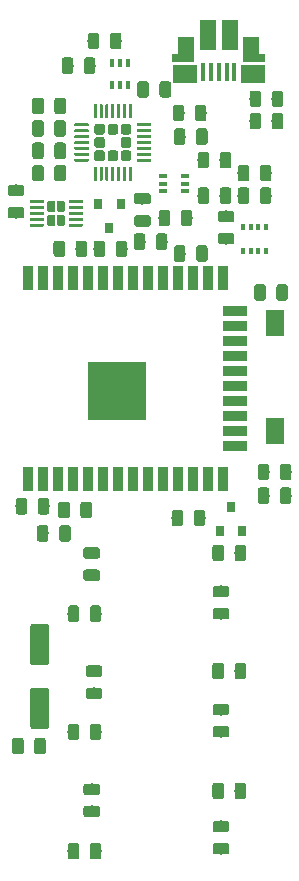
<source format=gbr>
G04 #@! TF.GenerationSoftware,KiCad,Pcbnew,(5.1.4)-1*
G04 #@! TF.CreationDate,2021-01-27T11:02:31-06:00*
G04 #@! TF.ProjectId,ULPSoilMonitor,554c5053-6f69-46c4-9d6f-6e69746f722e,v2.2*
G04 #@! TF.SameCoordinates,Original*
G04 #@! TF.FileFunction,Paste,Top*
G04 #@! TF.FilePolarity,Positive*
%FSLAX46Y46*%
G04 Gerber Fmt 4.6, Leading zero omitted, Abs format (unit mm)*
G04 Created by KiCad (PCBNEW (5.1.4)-1) date 2021-01-27 11:02:31*
%MOMM*%
%LPD*%
G04 APERTURE LIST*
%ADD10R,5.000000X5.000000*%
%ADD11R,0.900000X2.000000*%
%ADD12R,2.000000X0.900000*%
%ADD13C,0.100000*%
%ADD14C,0.250000*%
%ADD15C,0.670000*%
%ADD16C,0.900000*%
%ADD17C,0.975000*%
%ADD18R,0.650000X0.400000*%
%ADD19R,0.800000X0.900000*%
%ADD20R,1.600000X2.180000*%
%ADD21R,0.350000X0.500000*%
%ADD22C,1.600000*%
%ADD23R,1.350000X2.000000*%
%ADD24R,1.825000X0.700000*%
%ADD25R,2.000000X1.500000*%
%ADD26R,0.400000X1.650000*%
%ADD27R,1.430000X2.500000*%
%ADD28R,0.400000X0.650000*%
G04 APERTURE END LIST*
D10*
X48645000Y-59500000D03*
D11*
X41145000Y-67000000D03*
X42415000Y-67000000D03*
X43685000Y-67000000D03*
X44955000Y-67000000D03*
X46225000Y-67000000D03*
X47495000Y-67000000D03*
X48765000Y-67000000D03*
X50035000Y-67000000D03*
X51305000Y-67000000D03*
X52575000Y-67000000D03*
X53845000Y-67000000D03*
X55115000Y-67000000D03*
X56385000Y-67000000D03*
X57655000Y-67000000D03*
D12*
X58655000Y-64215000D03*
X58655000Y-62945000D03*
X58655000Y-61675000D03*
X58655000Y-60405000D03*
X58655000Y-59135000D03*
X58655000Y-57865000D03*
X58655000Y-56595000D03*
X58655000Y-55325000D03*
X58655000Y-54055000D03*
X58655000Y-52785000D03*
D11*
X57655000Y-50000000D03*
X56385000Y-50000000D03*
X55115000Y-50000000D03*
X53845000Y-50000000D03*
X52575000Y-50000000D03*
X51305000Y-50000000D03*
X50035000Y-50000000D03*
X48765000Y-50000000D03*
X47495000Y-50000000D03*
X46225000Y-50000000D03*
X44955000Y-50000000D03*
X43685000Y-50000000D03*
X42415000Y-50000000D03*
X41145000Y-50000000D03*
D13*
G36*
X42393626Y-43375301D02*
G01*
X42399693Y-43376201D01*
X42405643Y-43377691D01*
X42411418Y-43379758D01*
X42416962Y-43382380D01*
X42422223Y-43385533D01*
X42427150Y-43389187D01*
X42431694Y-43393306D01*
X42435813Y-43397850D01*
X42439467Y-43402777D01*
X42442620Y-43408038D01*
X42445242Y-43413582D01*
X42447309Y-43419357D01*
X42448799Y-43425307D01*
X42449699Y-43431374D01*
X42450000Y-43437500D01*
X42450000Y-43562500D01*
X42449699Y-43568626D01*
X42448799Y-43574693D01*
X42447309Y-43580643D01*
X42445242Y-43586418D01*
X42442620Y-43591962D01*
X42439467Y-43597223D01*
X42435813Y-43602150D01*
X42431694Y-43606694D01*
X42427150Y-43610813D01*
X42422223Y-43614467D01*
X42416962Y-43617620D01*
X42411418Y-43620242D01*
X42405643Y-43622309D01*
X42399693Y-43623799D01*
X42393626Y-43624699D01*
X42387500Y-43625000D01*
X41312500Y-43625000D01*
X41306374Y-43624699D01*
X41300307Y-43623799D01*
X41294357Y-43622309D01*
X41288582Y-43620242D01*
X41283038Y-43617620D01*
X41277777Y-43614467D01*
X41272850Y-43610813D01*
X41268306Y-43606694D01*
X41264187Y-43602150D01*
X41260533Y-43597223D01*
X41257380Y-43591962D01*
X41254758Y-43586418D01*
X41252691Y-43580643D01*
X41251201Y-43574693D01*
X41250301Y-43568626D01*
X41250000Y-43562500D01*
X41250000Y-43437500D01*
X41250301Y-43431374D01*
X41251201Y-43425307D01*
X41252691Y-43419357D01*
X41254758Y-43413582D01*
X41257380Y-43408038D01*
X41260533Y-43402777D01*
X41264187Y-43397850D01*
X41268306Y-43393306D01*
X41272850Y-43389187D01*
X41277777Y-43385533D01*
X41283038Y-43382380D01*
X41288582Y-43379758D01*
X41294357Y-43377691D01*
X41300307Y-43376201D01*
X41306374Y-43375301D01*
X41312500Y-43375000D01*
X42387500Y-43375000D01*
X42393626Y-43375301D01*
X42393626Y-43375301D01*
G37*
D14*
X41850000Y-43500000D03*
D13*
G36*
X42393626Y-43875301D02*
G01*
X42399693Y-43876201D01*
X42405643Y-43877691D01*
X42411418Y-43879758D01*
X42416962Y-43882380D01*
X42422223Y-43885533D01*
X42427150Y-43889187D01*
X42431694Y-43893306D01*
X42435813Y-43897850D01*
X42439467Y-43902777D01*
X42442620Y-43908038D01*
X42445242Y-43913582D01*
X42447309Y-43919357D01*
X42448799Y-43925307D01*
X42449699Y-43931374D01*
X42450000Y-43937500D01*
X42450000Y-44062500D01*
X42449699Y-44068626D01*
X42448799Y-44074693D01*
X42447309Y-44080643D01*
X42445242Y-44086418D01*
X42442620Y-44091962D01*
X42439467Y-44097223D01*
X42435813Y-44102150D01*
X42431694Y-44106694D01*
X42427150Y-44110813D01*
X42422223Y-44114467D01*
X42416962Y-44117620D01*
X42411418Y-44120242D01*
X42405643Y-44122309D01*
X42399693Y-44123799D01*
X42393626Y-44124699D01*
X42387500Y-44125000D01*
X41312500Y-44125000D01*
X41306374Y-44124699D01*
X41300307Y-44123799D01*
X41294357Y-44122309D01*
X41288582Y-44120242D01*
X41283038Y-44117620D01*
X41277777Y-44114467D01*
X41272850Y-44110813D01*
X41268306Y-44106694D01*
X41264187Y-44102150D01*
X41260533Y-44097223D01*
X41257380Y-44091962D01*
X41254758Y-44086418D01*
X41252691Y-44080643D01*
X41251201Y-44074693D01*
X41250301Y-44068626D01*
X41250000Y-44062500D01*
X41250000Y-43937500D01*
X41250301Y-43931374D01*
X41251201Y-43925307D01*
X41252691Y-43919357D01*
X41254758Y-43913582D01*
X41257380Y-43908038D01*
X41260533Y-43902777D01*
X41264187Y-43897850D01*
X41268306Y-43893306D01*
X41272850Y-43889187D01*
X41277777Y-43885533D01*
X41283038Y-43882380D01*
X41288582Y-43879758D01*
X41294357Y-43877691D01*
X41300307Y-43876201D01*
X41306374Y-43875301D01*
X41312500Y-43875000D01*
X42387500Y-43875000D01*
X42393626Y-43875301D01*
X42393626Y-43875301D01*
G37*
D14*
X41850000Y-44000000D03*
D13*
G36*
X42393626Y-44375301D02*
G01*
X42399693Y-44376201D01*
X42405643Y-44377691D01*
X42411418Y-44379758D01*
X42416962Y-44382380D01*
X42422223Y-44385533D01*
X42427150Y-44389187D01*
X42431694Y-44393306D01*
X42435813Y-44397850D01*
X42439467Y-44402777D01*
X42442620Y-44408038D01*
X42445242Y-44413582D01*
X42447309Y-44419357D01*
X42448799Y-44425307D01*
X42449699Y-44431374D01*
X42450000Y-44437500D01*
X42450000Y-44562500D01*
X42449699Y-44568626D01*
X42448799Y-44574693D01*
X42447309Y-44580643D01*
X42445242Y-44586418D01*
X42442620Y-44591962D01*
X42439467Y-44597223D01*
X42435813Y-44602150D01*
X42431694Y-44606694D01*
X42427150Y-44610813D01*
X42422223Y-44614467D01*
X42416962Y-44617620D01*
X42411418Y-44620242D01*
X42405643Y-44622309D01*
X42399693Y-44623799D01*
X42393626Y-44624699D01*
X42387500Y-44625000D01*
X41312500Y-44625000D01*
X41306374Y-44624699D01*
X41300307Y-44623799D01*
X41294357Y-44622309D01*
X41288582Y-44620242D01*
X41283038Y-44617620D01*
X41277777Y-44614467D01*
X41272850Y-44610813D01*
X41268306Y-44606694D01*
X41264187Y-44602150D01*
X41260533Y-44597223D01*
X41257380Y-44591962D01*
X41254758Y-44586418D01*
X41252691Y-44580643D01*
X41251201Y-44574693D01*
X41250301Y-44568626D01*
X41250000Y-44562500D01*
X41250000Y-44437500D01*
X41250301Y-44431374D01*
X41251201Y-44425307D01*
X41252691Y-44419357D01*
X41254758Y-44413582D01*
X41257380Y-44408038D01*
X41260533Y-44402777D01*
X41264187Y-44397850D01*
X41268306Y-44393306D01*
X41272850Y-44389187D01*
X41277777Y-44385533D01*
X41283038Y-44382380D01*
X41288582Y-44379758D01*
X41294357Y-44377691D01*
X41300307Y-44376201D01*
X41306374Y-44375301D01*
X41312500Y-44375000D01*
X42387500Y-44375000D01*
X42393626Y-44375301D01*
X42393626Y-44375301D01*
G37*
D14*
X41850000Y-44500000D03*
D13*
G36*
X42393626Y-44875301D02*
G01*
X42399693Y-44876201D01*
X42405643Y-44877691D01*
X42411418Y-44879758D01*
X42416962Y-44882380D01*
X42422223Y-44885533D01*
X42427150Y-44889187D01*
X42431694Y-44893306D01*
X42435813Y-44897850D01*
X42439467Y-44902777D01*
X42442620Y-44908038D01*
X42445242Y-44913582D01*
X42447309Y-44919357D01*
X42448799Y-44925307D01*
X42449699Y-44931374D01*
X42450000Y-44937500D01*
X42450000Y-45062500D01*
X42449699Y-45068626D01*
X42448799Y-45074693D01*
X42447309Y-45080643D01*
X42445242Y-45086418D01*
X42442620Y-45091962D01*
X42439467Y-45097223D01*
X42435813Y-45102150D01*
X42431694Y-45106694D01*
X42427150Y-45110813D01*
X42422223Y-45114467D01*
X42416962Y-45117620D01*
X42411418Y-45120242D01*
X42405643Y-45122309D01*
X42399693Y-45123799D01*
X42393626Y-45124699D01*
X42387500Y-45125000D01*
X41312500Y-45125000D01*
X41306374Y-45124699D01*
X41300307Y-45123799D01*
X41294357Y-45122309D01*
X41288582Y-45120242D01*
X41283038Y-45117620D01*
X41277777Y-45114467D01*
X41272850Y-45110813D01*
X41268306Y-45106694D01*
X41264187Y-45102150D01*
X41260533Y-45097223D01*
X41257380Y-45091962D01*
X41254758Y-45086418D01*
X41252691Y-45080643D01*
X41251201Y-45074693D01*
X41250301Y-45068626D01*
X41250000Y-45062500D01*
X41250000Y-44937500D01*
X41250301Y-44931374D01*
X41251201Y-44925307D01*
X41252691Y-44919357D01*
X41254758Y-44913582D01*
X41257380Y-44908038D01*
X41260533Y-44902777D01*
X41264187Y-44897850D01*
X41268306Y-44893306D01*
X41272850Y-44889187D01*
X41277777Y-44885533D01*
X41283038Y-44882380D01*
X41288582Y-44879758D01*
X41294357Y-44877691D01*
X41300307Y-44876201D01*
X41306374Y-44875301D01*
X41312500Y-44875000D01*
X42387500Y-44875000D01*
X42393626Y-44875301D01*
X42393626Y-44875301D01*
G37*
D14*
X41850000Y-45000000D03*
D13*
G36*
X42393626Y-45375301D02*
G01*
X42399693Y-45376201D01*
X42405643Y-45377691D01*
X42411418Y-45379758D01*
X42416962Y-45382380D01*
X42422223Y-45385533D01*
X42427150Y-45389187D01*
X42431694Y-45393306D01*
X42435813Y-45397850D01*
X42439467Y-45402777D01*
X42442620Y-45408038D01*
X42445242Y-45413582D01*
X42447309Y-45419357D01*
X42448799Y-45425307D01*
X42449699Y-45431374D01*
X42450000Y-45437500D01*
X42450000Y-45562500D01*
X42449699Y-45568626D01*
X42448799Y-45574693D01*
X42447309Y-45580643D01*
X42445242Y-45586418D01*
X42442620Y-45591962D01*
X42439467Y-45597223D01*
X42435813Y-45602150D01*
X42431694Y-45606694D01*
X42427150Y-45610813D01*
X42422223Y-45614467D01*
X42416962Y-45617620D01*
X42411418Y-45620242D01*
X42405643Y-45622309D01*
X42399693Y-45623799D01*
X42393626Y-45624699D01*
X42387500Y-45625000D01*
X41312500Y-45625000D01*
X41306374Y-45624699D01*
X41300307Y-45623799D01*
X41294357Y-45622309D01*
X41288582Y-45620242D01*
X41283038Y-45617620D01*
X41277777Y-45614467D01*
X41272850Y-45610813D01*
X41268306Y-45606694D01*
X41264187Y-45602150D01*
X41260533Y-45597223D01*
X41257380Y-45591962D01*
X41254758Y-45586418D01*
X41252691Y-45580643D01*
X41251201Y-45574693D01*
X41250301Y-45568626D01*
X41250000Y-45562500D01*
X41250000Y-45437500D01*
X41250301Y-45431374D01*
X41251201Y-45425307D01*
X41252691Y-45419357D01*
X41254758Y-45413582D01*
X41257380Y-45408038D01*
X41260533Y-45402777D01*
X41264187Y-45397850D01*
X41268306Y-45393306D01*
X41272850Y-45389187D01*
X41277777Y-45385533D01*
X41283038Y-45382380D01*
X41288582Y-45379758D01*
X41294357Y-45377691D01*
X41300307Y-45376201D01*
X41306374Y-45375301D01*
X41312500Y-45375000D01*
X42387500Y-45375000D01*
X42393626Y-45375301D01*
X42393626Y-45375301D01*
G37*
D14*
X41850000Y-45500000D03*
D13*
G36*
X45693626Y-45375301D02*
G01*
X45699693Y-45376201D01*
X45705643Y-45377691D01*
X45711418Y-45379758D01*
X45716962Y-45382380D01*
X45722223Y-45385533D01*
X45727150Y-45389187D01*
X45731694Y-45393306D01*
X45735813Y-45397850D01*
X45739467Y-45402777D01*
X45742620Y-45408038D01*
X45745242Y-45413582D01*
X45747309Y-45419357D01*
X45748799Y-45425307D01*
X45749699Y-45431374D01*
X45750000Y-45437500D01*
X45750000Y-45562500D01*
X45749699Y-45568626D01*
X45748799Y-45574693D01*
X45747309Y-45580643D01*
X45745242Y-45586418D01*
X45742620Y-45591962D01*
X45739467Y-45597223D01*
X45735813Y-45602150D01*
X45731694Y-45606694D01*
X45727150Y-45610813D01*
X45722223Y-45614467D01*
X45716962Y-45617620D01*
X45711418Y-45620242D01*
X45705643Y-45622309D01*
X45699693Y-45623799D01*
X45693626Y-45624699D01*
X45687500Y-45625000D01*
X44612500Y-45625000D01*
X44606374Y-45624699D01*
X44600307Y-45623799D01*
X44594357Y-45622309D01*
X44588582Y-45620242D01*
X44583038Y-45617620D01*
X44577777Y-45614467D01*
X44572850Y-45610813D01*
X44568306Y-45606694D01*
X44564187Y-45602150D01*
X44560533Y-45597223D01*
X44557380Y-45591962D01*
X44554758Y-45586418D01*
X44552691Y-45580643D01*
X44551201Y-45574693D01*
X44550301Y-45568626D01*
X44550000Y-45562500D01*
X44550000Y-45437500D01*
X44550301Y-45431374D01*
X44551201Y-45425307D01*
X44552691Y-45419357D01*
X44554758Y-45413582D01*
X44557380Y-45408038D01*
X44560533Y-45402777D01*
X44564187Y-45397850D01*
X44568306Y-45393306D01*
X44572850Y-45389187D01*
X44577777Y-45385533D01*
X44583038Y-45382380D01*
X44588582Y-45379758D01*
X44594357Y-45377691D01*
X44600307Y-45376201D01*
X44606374Y-45375301D01*
X44612500Y-45375000D01*
X45687500Y-45375000D01*
X45693626Y-45375301D01*
X45693626Y-45375301D01*
G37*
D14*
X45150000Y-45500000D03*
D13*
G36*
X45693626Y-44875301D02*
G01*
X45699693Y-44876201D01*
X45705643Y-44877691D01*
X45711418Y-44879758D01*
X45716962Y-44882380D01*
X45722223Y-44885533D01*
X45727150Y-44889187D01*
X45731694Y-44893306D01*
X45735813Y-44897850D01*
X45739467Y-44902777D01*
X45742620Y-44908038D01*
X45745242Y-44913582D01*
X45747309Y-44919357D01*
X45748799Y-44925307D01*
X45749699Y-44931374D01*
X45750000Y-44937500D01*
X45750000Y-45062500D01*
X45749699Y-45068626D01*
X45748799Y-45074693D01*
X45747309Y-45080643D01*
X45745242Y-45086418D01*
X45742620Y-45091962D01*
X45739467Y-45097223D01*
X45735813Y-45102150D01*
X45731694Y-45106694D01*
X45727150Y-45110813D01*
X45722223Y-45114467D01*
X45716962Y-45117620D01*
X45711418Y-45120242D01*
X45705643Y-45122309D01*
X45699693Y-45123799D01*
X45693626Y-45124699D01*
X45687500Y-45125000D01*
X44612500Y-45125000D01*
X44606374Y-45124699D01*
X44600307Y-45123799D01*
X44594357Y-45122309D01*
X44588582Y-45120242D01*
X44583038Y-45117620D01*
X44577777Y-45114467D01*
X44572850Y-45110813D01*
X44568306Y-45106694D01*
X44564187Y-45102150D01*
X44560533Y-45097223D01*
X44557380Y-45091962D01*
X44554758Y-45086418D01*
X44552691Y-45080643D01*
X44551201Y-45074693D01*
X44550301Y-45068626D01*
X44550000Y-45062500D01*
X44550000Y-44937500D01*
X44550301Y-44931374D01*
X44551201Y-44925307D01*
X44552691Y-44919357D01*
X44554758Y-44913582D01*
X44557380Y-44908038D01*
X44560533Y-44902777D01*
X44564187Y-44897850D01*
X44568306Y-44893306D01*
X44572850Y-44889187D01*
X44577777Y-44885533D01*
X44583038Y-44882380D01*
X44588582Y-44879758D01*
X44594357Y-44877691D01*
X44600307Y-44876201D01*
X44606374Y-44875301D01*
X44612500Y-44875000D01*
X45687500Y-44875000D01*
X45693626Y-44875301D01*
X45693626Y-44875301D01*
G37*
D14*
X45150000Y-45000000D03*
D13*
G36*
X45693626Y-44375301D02*
G01*
X45699693Y-44376201D01*
X45705643Y-44377691D01*
X45711418Y-44379758D01*
X45716962Y-44382380D01*
X45722223Y-44385533D01*
X45727150Y-44389187D01*
X45731694Y-44393306D01*
X45735813Y-44397850D01*
X45739467Y-44402777D01*
X45742620Y-44408038D01*
X45745242Y-44413582D01*
X45747309Y-44419357D01*
X45748799Y-44425307D01*
X45749699Y-44431374D01*
X45750000Y-44437500D01*
X45750000Y-44562500D01*
X45749699Y-44568626D01*
X45748799Y-44574693D01*
X45747309Y-44580643D01*
X45745242Y-44586418D01*
X45742620Y-44591962D01*
X45739467Y-44597223D01*
X45735813Y-44602150D01*
X45731694Y-44606694D01*
X45727150Y-44610813D01*
X45722223Y-44614467D01*
X45716962Y-44617620D01*
X45711418Y-44620242D01*
X45705643Y-44622309D01*
X45699693Y-44623799D01*
X45693626Y-44624699D01*
X45687500Y-44625000D01*
X44612500Y-44625000D01*
X44606374Y-44624699D01*
X44600307Y-44623799D01*
X44594357Y-44622309D01*
X44588582Y-44620242D01*
X44583038Y-44617620D01*
X44577777Y-44614467D01*
X44572850Y-44610813D01*
X44568306Y-44606694D01*
X44564187Y-44602150D01*
X44560533Y-44597223D01*
X44557380Y-44591962D01*
X44554758Y-44586418D01*
X44552691Y-44580643D01*
X44551201Y-44574693D01*
X44550301Y-44568626D01*
X44550000Y-44562500D01*
X44550000Y-44437500D01*
X44550301Y-44431374D01*
X44551201Y-44425307D01*
X44552691Y-44419357D01*
X44554758Y-44413582D01*
X44557380Y-44408038D01*
X44560533Y-44402777D01*
X44564187Y-44397850D01*
X44568306Y-44393306D01*
X44572850Y-44389187D01*
X44577777Y-44385533D01*
X44583038Y-44382380D01*
X44588582Y-44379758D01*
X44594357Y-44377691D01*
X44600307Y-44376201D01*
X44606374Y-44375301D01*
X44612500Y-44375000D01*
X45687500Y-44375000D01*
X45693626Y-44375301D01*
X45693626Y-44375301D01*
G37*
D14*
X45150000Y-44500000D03*
D13*
G36*
X45693626Y-43875301D02*
G01*
X45699693Y-43876201D01*
X45705643Y-43877691D01*
X45711418Y-43879758D01*
X45716962Y-43882380D01*
X45722223Y-43885533D01*
X45727150Y-43889187D01*
X45731694Y-43893306D01*
X45735813Y-43897850D01*
X45739467Y-43902777D01*
X45742620Y-43908038D01*
X45745242Y-43913582D01*
X45747309Y-43919357D01*
X45748799Y-43925307D01*
X45749699Y-43931374D01*
X45750000Y-43937500D01*
X45750000Y-44062500D01*
X45749699Y-44068626D01*
X45748799Y-44074693D01*
X45747309Y-44080643D01*
X45745242Y-44086418D01*
X45742620Y-44091962D01*
X45739467Y-44097223D01*
X45735813Y-44102150D01*
X45731694Y-44106694D01*
X45727150Y-44110813D01*
X45722223Y-44114467D01*
X45716962Y-44117620D01*
X45711418Y-44120242D01*
X45705643Y-44122309D01*
X45699693Y-44123799D01*
X45693626Y-44124699D01*
X45687500Y-44125000D01*
X44612500Y-44125000D01*
X44606374Y-44124699D01*
X44600307Y-44123799D01*
X44594357Y-44122309D01*
X44588582Y-44120242D01*
X44583038Y-44117620D01*
X44577777Y-44114467D01*
X44572850Y-44110813D01*
X44568306Y-44106694D01*
X44564187Y-44102150D01*
X44560533Y-44097223D01*
X44557380Y-44091962D01*
X44554758Y-44086418D01*
X44552691Y-44080643D01*
X44551201Y-44074693D01*
X44550301Y-44068626D01*
X44550000Y-44062500D01*
X44550000Y-43937500D01*
X44550301Y-43931374D01*
X44551201Y-43925307D01*
X44552691Y-43919357D01*
X44554758Y-43913582D01*
X44557380Y-43908038D01*
X44560533Y-43902777D01*
X44564187Y-43897850D01*
X44568306Y-43893306D01*
X44572850Y-43889187D01*
X44577777Y-43885533D01*
X44583038Y-43882380D01*
X44588582Y-43879758D01*
X44594357Y-43877691D01*
X44600307Y-43876201D01*
X44606374Y-43875301D01*
X44612500Y-43875000D01*
X45687500Y-43875000D01*
X45693626Y-43875301D01*
X45693626Y-43875301D01*
G37*
D14*
X45150000Y-44000000D03*
D13*
G36*
X45693626Y-43375301D02*
G01*
X45699693Y-43376201D01*
X45705643Y-43377691D01*
X45711418Y-43379758D01*
X45716962Y-43382380D01*
X45722223Y-43385533D01*
X45727150Y-43389187D01*
X45731694Y-43393306D01*
X45735813Y-43397850D01*
X45739467Y-43402777D01*
X45742620Y-43408038D01*
X45745242Y-43413582D01*
X45747309Y-43419357D01*
X45748799Y-43425307D01*
X45749699Y-43431374D01*
X45750000Y-43437500D01*
X45750000Y-43562500D01*
X45749699Y-43568626D01*
X45748799Y-43574693D01*
X45747309Y-43580643D01*
X45745242Y-43586418D01*
X45742620Y-43591962D01*
X45739467Y-43597223D01*
X45735813Y-43602150D01*
X45731694Y-43606694D01*
X45727150Y-43610813D01*
X45722223Y-43614467D01*
X45716962Y-43617620D01*
X45711418Y-43620242D01*
X45705643Y-43622309D01*
X45699693Y-43623799D01*
X45693626Y-43624699D01*
X45687500Y-43625000D01*
X44612500Y-43625000D01*
X44606374Y-43624699D01*
X44600307Y-43623799D01*
X44594357Y-43622309D01*
X44588582Y-43620242D01*
X44583038Y-43617620D01*
X44577777Y-43614467D01*
X44572850Y-43610813D01*
X44568306Y-43606694D01*
X44564187Y-43602150D01*
X44560533Y-43597223D01*
X44557380Y-43591962D01*
X44554758Y-43586418D01*
X44552691Y-43580643D01*
X44551201Y-43574693D01*
X44550301Y-43568626D01*
X44550000Y-43562500D01*
X44550000Y-43437500D01*
X44550301Y-43431374D01*
X44551201Y-43425307D01*
X44552691Y-43419357D01*
X44554758Y-43413582D01*
X44557380Y-43408038D01*
X44560533Y-43402777D01*
X44564187Y-43397850D01*
X44568306Y-43393306D01*
X44572850Y-43389187D01*
X44577777Y-43385533D01*
X44583038Y-43382380D01*
X44588582Y-43379758D01*
X44594357Y-43377691D01*
X44600307Y-43376201D01*
X44606374Y-43375301D01*
X44612500Y-43375000D01*
X45687500Y-43375000D01*
X45693626Y-43375301D01*
X45693626Y-43375301D01*
G37*
D14*
X45150000Y-43500000D03*
D13*
G36*
X43273918Y-43425807D02*
G01*
X43290178Y-43428218D01*
X43306123Y-43432212D01*
X43321599Y-43437750D01*
X43336459Y-43444778D01*
X43350558Y-43453229D01*
X43363761Y-43463021D01*
X43375940Y-43474060D01*
X43386979Y-43486239D01*
X43396771Y-43499442D01*
X43405222Y-43513541D01*
X43412250Y-43528401D01*
X43417788Y-43543877D01*
X43421782Y-43559822D01*
X43424193Y-43576082D01*
X43425000Y-43592500D01*
X43425000Y-44217500D01*
X43424193Y-44233918D01*
X43421782Y-44250178D01*
X43417788Y-44266123D01*
X43412250Y-44281599D01*
X43405222Y-44296459D01*
X43396771Y-44310558D01*
X43386979Y-44323761D01*
X43375940Y-44335940D01*
X43363761Y-44346979D01*
X43350558Y-44356771D01*
X43336459Y-44365222D01*
X43321599Y-44372250D01*
X43306123Y-44377788D01*
X43290178Y-44381782D01*
X43273918Y-44384193D01*
X43257500Y-44385000D01*
X42922500Y-44385000D01*
X42906082Y-44384193D01*
X42889822Y-44381782D01*
X42873877Y-44377788D01*
X42858401Y-44372250D01*
X42843541Y-44365222D01*
X42829442Y-44356771D01*
X42816239Y-44346979D01*
X42804060Y-44335940D01*
X42793021Y-44323761D01*
X42783229Y-44310558D01*
X42774778Y-44296459D01*
X42767750Y-44281599D01*
X42762212Y-44266123D01*
X42758218Y-44250178D01*
X42755807Y-44233918D01*
X42755000Y-44217500D01*
X42755000Y-43592500D01*
X42755807Y-43576082D01*
X42758218Y-43559822D01*
X42762212Y-43543877D01*
X42767750Y-43528401D01*
X42774778Y-43513541D01*
X42783229Y-43499442D01*
X42793021Y-43486239D01*
X42804060Y-43474060D01*
X42816239Y-43463021D01*
X42829442Y-43453229D01*
X42843541Y-43444778D01*
X42858401Y-43437750D01*
X42873877Y-43432212D01*
X42889822Y-43428218D01*
X42906082Y-43425807D01*
X42922500Y-43425000D01*
X43257500Y-43425000D01*
X43273918Y-43425807D01*
X43273918Y-43425807D01*
G37*
D15*
X43090000Y-43905000D03*
D13*
G36*
X43273918Y-44615807D02*
G01*
X43290178Y-44618218D01*
X43306123Y-44622212D01*
X43321599Y-44627750D01*
X43336459Y-44634778D01*
X43350558Y-44643229D01*
X43363761Y-44653021D01*
X43375940Y-44664060D01*
X43386979Y-44676239D01*
X43396771Y-44689442D01*
X43405222Y-44703541D01*
X43412250Y-44718401D01*
X43417788Y-44733877D01*
X43421782Y-44749822D01*
X43424193Y-44766082D01*
X43425000Y-44782500D01*
X43425000Y-45407500D01*
X43424193Y-45423918D01*
X43421782Y-45440178D01*
X43417788Y-45456123D01*
X43412250Y-45471599D01*
X43405222Y-45486459D01*
X43396771Y-45500558D01*
X43386979Y-45513761D01*
X43375940Y-45525940D01*
X43363761Y-45536979D01*
X43350558Y-45546771D01*
X43336459Y-45555222D01*
X43321599Y-45562250D01*
X43306123Y-45567788D01*
X43290178Y-45571782D01*
X43273918Y-45574193D01*
X43257500Y-45575000D01*
X42922500Y-45575000D01*
X42906082Y-45574193D01*
X42889822Y-45571782D01*
X42873877Y-45567788D01*
X42858401Y-45562250D01*
X42843541Y-45555222D01*
X42829442Y-45546771D01*
X42816239Y-45536979D01*
X42804060Y-45525940D01*
X42793021Y-45513761D01*
X42783229Y-45500558D01*
X42774778Y-45486459D01*
X42767750Y-45471599D01*
X42762212Y-45456123D01*
X42758218Y-45440178D01*
X42755807Y-45423918D01*
X42755000Y-45407500D01*
X42755000Y-44782500D01*
X42755807Y-44766082D01*
X42758218Y-44749822D01*
X42762212Y-44733877D01*
X42767750Y-44718401D01*
X42774778Y-44703541D01*
X42783229Y-44689442D01*
X42793021Y-44676239D01*
X42804060Y-44664060D01*
X42816239Y-44653021D01*
X42829442Y-44643229D01*
X42843541Y-44634778D01*
X42858401Y-44627750D01*
X42873877Y-44622212D01*
X42889822Y-44618218D01*
X42906082Y-44615807D01*
X42922500Y-44615000D01*
X43257500Y-44615000D01*
X43273918Y-44615807D01*
X43273918Y-44615807D01*
G37*
D15*
X43090000Y-45095000D03*
D13*
G36*
X44093918Y-43425807D02*
G01*
X44110178Y-43428218D01*
X44126123Y-43432212D01*
X44141599Y-43437750D01*
X44156459Y-43444778D01*
X44170558Y-43453229D01*
X44183761Y-43463021D01*
X44195940Y-43474060D01*
X44206979Y-43486239D01*
X44216771Y-43499442D01*
X44225222Y-43513541D01*
X44232250Y-43528401D01*
X44237788Y-43543877D01*
X44241782Y-43559822D01*
X44244193Y-43576082D01*
X44245000Y-43592500D01*
X44245000Y-44217500D01*
X44244193Y-44233918D01*
X44241782Y-44250178D01*
X44237788Y-44266123D01*
X44232250Y-44281599D01*
X44225222Y-44296459D01*
X44216771Y-44310558D01*
X44206979Y-44323761D01*
X44195940Y-44335940D01*
X44183761Y-44346979D01*
X44170558Y-44356771D01*
X44156459Y-44365222D01*
X44141599Y-44372250D01*
X44126123Y-44377788D01*
X44110178Y-44381782D01*
X44093918Y-44384193D01*
X44077500Y-44385000D01*
X43742500Y-44385000D01*
X43726082Y-44384193D01*
X43709822Y-44381782D01*
X43693877Y-44377788D01*
X43678401Y-44372250D01*
X43663541Y-44365222D01*
X43649442Y-44356771D01*
X43636239Y-44346979D01*
X43624060Y-44335940D01*
X43613021Y-44323761D01*
X43603229Y-44310558D01*
X43594778Y-44296459D01*
X43587750Y-44281599D01*
X43582212Y-44266123D01*
X43578218Y-44250178D01*
X43575807Y-44233918D01*
X43575000Y-44217500D01*
X43575000Y-43592500D01*
X43575807Y-43576082D01*
X43578218Y-43559822D01*
X43582212Y-43543877D01*
X43587750Y-43528401D01*
X43594778Y-43513541D01*
X43603229Y-43499442D01*
X43613021Y-43486239D01*
X43624060Y-43474060D01*
X43636239Y-43463021D01*
X43649442Y-43453229D01*
X43663541Y-43444778D01*
X43678401Y-43437750D01*
X43693877Y-43432212D01*
X43709822Y-43428218D01*
X43726082Y-43425807D01*
X43742500Y-43425000D01*
X44077500Y-43425000D01*
X44093918Y-43425807D01*
X44093918Y-43425807D01*
G37*
D15*
X43910000Y-43905000D03*
D13*
G36*
X44093918Y-44615807D02*
G01*
X44110178Y-44618218D01*
X44126123Y-44622212D01*
X44141599Y-44627750D01*
X44156459Y-44634778D01*
X44170558Y-44643229D01*
X44183761Y-44653021D01*
X44195940Y-44664060D01*
X44206979Y-44676239D01*
X44216771Y-44689442D01*
X44225222Y-44703541D01*
X44232250Y-44718401D01*
X44237788Y-44733877D01*
X44241782Y-44749822D01*
X44244193Y-44766082D01*
X44245000Y-44782500D01*
X44245000Y-45407500D01*
X44244193Y-45423918D01*
X44241782Y-45440178D01*
X44237788Y-45456123D01*
X44232250Y-45471599D01*
X44225222Y-45486459D01*
X44216771Y-45500558D01*
X44206979Y-45513761D01*
X44195940Y-45525940D01*
X44183761Y-45536979D01*
X44170558Y-45546771D01*
X44156459Y-45555222D01*
X44141599Y-45562250D01*
X44126123Y-45567788D01*
X44110178Y-45571782D01*
X44093918Y-45574193D01*
X44077500Y-45575000D01*
X43742500Y-45575000D01*
X43726082Y-45574193D01*
X43709822Y-45571782D01*
X43693877Y-45567788D01*
X43678401Y-45562250D01*
X43663541Y-45555222D01*
X43649442Y-45546771D01*
X43636239Y-45536979D01*
X43624060Y-45525940D01*
X43613021Y-45513761D01*
X43603229Y-45500558D01*
X43594778Y-45486459D01*
X43587750Y-45471599D01*
X43582212Y-45456123D01*
X43578218Y-45440178D01*
X43575807Y-45423918D01*
X43575000Y-45407500D01*
X43575000Y-44782500D01*
X43575807Y-44766082D01*
X43578218Y-44749822D01*
X43582212Y-44733877D01*
X43587750Y-44718401D01*
X43594778Y-44703541D01*
X43603229Y-44689442D01*
X43613021Y-44676239D01*
X43624060Y-44664060D01*
X43636239Y-44653021D01*
X43649442Y-44643229D01*
X43663541Y-44634778D01*
X43678401Y-44627750D01*
X43693877Y-44622212D01*
X43709822Y-44618218D01*
X43726082Y-44615807D01*
X43742500Y-44615000D01*
X44077500Y-44615000D01*
X44093918Y-44615807D01*
X44093918Y-44615807D01*
G37*
D15*
X43910000Y-45095000D03*
D13*
G36*
X47427054Y-36931083D02*
G01*
X47448895Y-36934323D01*
X47470314Y-36939688D01*
X47491104Y-36947127D01*
X47511064Y-36956568D01*
X47530003Y-36967919D01*
X47547738Y-36981073D01*
X47564099Y-36995901D01*
X47578927Y-37012262D01*
X47592081Y-37029997D01*
X47603432Y-37048936D01*
X47612873Y-37068896D01*
X47620312Y-37089686D01*
X47625677Y-37111105D01*
X47628917Y-37132946D01*
X47630000Y-37155000D01*
X47630000Y-37605000D01*
X47628917Y-37627054D01*
X47625677Y-37648895D01*
X47620312Y-37670314D01*
X47612873Y-37691104D01*
X47603432Y-37711064D01*
X47592081Y-37730003D01*
X47578927Y-37747738D01*
X47564099Y-37764099D01*
X47547738Y-37778927D01*
X47530003Y-37792081D01*
X47511064Y-37803432D01*
X47491104Y-37812873D01*
X47470314Y-37820312D01*
X47448895Y-37825677D01*
X47427054Y-37828917D01*
X47405000Y-37830000D01*
X46955000Y-37830000D01*
X46932946Y-37828917D01*
X46911105Y-37825677D01*
X46889686Y-37820312D01*
X46868896Y-37812873D01*
X46848936Y-37803432D01*
X46829997Y-37792081D01*
X46812262Y-37778927D01*
X46795901Y-37764099D01*
X46781073Y-37747738D01*
X46767919Y-37730003D01*
X46756568Y-37711064D01*
X46747127Y-37691104D01*
X46739688Y-37670314D01*
X46734323Y-37648895D01*
X46731083Y-37627054D01*
X46730000Y-37605000D01*
X46730000Y-37155000D01*
X46731083Y-37132946D01*
X46734323Y-37111105D01*
X46739688Y-37089686D01*
X46747127Y-37068896D01*
X46756568Y-37048936D01*
X46767919Y-37029997D01*
X46781073Y-37012262D01*
X46795901Y-36995901D01*
X46812262Y-36981073D01*
X46829997Y-36967919D01*
X46848936Y-36956568D01*
X46868896Y-36947127D01*
X46889686Y-36939688D01*
X46911105Y-36934323D01*
X46932946Y-36931083D01*
X46955000Y-36930000D01*
X47405000Y-36930000D01*
X47427054Y-36931083D01*
X47427054Y-36931083D01*
G37*
D16*
X47180000Y-37380000D03*
D13*
G36*
X47427054Y-38051083D02*
G01*
X47448895Y-38054323D01*
X47470314Y-38059688D01*
X47491104Y-38067127D01*
X47511064Y-38076568D01*
X47530003Y-38087919D01*
X47547738Y-38101073D01*
X47564099Y-38115901D01*
X47578927Y-38132262D01*
X47592081Y-38149997D01*
X47603432Y-38168936D01*
X47612873Y-38188896D01*
X47620312Y-38209686D01*
X47625677Y-38231105D01*
X47628917Y-38252946D01*
X47630000Y-38275000D01*
X47630000Y-38725000D01*
X47628917Y-38747054D01*
X47625677Y-38768895D01*
X47620312Y-38790314D01*
X47612873Y-38811104D01*
X47603432Y-38831064D01*
X47592081Y-38850003D01*
X47578927Y-38867738D01*
X47564099Y-38884099D01*
X47547738Y-38898927D01*
X47530003Y-38912081D01*
X47511064Y-38923432D01*
X47491104Y-38932873D01*
X47470314Y-38940312D01*
X47448895Y-38945677D01*
X47427054Y-38948917D01*
X47405000Y-38950000D01*
X46955000Y-38950000D01*
X46932946Y-38948917D01*
X46911105Y-38945677D01*
X46889686Y-38940312D01*
X46868896Y-38932873D01*
X46848936Y-38923432D01*
X46829997Y-38912081D01*
X46812262Y-38898927D01*
X46795901Y-38884099D01*
X46781073Y-38867738D01*
X46767919Y-38850003D01*
X46756568Y-38831064D01*
X46747127Y-38811104D01*
X46739688Y-38790314D01*
X46734323Y-38768895D01*
X46731083Y-38747054D01*
X46730000Y-38725000D01*
X46730000Y-38275000D01*
X46731083Y-38252946D01*
X46734323Y-38231105D01*
X46739688Y-38209686D01*
X46747127Y-38188896D01*
X46756568Y-38168936D01*
X46767919Y-38149997D01*
X46781073Y-38132262D01*
X46795901Y-38115901D01*
X46812262Y-38101073D01*
X46829997Y-38087919D01*
X46848936Y-38076568D01*
X46868896Y-38067127D01*
X46889686Y-38059688D01*
X46911105Y-38054323D01*
X46932946Y-38051083D01*
X46955000Y-38050000D01*
X47405000Y-38050000D01*
X47427054Y-38051083D01*
X47427054Y-38051083D01*
G37*
D16*
X47180000Y-38500000D03*
D13*
G36*
X47427054Y-39171083D02*
G01*
X47448895Y-39174323D01*
X47470314Y-39179688D01*
X47491104Y-39187127D01*
X47511064Y-39196568D01*
X47530003Y-39207919D01*
X47547738Y-39221073D01*
X47564099Y-39235901D01*
X47578927Y-39252262D01*
X47592081Y-39269997D01*
X47603432Y-39288936D01*
X47612873Y-39308896D01*
X47620312Y-39329686D01*
X47625677Y-39351105D01*
X47628917Y-39372946D01*
X47630000Y-39395000D01*
X47630000Y-39845000D01*
X47628917Y-39867054D01*
X47625677Y-39888895D01*
X47620312Y-39910314D01*
X47612873Y-39931104D01*
X47603432Y-39951064D01*
X47592081Y-39970003D01*
X47578927Y-39987738D01*
X47564099Y-40004099D01*
X47547738Y-40018927D01*
X47530003Y-40032081D01*
X47511064Y-40043432D01*
X47491104Y-40052873D01*
X47470314Y-40060312D01*
X47448895Y-40065677D01*
X47427054Y-40068917D01*
X47405000Y-40070000D01*
X46955000Y-40070000D01*
X46932946Y-40068917D01*
X46911105Y-40065677D01*
X46889686Y-40060312D01*
X46868896Y-40052873D01*
X46848936Y-40043432D01*
X46829997Y-40032081D01*
X46812262Y-40018927D01*
X46795901Y-40004099D01*
X46781073Y-39987738D01*
X46767919Y-39970003D01*
X46756568Y-39951064D01*
X46747127Y-39931104D01*
X46739688Y-39910314D01*
X46734323Y-39888895D01*
X46731083Y-39867054D01*
X46730000Y-39845000D01*
X46730000Y-39395000D01*
X46731083Y-39372946D01*
X46734323Y-39351105D01*
X46739688Y-39329686D01*
X46747127Y-39308896D01*
X46756568Y-39288936D01*
X46767919Y-39269997D01*
X46781073Y-39252262D01*
X46795901Y-39235901D01*
X46812262Y-39221073D01*
X46829997Y-39207919D01*
X46848936Y-39196568D01*
X46868896Y-39187127D01*
X46889686Y-39179688D01*
X46911105Y-39174323D01*
X46932946Y-39171083D01*
X46955000Y-39170000D01*
X47405000Y-39170000D01*
X47427054Y-39171083D01*
X47427054Y-39171083D01*
G37*
D16*
X47180000Y-39620000D03*
D13*
G36*
X48547054Y-36931083D02*
G01*
X48568895Y-36934323D01*
X48590314Y-36939688D01*
X48611104Y-36947127D01*
X48631064Y-36956568D01*
X48650003Y-36967919D01*
X48667738Y-36981073D01*
X48684099Y-36995901D01*
X48698927Y-37012262D01*
X48712081Y-37029997D01*
X48723432Y-37048936D01*
X48732873Y-37068896D01*
X48740312Y-37089686D01*
X48745677Y-37111105D01*
X48748917Y-37132946D01*
X48750000Y-37155000D01*
X48750000Y-37605000D01*
X48748917Y-37627054D01*
X48745677Y-37648895D01*
X48740312Y-37670314D01*
X48732873Y-37691104D01*
X48723432Y-37711064D01*
X48712081Y-37730003D01*
X48698927Y-37747738D01*
X48684099Y-37764099D01*
X48667738Y-37778927D01*
X48650003Y-37792081D01*
X48631064Y-37803432D01*
X48611104Y-37812873D01*
X48590314Y-37820312D01*
X48568895Y-37825677D01*
X48547054Y-37828917D01*
X48525000Y-37830000D01*
X48075000Y-37830000D01*
X48052946Y-37828917D01*
X48031105Y-37825677D01*
X48009686Y-37820312D01*
X47988896Y-37812873D01*
X47968936Y-37803432D01*
X47949997Y-37792081D01*
X47932262Y-37778927D01*
X47915901Y-37764099D01*
X47901073Y-37747738D01*
X47887919Y-37730003D01*
X47876568Y-37711064D01*
X47867127Y-37691104D01*
X47859688Y-37670314D01*
X47854323Y-37648895D01*
X47851083Y-37627054D01*
X47850000Y-37605000D01*
X47850000Y-37155000D01*
X47851083Y-37132946D01*
X47854323Y-37111105D01*
X47859688Y-37089686D01*
X47867127Y-37068896D01*
X47876568Y-37048936D01*
X47887919Y-37029997D01*
X47901073Y-37012262D01*
X47915901Y-36995901D01*
X47932262Y-36981073D01*
X47949997Y-36967919D01*
X47968936Y-36956568D01*
X47988896Y-36947127D01*
X48009686Y-36939688D01*
X48031105Y-36934323D01*
X48052946Y-36931083D01*
X48075000Y-36930000D01*
X48525000Y-36930000D01*
X48547054Y-36931083D01*
X48547054Y-36931083D01*
G37*
D16*
X48300000Y-37380000D03*
D13*
G36*
X48547054Y-39171083D02*
G01*
X48568895Y-39174323D01*
X48590314Y-39179688D01*
X48611104Y-39187127D01*
X48631064Y-39196568D01*
X48650003Y-39207919D01*
X48667738Y-39221073D01*
X48684099Y-39235901D01*
X48698927Y-39252262D01*
X48712081Y-39269997D01*
X48723432Y-39288936D01*
X48732873Y-39308896D01*
X48740312Y-39329686D01*
X48745677Y-39351105D01*
X48748917Y-39372946D01*
X48750000Y-39395000D01*
X48750000Y-39845000D01*
X48748917Y-39867054D01*
X48745677Y-39888895D01*
X48740312Y-39910314D01*
X48732873Y-39931104D01*
X48723432Y-39951064D01*
X48712081Y-39970003D01*
X48698927Y-39987738D01*
X48684099Y-40004099D01*
X48667738Y-40018927D01*
X48650003Y-40032081D01*
X48631064Y-40043432D01*
X48611104Y-40052873D01*
X48590314Y-40060312D01*
X48568895Y-40065677D01*
X48547054Y-40068917D01*
X48525000Y-40070000D01*
X48075000Y-40070000D01*
X48052946Y-40068917D01*
X48031105Y-40065677D01*
X48009686Y-40060312D01*
X47988896Y-40052873D01*
X47968936Y-40043432D01*
X47949997Y-40032081D01*
X47932262Y-40018927D01*
X47915901Y-40004099D01*
X47901073Y-39987738D01*
X47887919Y-39970003D01*
X47876568Y-39951064D01*
X47867127Y-39931104D01*
X47859688Y-39910314D01*
X47854323Y-39888895D01*
X47851083Y-39867054D01*
X47850000Y-39845000D01*
X47850000Y-39395000D01*
X47851083Y-39372946D01*
X47854323Y-39351105D01*
X47859688Y-39329686D01*
X47867127Y-39308896D01*
X47876568Y-39288936D01*
X47887919Y-39269997D01*
X47901073Y-39252262D01*
X47915901Y-39235901D01*
X47932262Y-39221073D01*
X47949997Y-39207919D01*
X47968936Y-39196568D01*
X47988896Y-39187127D01*
X48009686Y-39179688D01*
X48031105Y-39174323D01*
X48052946Y-39171083D01*
X48075000Y-39170000D01*
X48525000Y-39170000D01*
X48547054Y-39171083D01*
X48547054Y-39171083D01*
G37*
D16*
X48300000Y-39620000D03*
D13*
G36*
X49667054Y-36931083D02*
G01*
X49688895Y-36934323D01*
X49710314Y-36939688D01*
X49731104Y-36947127D01*
X49751064Y-36956568D01*
X49770003Y-36967919D01*
X49787738Y-36981073D01*
X49804099Y-36995901D01*
X49818927Y-37012262D01*
X49832081Y-37029997D01*
X49843432Y-37048936D01*
X49852873Y-37068896D01*
X49860312Y-37089686D01*
X49865677Y-37111105D01*
X49868917Y-37132946D01*
X49870000Y-37155000D01*
X49870000Y-37605000D01*
X49868917Y-37627054D01*
X49865677Y-37648895D01*
X49860312Y-37670314D01*
X49852873Y-37691104D01*
X49843432Y-37711064D01*
X49832081Y-37730003D01*
X49818927Y-37747738D01*
X49804099Y-37764099D01*
X49787738Y-37778927D01*
X49770003Y-37792081D01*
X49751064Y-37803432D01*
X49731104Y-37812873D01*
X49710314Y-37820312D01*
X49688895Y-37825677D01*
X49667054Y-37828917D01*
X49645000Y-37830000D01*
X49195000Y-37830000D01*
X49172946Y-37828917D01*
X49151105Y-37825677D01*
X49129686Y-37820312D01*
X49108896Y-37812873D01*
X49088936Y-37803432D01*
X49069997Y-37792081D01*
X49052262Y-37778927D01*
X49035901Y-37764099D01*
X49021073Y-37747738D01*
X49007919Y-37730003D01*
X48996568Y-37711064D01*
X48987127Y-37691104D01*
X48979688Y-37670314D01*
X48974323Y-37648895D01*
X48971083Y-37627054D01*
X48970000Y-37605000D01*
X48970000Y-37155000D01*
X48971083Y-37132946D01*
X48974323Y-37111105D01*
X48979688Y-37089686D01*
X48987127Y-37068896D01*
X48996568Y-37048936D01*
X49007919Y-37029997D01*
X49021073Y-37012262D01*
X49035901Y-36995901D01*
X49052262Y-36981073D01*
X49069997Y-36967919D01*
X49088936Y-36956568D01*
X49108896Y-36947127D01*
X49129686Y-36939688D01*
X49151105Y-36934323D01*
X49172946Y-36931083D01*
X49195000Y-36930000D01*
X49645000Y-36930000D01*
X49667054Y-36931083D01*
X49667054Y-36931083D01*
G37*
D16*
X49420000Y-37380000D03*
D13*
G36*
X49667054Y-38051083D02*
G01*
X49688895Y-38054323D01*
X49710314Y-38059688D01*
X49731104Y-38067127D01*
X49751064Y-38076568D01*
X49770003Y-38087919D01*
X49787738Y-38101073D01*
X49804099Y-38115901D01*
X49818927Y-38132262D01*
X49832081Y-38149997D01*
X49843432Y-38168936D01*
X49852873Y-38188896D01*
X49860312Y-38209686D01*
X49865677Y-38231105D01*
X49868917Y-38252946D01*
X49870000Y-38275000D01*
X49870000Y-38725000D01*
X49868917Y-38747054D01*
X49865677Y-38768895D01*
X49860312Y-38790314D01*
X49852873Y-38811104D01*
X49843432Y-38831064D01*
X49832081Y-38850003D01*
X49818927Y-38867738D01*
X49804099Y-38884099D01*
X49787738Y-38898927D01*
X49770003Y-38912081D01*
X49751064Y-38923432D01*
X49731104Y-38932873D01*
X49710314Y-38940312D01*
X49688895Y-38945677D01*
X49667054Y-38948917D01*
X49645000Y-38950000D01*
X49195000Y-38950000D01*
X49172946Y-38948917D01*
X49151105Y-38945677D01*
X49129686Y-38940312D01*
X49108896Y-38932873D01*
X49088936Y-38923432D01*
X49069997Y-38912081D01*
X49052262Y-38898927D01*
X49035901Y-38884099D01*
X49021073Y-38867738D01*
X49007919Y-38850003D01*
X48996568Y-38831064D01*
X48987127Y-38811104D01*
X48979688Y-38790314D01*
X48974323Y-38768895D01*
X48971083Y-38747054D01*
X48970000Y-38725000D01*
X48970000Y-38275000D01*
X48971083Y-38252946D01*
X48974323Y-38231105D01*
X48979688Y-38209686D01*
X48987127Y-38188896D01*
X48996568Y-38168936D01*
X49007919Y-38149997D01*
X49021073Y-38132262D01*
X49035901Y-38115901D01*
X49052262Y-38101073D01*
X49069997Y-38087919D01*
X49088936Y-38076568D01*
X49108896Y-38067127D01*
X49129686Y-38059688D01*
X49151105Y-38054323D01*
X49172946Y-38051083D01*
X49195000Y-38050000D01*
X49645000Y-38050000D01*
X49667054Y-38051083D01*
X49667054Y-38051083D01*
G37*
D16*
X49420000Y-38500000D03*
D13*
G36*
X49667054Y-39171083D02*
G01*
X49688895Y-39174323D01*
X49710314Y-39179688D01*
X49731104Y-39187127D01*
X49751064Y-39196568D01*
X49770003Y-39207919D01*
X49787738Y-39221073D01*
X49804099Y-39235901D01*
X49818927Y-39252262D01*
X49832081Y-39269997D01*
X49843432Y-39288936D01*
X49852873Y-39308896D01*
X49860312Y-39329686D01*
X49865677Y-39351105D01*
X49868917Y-39372946D01*
X49870000Y-39395000D01*
X49870000Y-39845000D01*
X49868917Y-39867054D01*
X49865677Y-39888895D01*
X49860312Y-39910314D01*
X49852873Y-39931104D01*
X49843432Y-39951064D01*
X49832081Y-39970003D01*
X49818927Y-39987738D01*
X49804099Y-40004099D01*
X49787738Y-40018927D01*
X49770003Y-40032081D01*
X49751064Y-40043432D01*
X49731104Y-40052873D01*
X49710314Y-40060312D01*
X49688895Y-40065677D01*
X49667054Y-40068917D01*
X49645000Y-40070000D01*
X49195000Y-40070000D01*
X49172946Y-40068917D01*
X49151105Y-40065677D01*
X49129686Y-40060312D01*
X49108896Y-40052873D01*
X49088936Y-40043432D01*
X49069997Y-40032081D01*
X49052262Y-40018927D01*
X49035901Y-40004099D01*
X49021073Y-39987738D01*
X49007919Y-39970003D01*
X48996568Y-39951064D01*
X48987127Y-39931104D01*
X48979688Y-39910314D01*
X48974323Y-39888895D01*
X48971083Y-39867054D01*
X48970000Y-39845000D01*
X48970000Y-39395000D01*
X48971083Y-39372946D01*
X48974323Y-39351105D01*
X48979688Y-39329686D01*
X48987127Y-39308896D01*
X48996568Y-39288936D01*
X49007919Y-39269997D01*
X49021073Y-39252262D01*
X49035901Y-39235901D01*
X49052262Y-39221073D01*
X49069997Y-39207919D01*
X49088936Y-39196568D01*
X49108896Y-39187127D01*
X49129686Y-39179688D01*
X49151105Y-39174323D01*
X49172946Y-39171083D01*
X49195000Y-39170000D01*
X49645000Y-39170000D01*
X49667054Y-39171083D01*
X49667054Y-39171083D01*
G37*
D16*
X49420000Y-39620000D03*
D13*
G36*
X49868626Y-40550301D02*
G01*
X49874693Y-40551201D01*
X49880643Y-40552691D01*
X49886418Y-40554758D01*
X49891962Y-40557380D01*
X49897223Y-40560533D01*
X49902150Y-40564187D01*
X49906694Y-40568306D01*
X49910813Y-40572850D01*
X49914467Y-40577777D01*
X49917620Y-40583038D01*
X49920242Y-40588582D01*
X49922309Y-40594357D01*
X49923799Y-40600307D01*
X49924699Y-40606374D01*
X49925000Y-40612500D01*
X49925000Y-41687500D01*
X49924699Y-41693626D01*
X49923799Y-41699693D01*
X49922309Y-41705643D01*
X49920242Y-41711418D01*
X49917620Y-41716962D01*
X49914467Y-41722223D01*
X49910813Y-41727150D01*
X49906694Y-41731694D01*
X49902150Y-41735813D01*
X49897223Y-41739467D01*
X49891962Y-41742620D01*
X49886418Y-41745242D01*
X49880643Y-41747309D01*
X49874693Y-41748799D01*
X49868626Y-41749699D01*
X49862500Y-41750000D01*
X49737500Y-41750000D01*
X49731374Y-41749699D01*
X49725307Y-41748799D01*
X49719357Y-41747309D01*
X49713582Y-41745242D01*
X49708038Y-41742620D01*
X49702777Y-41739467D01*
X49697850Y-41735813D01*
X49693306Y-41731694D01*
X49689187Y-41727150D01*
X49685533Y-41722223D01*
X49682380Y-41716962D01*
X49679758Y-41711418D01*
X49677691Y-41705643D01*
X49676201Y-41699693D01*
X49675301Y-41693626D01*
X49675000Y-41687500D01*
X49675000Y-40612500D01*
X49675301Y-40606374D01*
X49676201Y-40600307D01*
X49677691Y-40594357D01*
X49679758Y-40588582D01*
X49682380Y-40583038D01*
X49685533Y-40577777D01*
X49689187Y-40572850D01*
X49693306Y-40568306D01*
X49697850Y-40564187D01*
X49702777Y-40560533D01*
X49708038Y-40557380D01*
X49713582Y-40554758D01*
X49719357Y-40552691D01*
X49725307Y-40551201D01*
X49731374Y-40550301D01*
X49737500Y-40550000D01*
X49862500Y-40550000D01*
X49868626Y-40550301D01*
X49868626Y-40550301D01*
G37*
D14*
X49800000Y-41150000D03*
D13*
G36*
X49368626Y-40550301D02*
G01*
X49374693Y-40551201D01*
X49380643Y-40552691D01*
X49386418Y-40554758D01*
X49391962Y-40557380D01*
X49397223Y-40560533D01*
X49402150Y-40564187D01*
X49406694Y-40568306D01*
X49410813Y-40572850D01*
X49414467Y-40577777D01*
X49417620Y-40583038D01*
X49420242Y-40588582D01*
X49422309Y-40594357D01*
X49423799Y-40600307D01*
X49424699Y-40606374D01*
X49425000Y-40612500D01*
X49425000Y-41687500D01*
X49424699Y-41693626D01*
X49423799Y-41699693D01*
X49422309Y-41705643D01*
X49420242Y-41711418D01*
X49417620Y-41716962D01*
X49414467Y-41722223D01*
X49410813Y-41727150D01*
X49406694Y-41731694D01*
X49402150Y-41735813D01*
X49397223Y-41739467D01*
X49391962Y-41742620D01*
X49386418Y-41745242D01*
X49380643Y-41747309D01*
X49374693Y-41748799D01*
X49368626Y-41749699D01*
X49362500Y-41750000D01*
X49237500Y-41750000D01*
X49231374Y-41749699D01*
X49225307Y-41748799D01*
X49219357Y-41747309D01*
X49213582Y-41745242D01*
X49208038Y-41742620D01*
X49202777Y-41739467D01*
X49197850Y-41735813D01*
X49193306Y-41731694D01*
X49189187Y-41727150D01*
X49185533Y-41722223D01*
X49182380Y-41716962D01*
X49179758Y-41711418D01*
X49177691Y-41705643D01*
X49176201Y-41699693D01*
X49175301Y-41693626D01*
X49175000Y-41687500D01*
X49175000Y-40612500D01*
X49175301Y-40606374D01*
X49176201Y-40600307D01*
X49177691Y-40594357D01*
X49179758Y-40588582D01*
X49182380Y-40583038D01*
X49185533Y-40577777D01*
X49189187Y-40572850D01*
X49193306Y-40568306D01*
X49197850Y-40564187D01*
X49202777Y-40560533D01*
X49208038Y-40557380D01*
X49213582Y-40554758D01*
X49219357Y-40552691D01*
X49225307Y-40551201D01*
X49231374Y-40550301D01*
X49237500Y-40550000D01*
X49362500Y-40550000D01*
X49368626Y-40550301D01*
X49368626Y-40550301D01*
G37*
D14*
X49300000Y-41150000D03*
D13*
G36*
X48868626Y-40550301D02*
G01*
X48874693Y-40551201D01*
X48880643Y-40552691D01*
X48886418Y-40554758D01*
X48891962Y-40557380D01*
X48897223Y-40560533D01*
X48902150Y-40564187D01*
X48906694Y-40568306D01*
X48910813Y-40572850D01*
X48914467Y-40577777D01*
X48917620Y-40583038D01*
X48920242Y-40588582D01*
X48922309Y-40594357D01*
X48923799Y-40600307D01*
X48924699Y-40606374D01*
X48925000Y-40612500D01*
X48925000Y-41687500D01*
X48924699Y-41693626D01*
X48923799Y-41699693D01*
X48922309Y-41705643D01*
X48920242Y-41711418D01*
X48917620Y-41716962D01*
X48914467Y-41722223D01*
X48910813Y-41727150D01*
X48906694Y-41731694D01*
X48902150Y-41735813D01*
X48897223Y-41739467D01*
X48891962Y-41742620D01*
X48886418Y-41745242D01*
X48880643Y-41747309D01*
X48874693Y-41748799D01*
X48868626Y-41749699D01*
X48862500Y-41750000D01*
X48737500Y-41750000D01*
X48731374Y-41749699D01*
X48725307Y-41748799D01*
X48719357Y-41747309D01*
X48713582Y-41745242D01*
X48708038Y-41742620D01*
X48702777Y-41739467D01*
X48697850Y-41735813D01*
X48693306Y-41731694D01*
X48689187Y-41727150D01*
X48685533Y-41722223D01*
X48682380Y-41716962D01*
X48679758Y-41711418D01*
X48677691Y-41705643D01*
X48676201Y-41699693D01*
X48675301Y-41693626D01*
X48675000Y-41687500D01*
X48675000Y-40612500D01*
X48675301Y-40606374D01*
X48676201Y-40600307D01*
X48677691Y-40594357D01*
X48679758Y-40588582D01*
X48682380Y-40583038D01*
X48685533Y-40577777D01*
X48689187Y-40572850D01*
X48693306Y-40568306D01*
X48697850Y-40564187D01*
X48702777Y-40560533D01*
X48708038Y-40557380D01*
X48713582Y-40554758D01*
X48719357Y-40552691D01*
X48725307Y-40551201D01*
X48731374Y-40550301D01*
X48737500Y-40550000D01*
X48862500Y-40550000D01*
X48868626Y-40550301D01*
X48868626Y-40550301D01*
G37*
D14*
X48800000Y-41150000D03*
D13*
G36*
X48368626Y-40550301D02*
G01*
X48374693Y-40551201D01*
X48380643Y-40552691D01*
X48386418Y-40554758D01*
X48391962Y-40557380D01*
X48397223Y-40560533D01*
X48402150Y-40564187D01*
X48406694Y-40568306D01*
X48410813Y-40572850D01*
X48414467Y-40577777D01*
X48417620Y-40583038D01*
X48420242Y-40588582D01*
X48422309Y-40594357D01*
X48423799Y-40600307D01*
X48424699Y-40606374D01*
X48425000Y-40612500D01*
X48425000Y-41687500D01*
X48424699Y-41693626D01*
X48423799Y-41699693D01*
X48422309Y-41705643D01*
X48420242Y-41711418D01*
X48417620Y-41716962D01*
X48414467Y-41722223D01*
X48410813Y-41727150D01*
X48406694Y-41731694D01*
X48402150Y-41735813D01*
X48397223Y-41739467D01*
X48391962Y-41742620D01*
X48386418Y-41745242D01*
X48380643Y-41747309D01*
X48374693Y-41748799D01*
X48368626Y-41749699D01*
X48362500Y-41750000D01*
X48237500Y-41750000D01*
X48231374Y-41749699D01*
X48225307Y-41748799D01*
X48219357Y-41747309D01*
X48213582Y-41745242D01*
X48208038Y-41742620D01*
X48202777Y-41739467D01*
X48197850Y-41735813D01*
X48193306Y-41731694D01*
X48189187Y-41727150D01*
X48185533Y-41722223D01*
X48182380Y-41716962D01*
X48179758Y-41711418D01*
X48177691Y-41705643D01*
X48176201Y-41699693D01*
X48175301Y-41693626D01*
X48175000Y-41687500D01*
X48175000Y-40612500D01*
X48175301Y-40606374D01*
X48176201Y-40600307D01*
X48177691Y-40594357D01*
X48179758Y-40588582D01*
X48182380Y-40583038D01*
X48185533Y-40577777D01*
X48189187Y-40572850D01*
X48193306Y-40568306D01*
X48197850Y-40564187D01*
X48202777Y-40560533D01*
X48208038Y-40557380D01*
X48213582Y-40554758D01*
X48219357Y-40552691D01*
X48225307Y-40551201D01*
X48231374Y-40550301D01*
X48237500Y-40550000D01*
X48362500Y-40550000D01*
X48368626Y-40550301D01*
X48368626Y-40550301D01*
G37*
D14*
X48300000Y-41150000D03*
D13*
G36*
X47868626Y-40550301D02*
G01*
X47874693Y-40551201D01*
X47880643Y-40552691D01*
X47886418Y-40554758D01*
X47891962Y-40557380D01*
X47897223Y-40560533D01*
X47902150Y-40564187D01*
X47906694Y-40568306D01*
X47910813Y-40572850D01*
X47914467Y-40577777D01*
X47917620Y-40583038D01*
X47920242Y-40588582D01*
X47922309Y-40594357D01*
X47923799Y-40600307D01*
X47924699Y-40606374D01*
X47925000Y-40612500D01*
X47925000Y-41687500D01*
X47924699Y-41693626D01*
X47923799Y-41699693D01*
X47922309Y-41705643D01*
X47920242Y-41711418D01*
X47917620Y-41716962D01*
X47914467Y-41722223D01*
X47910813Y-41727150D01*
X47906694Y-41731694D01*
X47902150Y-41735813D01*
X47897223Y-41739467D01*
X47891962Y-41742620D01*
X47886418Y-41745242D01*
X47880643Y-41747309D01*
X47874693Y-41748799D01*
X47868626Y-41749699D01*
X47862500Y-41750000D01*
X47737500Y-41750000D01*
X47731374Y-41749699D01*
X47725307Y-41748799D01*
X47719357Y-41747309D01*
X47713582Y-41745242D01*
X47708038Y-41742620D01*
X47702777Y-41739467D01*
X47697850Y-41735813D01*
X47693306Y-41731694D01*
X47689187Y-41727150D01*
X47685533Y-41722223D01*
X47682380Y-41716962D01*
X47679758Y-41711418D01*
X47677691Y-41705643D01*
X47676201Y-41699693D01*
X47675301Y-41693626D01*
X47675000Y-41687500D01*
X47675000Y-40612500D01*
X47675301Y-40606374D01*
X47676201Y-40600307D01*
X47677691Y-40594357D01*
X47679758Y-40588582D01*
X47682380Y-40583038D01*
X47685533Y-40577777D01*
X47689187Y-40572850D01*
X47693306Y-40568306D01*
X47697850Y-40564187D01*
X47702777Y-40560533D01*
X47708038Y-40557380D01*
X47713582Y-40554758D01*
X47719357Y-40552691D01*
X47725307Y-40551201D01*
X47731374Y-40550301D01*
X47737500Y-40550000D01*
X47862500Y-40550000D01*
X47868626Y-40550301D01*
X47868626Y-40550301D01*
G37*
D14*
X47800000Y-41150000D03*
D13*
G36*
X47368626Y-40550301D02*
G01*
X47374693Y-40551201D01*
X47380643Y-40552691D01*
X47386418Y-40554758D01*
X47391962Y-40557380D01*
X47397223Y-40560533D01*
X47402150Y-40564187D01*
X47406694Y-40568306D01*
X47410813Y-40572850D01*
X47414467Y-40577777D01*
X47417620Y-40583038D01*
X47420242Y-40588582D01*
X47422309Y-40594357D01*
X47423799Y-40600307D01*
X47424699Y-40606374D01*
X47425000Y-40612500D01*
X47425000Y-41687500D01*
X47424699Y-41693626D01*
X47423799Y-41699693D01*
X47422309Y-41705643D01*
X47420242Y-41711418D01*
X47417620Y-41716962D01*
X47414467Y-41722223D01*
X47410813Y-41727150D01*
X47406694Y-41731694D01*
X47402150Y-41735813D01*
X47397223Y-41739467D01*
X47391962Y-41742620D01*
X47386418Y-41745242D01*
X47380643Y-41747309D01*
X47374693Y-41748799D01*
X47368626Y-41749699D01*
X47362500Y-41750000D01*
X47237500Y-41750000D01*
X47231374Y-41749699D01*
X47225307Y-41748799D01*
X47219357Y-41747309D01*
X47213582Y-41745242D01*
X47208038Y-41742620D01*
X47202777Y-41739467D01*
X47197850Y-41735813D01*
X47193306Y-41731694D01*
X47189187Y-41727150D01*
X47185533Y-41722223D01*
X47182380Y-41716962D01*
X47179758Y-41711418D01*
X47177691Y-41705643D01*
X47176201Y-41699693D01*
X47175301Y-41693626D01*
X47175000Y-41687500D01*
X47175000Y-40612500D01*
X47175301Y-40606374D01*
X47176201Y-40600307D01*
X47177691Y-40594357D01*
X47179758Y-40588582D01*
X47182380Y-40583038D01*
X47185533Y-40577777D01*
X47189187Y-40572850D01*
X47193306Y-40568306D01*
X47197850Y-40564187D01*
X47202777Y-40560533D01*
X47208038Y-40557380D01*
X47213582Y-40554758D01*
X47219357Y-40552691D01*
X47225307Y-40551201D01*
X47231374Y-40550301D01*
X47237500Y-40550000D01*
X47362500Y-40550000D01*
X47368626Y-40550301D01*
X47368626Y-40550301D01*
G37*
D14*
X47300000Y-41150000D03*
D13*
G36*
X46868626Y-40550301D02*
G01*
X46874693Y-40551201D01*
X46880643Y-40552691D01*
X46886418Y-40554758D01*
X46891962Y-40557380D01*
X46897223Y-40560533D01*
X46902150Y-40564187D01*
X46906694Y-40568306D01*
X46910813Y-40572850D01*
X46914467Y-40577777D01*
X46917620Y-40583038D01*
X46920242Y-40588582D01*
X46922309Y-40594357D01*
X46923799Y-40600307D01*
X46924699Y-40606374D01*
X46925000Y-40612500D01*
X46925000Y-41687500D01*
X46924699Y-41693626D01*
X46923799Y-41699693D01*
X46922309Y-41705643D01*
X46920242Y-41711418D01*
X46917620Y-41716962D01*
X46914467Y-41722223D01*
X46910813Y-41727150D01*
X46906694Y-41731694D01*
X46902150Y-41735813D01*
X46897223Y-41739467D01*
X46891962Y-41742620D01*
X46886418Y-41745242D01*
X46880643Y-41747309D01*
X46874693Y-41748799D01*
X46868626Y-41749699D01*
X46862500Y-41750000D01*
X46737500Y-41750000D01*
X46731374Y-41749699D01*
X46725307Y-41748799D01*
X46719357Y-41747309D01*
X46713582Y-41745242D01*
X46708038Y-41742620D01*
X46702777Y-41739467D01*
X46697850Y-41735813D01*
X46693306Y-41731694D01*
X46689187Y-41727150D01*
X46685533Y-41722223D01*
X46682380Y-41716962D01*
X46679758Y-41711418D01*
X46677691Y-41705643D01*
X46676201Y-41699693D01*
X46675301Y-41693626D01*
X46675000Y-41687500D01*
X46675000Y-40612500D01*
X46675301Y-40606374D01*
X46676201Y-40600307D01*
X46677691Y-40594357D01*
X46679758Y-40588582D01*
X46682380Y-40583038D01*
X46685533Y-40577777D01*
X46689187Y-40572850D01*
X46693306Y-40568306D01*
X46697850Y-40564187D01*
X46702777Y-40560533D01*
X46708038Y-40557380D01*
X46713582Y-40554758D01*
X46719357Y-40552691D01*
X46725307Y-40551201D01*
X46731374Y-40550301D01*
X46737500Y-40550000D01*
X46862500Y-40550000D01*
X46868626Y-40550301D01*
X46868626Y-40550301D01*
G37*
D14*
X46800000Y-41150000D03*
D13*
G36*
X46193626Y-39875301D02*
G01*
X46199693Y-39876201D01*
X46205643Y-39877691D01*
X46211418Y-39879758D01*
X46216962Y-39882380D01*
X46222223Y-39885533D01*
X46227150Y-39889187D01*
X46231694Y-39893306D01*
X46235813Y-39897850D01*
X46239467Y-39902777D01*
X46242620Y-39908038D01*
X46245242Y-39913582D01*
X46247309Y-39919357D01*
X46248799Y-39925307D01*
X46249699Y-39931374D01*
X46250000Y-39937500D01*
X46250000Y-40062500D01*
X46249699Y-40068626D01*
X46248799Y-40074693D01*
X46247309Y-40080643D01*
X46245242Y-40086418D01*
X46242620Y-40091962D01*
X46239467Y-40097223D01*
X46235813Y-40102150D01*
X46231694Y-40106694D01*
X46227150Y-40110813D01*
X46222223Y-40114467D01*
X46216962Y-40117620D01*
X46211418Y-40120242D01*
X46205643Y-40122309D01*
X46199693Y-40123799D01*
X46193626Y-40124699D01*
X46187500Y-40125000D01*
X45112500Y-40125000D01*
X45106374Y-40124699D01*
X45100307Y-40123799D01*
X45094357Y-40122309D01*
X45088582Y-40120242D01*
X45083038Y-40117620D01*
X45077777Y-40114467D01*
X45072850Y-40110813D01*
X45068306Y-40106694D01*
X45064187Y-40102150D01*
X45060533Y-40097223D01*
X45057380Y-40091962D01*
X45054758Y-40086418D01*
X45052691Y-40080643D01*
X45051201Y-40074693D01*
X45050301Y-40068626D01*
X45050000Y-40062500D01*
X45050000Y-39937500D01*
X45050301Y-39931374D01*
X45051201Y-39925307D01*
X45052691Y-39919357D01*
X45054758Y-39913582D01*
X45057380Y-39908038D01*
X45060533Y-39902777D01*
X45064187Y-39897850D01*
X45068306Y-39893306D01*
X45072850Y-39889187D01*
X45077777Y-39885533D01*
X45083038Y-39882380D01*
X45088582Y-39879758D01*
X45094357Y-39877691D01*
X45100307Y-39876201D01*
X45106374Y-39875301D01*
X45112500Y-39875000D01*
X46187500Y-39875000D01*
X46193626Y-39875301D01*
X46193626Y-39875301D01*
G37*
D14*
X45650000Y-40000000D03*
D13*
G36*
X46193626Y-39375301D02*
G01*
X46199693Y-39376201D01*
X46205643Y-39377691D01*
X46211418Y-39379758D01*
X46216962Y-39382380D01*
X46222223Y-39385533D01*
X46227150Y-39389187D01*
X46231694Y-39393306D01*
X46235813Y-39397850D01*
X46239467Y-39402777D01*
X46242620Y-39408038D01*
X46245242Y-39413582D01*
X46247309Y-39419357D01*
X46248799Y-39425307D01*
X46249699Y-39431374D01*
X46250000Y-39437500D01*
X46250000Y-39562500D01*
X46249699Y-39568626D01*
X46248799Y-39574693D01*
X46247309Y-39580643D01*
X46245242Y-39586418D01*
X46242620Y-39591962D01*
X46239467Y-39597223D01*
X46235813Y-39602150D01*
X46231694Y-39606694D01*
X46227150Y-39610813D01*
X46222223Y-39614467D01*
X46216962Y-39617620D01*
X46211418Y-39620242D01*
X46205643Y-39622309D01*
X46199693Y-39623799D01*
X46193626Y-39624699D01*
X46187500Y-39625000D01*
X45112500Y-39625000D01*
X45106374Y-39624699D01*
X45100307Y-39623799D01*
X45094357Y-39622309D01*
X45088582Y-39620242D01*
X45083038Y-39617620D01*
X45077777Y-39614467D01*
X45072850Y-39610813D01*
X45068306Y-39606694D01*
X45064187Y-39602150D01*
X45060533Y-39597223D01*
X45057380Y-39591962D01*
X45054758Y-39586418D01*
X45052691Y-39580643D01*
X45051201Y-39574693D01*
X45050301Y-39568626D01*
X45050000Y-39562500D01*
X45050000Y-39437500D01*
X45050301Y-39431374D01*
X45051201Y-39425307D01*
X45052691Y-39419357D01*
X45054758Y-39413582D01*
X45057380Y-39408038D01*
X45060533Y-39402777D01*
X45064187Y-39397850D01*
X45068306Y-39393306D01*
X45072850Y-39389187D01*
X45077777Y-39385533D01*
X45083038Y-39382380D01*
X45088582Y-39379758D01*
X45094357Y-39377691D01*
X45100307Y-39376201D01*
X45106374Y-39375301D01*
X45112500Y-39375000D01*
X46187500Y-39375000D01*
X46193626Y-39375301D01*
X46193626Y-39375301D01*
G37*
D14*
X45650000Y-39500000D03*
D13*
G36*
X46193626Y-38875301D02*
G01*
X46199693Y-38876201D01*
X46205643Y-38877691D01*
X46211418Y-38879758D01*
X46216962Y-38882380D01*
X46222223Y-38885533D01*
X46227150Y-38889187D01*
X46231694Y-38893306D01*
X46235813Y-38897850D01*
X46239467Y-38902777D01*
X46242620Y-38908038D01*
X46245242Y-38913582D01*
X46247309Y-38919357D01*
X46248799Y-38925307D01*
X46249699Y-38931374D01*
X46250000Y-38937500D01*
X46250000Y-39062500D01*
X46249699Y-39068626D01*
X46248799Y-39074693D01*
X46247309Y-39080643D01*
X46245242Y-39086418D01*
X46242620Y-39091962D01*
X46239467Y-39097223D01*
X46235813Y-39102150D01*
X46231694Y-39106694D01*
X46227150Y-39110813D01*
X46222223Y-39114467D01*
X46216962Y-39117620D01*
X46211418Y-39120242D01*
X46205643Y-39122309D01*
X46199693Y-39123799D01*
X46193626Y-39124699D01*
X46187500Y-39125000D01*
X45112500Y-39125000D01*
X45106374Y-39124699D01*
X45100307Y-39123799D01*
X45094357Y-39122309D01*
X45088582Y-39120242D01*
X45083038Y-39117620D01*
X45077777Y-39114467D01*
X45072850Y-39110813D01*
X45068306Y-39106694D01*
X45064187Y-39102150D01*
X45060533Y-39097223D01*
X45057380Y-39091962D01*
X45054758Y-39086418D01*
X45052691Y-39080643D01*
X45051201Y-39074693D01*
X45050301Y-39068626D01*
X45050000Y-39062500D01*
X45050000Y-38937500D01*
X45050301Y-38931374D01*
X45051201Y-38925307D01*
X45052691Y-38919357D01*
X45054758Y-38913582D01*
X45057380Y-38908038D01*
X45060533Y-38902777D01*
X45064187Y-38897850D01*
X45068306Y-38893306D01*
X45072850Y-38889187D01*
X45077777Y-38885533D01*
X45083038Y-38882380D01*
X45088582Y-38879758D01*
X45094357Y-38877691D01*
X45100307Y-38876201D01*
X45106374Y-38875301D01*
X45112500Y-38875000D01*
X46187500Y-38875000D01*
X46193626Y-38875301D01*
X46193626Y-38875301D01*
G37*
D14*
X45650000Y-39000000D03*
D13*
G36*
X46193626Y-38375301D02*
G01*
X46199693Y-38376201D01*
X46205643Y-38377691D01*
X46211418Y-38379758D01*
X46216962Y-38382380D01*
X46222223Y-38385533D01*
X46227150Y-38389187D01*
X46231694Y-38393306D01*
X46235813Y-38397850D01*
X46239467Y-38402777D01*
X46242620Y-38408038D01*
X46245242Y-38413582D01*
X46247309Y-38419357D01*
X46248799Y-38425307D01*
X46249699Y-38431374D01*
X46250000Y-38437500D01*
X46250000Y-38562500D01*
X46249699Y-38568626D01*
X46248799Y-38574693D01*
X46247309Y-38580643D01*
X46245242Y-38586418D01*
X46242620Y-38591962D01*
X46239467Y-38597223D01*
X46235813Y-38602150D01*
X46231694Y-38606694D01*
X46227150Y-38610813D01*
X46222223Y-38614467D01*
X46216962Y-38617620D01*
X46211418Y-38620242D01*
X46205643Y-38622309D01*
X46199693Y-38623799D01*
X46193626Y-38624699D01*
X46187500Y-38625000D01*
X45112500Y-38625000D01*
X45106374Y-38624699D01*
X45100307Y-38623799D01*
X45094357Y-38622309D01*
X45088582Y-38620242D01*
X45083038Y-38617620D01*
X45077777Y-38614467D01*
X45072850Y-38610813D01*
X45068306Y-38606694D01*
X45064187Y-38602150D01*
X45060533Y-38597223D01*
X45057380Y-38591962D01*
X45054758Y-38586418D01*
X45052691Y-38580643D01*
X45051201Y-38574693D01*
X45050301Y-38568626D01*
X45050000Y-38562500D01*
X45050000Y-38437500D01*
X45050301Y-38431374D01*
X45051201Y-38425307D01*
X45052691Y-38419357D01*
X45054758Y-38413582D01*
X45057380Y-38408038D01*
X45060533Y-38402777D01*
X45064187Y-38397850D01*
X45068306Y-38393306D01*
X45072850Y-38389187D01*
X45077777Y-38385533D01*
X45083038Y-38382380D01*
X45088582Y-38379758D01*
X45094357Y-38377691D01*
X45100307Y-38376201D01*
X45106374Y-38375301D01*
X45112500Y-38375000D01*
X46187500Y-38375000D01*
X46193626Y-38375301D01*
X46193626Y-38375301D01*
G37*
D14*
X45650000Y-38500000D03*
D13*
G36*
X46193626Y-37875301D02*
G01*
X46199693Y-37876201D01*
X46205643Y-37877691D01*
X46211418Y-37879758D01*
X46216962Y-37882380D01*
X46222223Y-37885533D01*
X46227150Y-37889187D01*
X46231694Y-37893306D01*
X46235813Y-37897850D01*
X46239467Y-37902777D01*
X46242620Y-37908038D01*
X46245242Y-37913582D01*
X46247309Y-37919357D01*
X46248799Y-37925307D01*
X46249699Y-37931374D01*
X46250000Y-37937500D01*
X46250000Y-38062500D01*
X46249699Y-38068626D01*
X46248799Y-38074693D01*
X46247309Y-38080643D01*
X46245242Y-38086418D01*
X46242620Y-38091962D01*
X46239467Y-38097223D01*
X46235813Y-38102150D01*
X46231694Y-38106694D01*
X46227150Y-38110813D01*
X46222223Y-38114467D01*
X46216962Y-38117620D01*
X46211418Y-38120242D01*
X46205643Y-38122309D01*
X46199693Y-38123799D01*
X46193626Y-38124699D01*
X46187500Y-38125000D01*
X45112500Y-38125000D01*
X45106374Y-38124699D01*
X45100307Y-38123799D01*
X45094357Y-38122309D01*
X45088582Y-38120242D01*
X45083038Y-38117620D01*
X45077777Y-38114467D01*
X45072850Y-38110813D01*
X45068306Y-38106694D01*
X45064187Y-38102150D01*
X45060533Y-38097223D01*
X45057380Y-38091962D01*
X45054758Y-38086418D01*
X45052691Y-38080643D01*
X45051201Y-38074693D01*
X45050301Y-38068626D01*
X45050000Y-38062500D01*
X45050000Y-37937500D01*
X45050301Y-37931374D01*
X45051201Y-37925307D01*
X45052691Y-37919357D01*
X45054758Y-37913582D01*
X45057380Y-37908038D01*
X45060533Y-37902777D01*
X45064187Y-37897850D01*
X45068306Y-37893306D01*
X45072850Y-37889187D01*
X45077777Y-37885533D01*
X45083038Y-37882380D01*
X45088582Y-37879758D01*
X45094357Y-37877691D01*
X45100307Y-37876201D01*
X45106374Y-37875301D01*
X45112500Y-37875000D01*
X46187500Y-37875000D01*
X46193626Y-37875301D01*
X46193626Y-37875301D01*
G37*
D14*
X45650000Y-38000000D03*
D13*
G36*
X46193626Y-37375301D02*
G01*
X46199693Y-37376201D01*
X46205643Y-37377691D01*
X46211418Y-37379758D01*
X46216962Y-37382380D01*
X46222223Y-37385533D01*
X46227150Y-37389187D01*
X46231694Y-37393306D01*
X46235813Y-37397850D01*
X46239467Y-37402777D01*
X46242620Y-37408038D01*
X46245242Y-37413582D01*
X46247309Y-37419357D01*
X46248799Y-37425307D01*
X46249699Y-37431374D01*
X46250000Y-37437500D01*
X46250000Y-37562500D01*
X46249699Y-37568626D01*
X46248799Y-37574693D01*
X46247309Y-37580643D01*
X46245242Y-37586418D01*
X46242620Y-37591962D01*
X46239467Y-37597223D01*
X46235813Y-37602150D01*
X46231694Y-37606694D01*
X46227150Y-37610813D01*
X46222223Y-37614467D01*
X46216962Y-37617620D01*
X46211418Y-37620242D01*
X46205643Y-37622309D01*
X46199693Y-37623799D01*
X46193626Y-37624699D01*
X46187500Y-37625000D01*
X45112500Y-37625000D01*
X45106374Y-37624699D01*
X45100307Y-37623799D01*
X45094357Y-37622309D01*
X45088582Y-37620242D01*
X45083038Y-37617620D01*
X45077777Y-37614467D01*
X45072850Y-37610813D01*
X45068306Y-37606694D01*
X45064187Y-37602150D01*
X45060533Y-37597223D01*
X45057380Y-37591962D01*
X45054758Y-37586418D01*
X45052691Y-37580643D01*
X45051201Y-37574693D01*
X45050301Y-37568626D01*
X45050000Y-37562500D01*
X45050000Y-37437500D01*
X45050301Y-37431374D01*
X45051201Y-37425307D01*
X45052691Y-37419357D01*
X45054758Y-37413582D01*
X45057380Y-37408038D01*
X45060533Y-37402777D01*
X45064187Y-37397850D01*
X45068306Y-37393306D01*
X45072850Y-37389187D01*
X45077777Y-37385533D01*
X45083038Y-37382380D01*
X45088582Y-37379758D01*
X45094357Y-37377691D01*
X45100307Y-37376201D01*
X45106374Y-37375301D01*
X45112500Y-37375000D01*
X46187500Y-37375000D01*
X46193626Y-37375301D01*
X46193626Y-37375301D01*
G37*
D14*
X45650000Y-37500000D03*
D13*
G36*
X46193626Y-36875301D02*
G01*
X46199693Y-36876201D01*
X46205643Y-36877691D01*
X46211418Y-36879758D01*
X46216962Y-36882380D01*
X46222223Y-36885533D01*
X46227150Y-36889187D01*
X46231694Y-36893306D01*
X46235813Y-36897850D01*
X46239467Y-36902777D01*
X46242620Y-36908038D01*
X46245242Y-36913582D01*
X46247309Y-36919357D01*
X46248799Y-36925307D01*
X46249699Y-36931374D01*
X46250000Y-36937500D01*
X46250000Y-37062500D01*
X46249699Y-37068626D01*
X46248799Y-37074693D01*
X46247309Y-37080643D01*
X46245242Y-37086418D01*
X46242620Y-37091962D01*
X46239467Y-37097223D01*
X46235813Y-37102150D01*
X46231694Y-37106694D01*
X46227150Y-37110813D01*
X46222223Y-37114467D01*
X46216962Y-37117620D01*
X46211418Y-37120242D01*
X46205643Y-37122309D01*
X46199693Y-37123799D01*
X46193626Y-37124699D01*
X46187500Y-37125000D01*
X45112500Y-37125000D01*
X45106374Y-37124699D01*
X45100307Y-37123799D01*
X45094357Y-37122309D01*
X45088582Y-37120242D01*
X45083038Y-37117620D01*
X45077777Y-37114467D01*
X45072850Y-37110813D01*
X45068306Y-37106694D01*
X45064187Y-37102150D01*
X45060533Y-37097223D01*
X45057380Y-37091962D01*
X45054758Y-37086418D01*
X45052691Y-37080643D01*
X45051201Y-37074693D01*
X45050301Y-37068626D01*
X45050000Y-37062500D01*
X45050000Y-36937500D01*
X45050301Y-36931374D01*
X45051201Y-36925307D01*
X45052691Y-36919357D01*
X45054758Y-36913582D01*
X45057380Y-36908038D01*
X45060533Y-36902777D01*
X45064187Y-36897850D01*
X45068306Y-36893306D01*
X45072850Y-36889187D01*
X45077777Y-36885533D01*
X45083038Y-36882380D01*
X45088582Y-36879758D01*
X45094357Y-36877691D01*
X45100307Y-36876201D01*
X45106374Y-36875301D01*
X45112500Y-36875000D01*
X46187500Y-36875000D01*
X46193626Y-36875301D01*
X46193626Y-36875301D01*
G37*
D14*
X45650000Y-37000000D03*
D13*
G36*
X46868626Y-35250301D02*
G01*
X46874693Y-35251201D01*
X46880643Y-35252691D01*
X46886418Y-35254758D01*
X46891962Y-35257380D01*
X46897223Y-35260533D01*
X46902150Y-35264187D01*
X46906694Y-35268306D01*
X46910813Y-35272850D01*
X46914467Y-35277777D01*
X46917620Y-35283038D01*
X46920242Y-35288582D01*
X46922309Y-35294357D01*
X46923799Y-35300307D01*
X46924699Y-35306374D01*
X46925000Y-35312500D01*
X46925000Y-36387500D01*
X46924699Y-36393626D01*
X46923799Y-36399693D01*
X46922309Y-36405643D01*
X46920242Y-36411418D01*
X46917620Y-36416962D01*
X46914467Y-36422223D01*
X46910813Y-36427150D01*
X46906694Y-36431694D01*
X46902150Y-36435813D01*
X46897223Y-36439467D01*
X46891962Y-36442620D01*
X46886418Y-36445242D01*
X46880643Y-36447309D01*
X46874693Y-36448799D01*
X46868626Y-36449699D01*
X46862500Y-36450000D01*
X46737500Y-36450000D01*
X46731374Y-36449699D01*
X46725307Y-36448799D01*
X46719357Y-36447309D01*
X46713582Y-36445242D01*
X46708038Y-36442620D01*
X46702777Y-36439467D01*
X46697850Y-36435813D01*
X46693306Y-36431694D01*
X46689187Y-36427150D01*
X46685533Y-36422223D01*
X46682380Y-36416962D01*
X46679758Y-36411418D01*
X46677691Y-36405643D01*
X46676201Y-36399693D01*
X46675301Y-36393626D01*
X46675000Y-36387500D01*
X46675000Y-35312500D01*
X46675301Y-35306374D01*
X46676201Y-35300307D01*
X46677691Y-35294357D01*
X46679758Y-35288582D01*
X46682380Y-35283038D01*
X46685533Y-35277777D01*
X46689187Y-35272850D01*
X46693306Y-35268306D01*
X46697850Y-35264187D01*
X46702777Y-35260533D01*
X46708038Y-35257380D01*
X46713582Y-35254758D01*
X46719357Y-35252691D01*
X46725307Y-35251201D01*
X46731374Y-35250301D01*
X46737500Y-35250000D01*
X46862500Y-35250000D01*
X46868626Y-35250301D01*
X46868626Y-35250301D01*
G37*
D14*
X46800000Y-35850000D03*
D13*
G36*
X47368626Y-35250301D02*
G01*
X47374693Y-35251201D01*
X47380643Y-35252691D01*
X47386418Y-35254758D01*
X47391962Y-35257380D01*
X47397223Y-35260533D01*
X47402150Y-35264187D01*
X47406694Y-35268306D01*
X47410813Y-35272850D01*
X47414467Y-35277777D01*
X47417620Y-35283038D01*
X47420242Y-35288582D01*
X47422309Y-35294357D01*
X47423799Y-35300307D01*
X47424699Y-35306374D01*
X47425000Y-35312500D01*
X47425000Y-36387500D01*
X47424699Y-36393626D01*
X47423799Y-36399693D01*
X47422309Y-36405643D01*
X47420242Y-36411418D01*
X47417620Y-36416962D01*
X47414467Y-36422223D01*
X47410813Y-36427150D01*
X47406694Y-36431694D01*
X47402150Y-36435813D01*
X47397223Y-36439467D01*
X47391962Y-36442620D01*
X47386418Y-36445242D01*
X47380643Y-36447309D01*
X47374693Y-36448799D01*
X47368626Y-36449699D01*
X47362500Y-36450000D01*
X47237500Y-36450000D01*
X47231374Y-36449699D01*
X47225307Y-36448799D01*
X47219357Y-36447309D01*
X47213582Y-36445242D01*
X47208038Y-36442620D01*
X47202777Y-36439467D01*
X47197850Y-36435813D01*
X47193306Y-36431694D01*
X47189187Y-36427150D01*
X47185533Y-36422223D01*
X47182380Y-36416962D01*
X47179758Y-36411418D01*
X47177691Y-36405643D01*
X47176201Y-36399693D01*
X47175301Y-36393626D01*
X47175000Y-36387500D01*
X47175000Y-35312500D01*
X47175301Y-35306374D01*
X47176201Y-35300307D01*
X47177691Y-35294357D01*
X47179758Y-35288582D01*
X47182380Y-35283038D01*
X47185533Y-35277777D01*
X47189187Y-35272850D01*
X47193306Y-35268306D01*
X47197850Y-35264187D01*
X47202777Y-35260533D01*
X47208038Y-35257380D01*
X47213582Y-35254758D01*
X47219357Y-35252691D01*
X47225307Y-35251201D01*
X47231374Y-35250301D01*
X47237500Y-35250000D01*
X47362500Y-35250000D01*
X47368626Y-35250301D01*
X47368626Y-35250301D01*
G37*
D14*
X47300000Y-35850000D03*
D13*
G36*
X47868626Y-35250301D02*
G01*
X47874693Y-35251201D01*
X47880643Y-35252691D01*
X47886418Y-35254758D01*
X47891962Y-35257380D01*
X47897223Y-35260533D01*
X47902150Y-35264187D01*
X47906694Y-35268306D01*
X47910813Y-35272850D01*
X47914467Y-35277777D01*
X47917620Y-35283038D01*
X47920242Y-35288582D01*
X47922309Y-35294357D01*
X47923799Y-35300307D01*
X47924699Y-35306374D01*
X47925000Y-35312500D01*
X47925000Y-36387500D01*
X47924699Y-36393626D01*
X47923799Y-36399693D01*
X47922309Y-36405643D01*
X47920242Y-36411418D01*
X47917620Y-36416962D01*
X47914467Y-36422223D01*
X47910813Y-36427150D01*
X47906694Y-36431694D01*
X47902150Y-36435813D01*
X47897223Y-36439467D01*
X47891962Y-36442620D01*
X47886418Y-36445242D01*
X47880643Y-36447309D01*
X47874693Y-36448799D01*
X47868626Y-36449699D01*
X47862500Y-36450000D01*
X47737500Y-36450000D01*
X47731374Y-36449699D01*
X47725307Y-36448799D01*
X47719357Y-36447309D01*
X47713582Y-36445242D01*
X47708038Y-36442620D01*
X47702777Y-36439467D01*
X47697850Y-36435813D01*
X47693306Y-36431694D01*
X47689187Y-36427150D01*
X47685533Y-36422223D01*
X47682380Y-36416962D01*
X47679758Y-36411418D01*
X47677691Y-36405643D01*
X47676201Y-36399693D01*
X47675301Y-36393626D01*
X47675000Y-36387500D01*
X47675000Y-35312500D01*
X47675301Y-35306374D01*
X47676201Y-35300307D01*
X47677691Y-35294357D01*
X47679758Y-35288582D01*
X47682380Y-35283038D01*
X47685533Y-35277777D01*
X47689187Y-35272850D01*
X47693306Y-35268306D01*
X47697850Y-35264187D01*
X47702777Y-35260533D01*
X47708038Y-35257380D01*
X47713582Y-35254758D01*
X47719357Y-35252691D01*
X47725307Y-35251201D01*
X47731374Y-35250301D01*
X47737500Y-35250000D01*
X47862500Y-35250000D01*
X47868626Y-35250301D01*
X47868626Y-35250301D01*
G37*
D14*
X47800000Y-35850000D03*
D13*
G36*
X48368626Y-35250301D02*
G01*
X48374693Y-35251201D01*
X48380643Y-35252691D01*
X48386418Y-35254758D01*
X48391962Y-35257380D01*
X48397223Y-35260533D01*
X48402150Y-35264187D01*
X48406694Y-35268306D01*
X48410813Y-35272850D01*
X48414467Y-35277777D01*
X48417620Y-35283038D01*
X48420242Y-35288582D01*
X48422309Y-35294357D01*
X48423799Y-35300307D01*
X48424699Y-35306374D01*
X48425000Y-35312500D01*
X48425000Y-36387500D01*
X48424699Y-36393626D01*
X48423799Y-36399693D01*
X48422309Y-36405643D01*
X48420242Y-36411418D01*
X48417620Y-36416962D01*
X48414467Y-36422223D01*
X48410813Y-36427150D01*
X48406694Y-36431694D01*
X48402150Y-36435813D01*
X48397223Y-36439467D01*
X48391962Y-36442620D01*
X48386418Y-36445242D01*
X48380643Y-36447309D01*
X48374693Y-36448799D01*
X48368626Y-36449699D01*
X48362500Y-36450000D01*
X48237500Y-36450000D01*
X48231374Y-36449699D01*
X48225307Y-36448799D01*
X48219357Y-36447309D01*
X48213582Y-36445242D01*
X48208038Y-36442620D01*
X48202777Y-36439467D01*
X48197850Y-36435813D01*
X48193306Y-36431694D01*
X48189187Y-36427150D01*
X48185533Y-36422223D01*
X48182380Y-36416962D01*
X48179758Y-36411418D01*
X48177691Y-36405643D01*
X48176201Y-36399693D01*
X48175301Y-36393626D01*
X48175000Y-36387500D01*
X48175000Y-35312500D01*
X48175301Y-35306374D01*
X48176201Y-35300307D01*
X48177691Y-35294357D01*
X48179758Y-35288582D01*
X48182380Y-35283038D01*
X48185533Y-35277777D01*
X48189187Y-35272850D01*
X48193306Y-35268306D01*
X48197850Y-35264187D01*
X48202777Y-35260533D01*
X48208038Y-35257380D01*
X48213582Y-35254758D01*
X48219357Y-35252691D01*
X48225307Y-35251201D01*
X48231374Y-35250301D01*
X48237500Y-35250000D01*
X48362500Y-35250000D01*
X48368626Y-35250301D01*
X48368626Y-35250301D01*
G37*
D14*
X48300000Y-35850000D03*
D13*
G36*
X48868626Y-35250301D02*
G01*
X48874693Y-35251201D01*
X48880643Y-35252691D01*
X48886418Y-35254758D01*
X48891962Y-35257380D01*
X48897223Y-35260533D01*
X48902150Y-35264187D01*
X48906694Y-35268306D01*
X48910813Y-35272850D01*
X48914467Y-35277777D01*
X48917620Y-35283038D01*
X48920242Y-35288582D01*
X48922309Y-35294357D01*
X48923799Y-35300307D01*
X48924699Y-35306374D01*
X48925000Y-35312500D01*
X48925000Y-36387500D01*
X48924699Y-36393626D01*
X48923799Y-36399693D01*
X48922309Y-36405643D01*
X48920242Y-36411418D01*
X48917620Y-36416962D01*
X48914467Y-36422223D01*
X48910813Y-36427150D01*
X48906694Y-36431694D01*
X48902150Y-36435813D01*
X48897223Y-36439467D01*
X48891962Y-36442620D01*
X48886418Y-36445242D01*
X48880643Y-36447309D01*
X48874693Y-36448799D01*
X48868626Y-36449699D01*
X48862500Y-36450000D01*
X48737500Y-36450000D01*
X48731374Y-36449699D01*
X48725307Y-36448799D01*
X48719357Y-36447309D01*
X48713582Y-36445242D01*
X48708038Y-36442620D01*
X48702777Y-36439467D01*
X48697850Y-36435813D01*
X48693306Y-36431694D01*
X48689187Y-36427150D01*
X48685533Y-36422223D01*
X48682380Y-36416962D01*
X48679758Y-36411418D01*
X48677691Y-36405643D01*
X48676201Y-36399693D01*
X48675301Y-36393626D01*
X48675000Y-36387500D01*
X48675000Y-35312500D01*
X48675301Y-35306374D01*
X48676201Y-35300307D01*
X48677691Y-35294357D01*
X48679758Y-35288582D01*
X48682380Y-35283038D01*
X48685533Y-35277777D01*
X48689187Y-35272850D01*
X48693306Y-35268306D01*
X48697850Y-35264187D01*
X48702777Y-35260533D01*
X48708038Y-35257380D01*
X48713582Y-35254758D01*
X48719357Y-35252691D01*
X48725307Y-35251201D01*
X48731374Y-35250301D01*
X48737500Y-35250000D01*
X48862500Y-35250000D01*
X48868626Y-35250301D01*
X48868626Y-35250301D01*
G37*
D14*
X48800000Y-35850000D03*
D13*
G36*
X49368626Y-35250301D02*
G01*
X49374693Y-35251201D01*
X49380643Y-35252691D01*
X49386418Y-35254758D01*
X49391962Y-35257380D01*
X49397223Y-35260533D01*
X49402150Y-35264187D01*
X49406694Y-35268306D01*
X49410813Y-35272850D01*
X49414467Y-35277777D01*
X49417620Y-35283038D01*
X49420242Y-35288582D01*
X49422309Y-35294357D01*
X49423799Y-35300307D01*
X49424699Y-35306374D01*
X49425000Y-35312500D01*
X49425000Y-36387500D01*
X49424699Y-36393626D01*
X49423799Y-36399693D01*
X49422309Y-36405643D01*
X49420242Y-36411418D01*
X49417620Y-36416962D01*
X49414467Y-36422223D01*
X49410813Y-36427150D01*
X49406694Y-36431694D01*
X49402150Y-36435813D01*
X49397223Y-36439467D01*
X49391962Y-36442620D01*
X49386418Y-36445242D01*
X49380643Y-36447309D01*
X49374693Y-36448799D01*
X49368626Y-36449699D01*
X49362500Y-36450000D01*
X49237500Y-36450000D01*
X49231374Y-36449699D01*
X49225307Y-36448799D01*
X49219357Y-36447309D01*
X49213582Y-36445242D01*
X49208038Y-36442620D01*
X49202777Y-36439467D01*
X49197850Y-36435813D01*
X49193306Y-36431694D01*
X49189187Y-36427150D01*
X49185533Y-36422223D01*
X49182380Y-36416962D01*
X49179758Y-36411418D01*
X49177691Y-36405643D01*
X49176201Y-36399693D01*
X49175301Y-36393626D01*
X49175000Y-36387500D01*
X49175000Y-35312500D01*
X49175301Y-35306374D01*
X49176201Y-35300307D01*
X49177691Y-35294357D01*
X49179758Y-35288582D01*
X49182380Y-35283038D01*
X49185533Y-35277777D01*
X49189187Y-35272850D01*
X49193306Y-35268306D01*
X49197850Y-35264187D01*
X49202777Y-35260533D01*
X49208038Y-35257380D01*
X49213582Y-35254758D01*
X49219357Y-35252691D01*
X49225307Y-35251201D01*
X49231374Y-35250301D01*
X49237500Y-35250000D01*
X49362500Y-35250000D01*
X49368626Y-35250301D01*
X49368626Y-35250301D01*
G37*
D14*
X49300000Y-35850000D03*
D13*
G36*
X49868626Y-35250301D02*
G01*
X49874693Y-35251201D01*
X49880643Y-35252691D01*
X49886418Y-35254758D01*
X49891962Y-35257380D01*
X49897223Y-35260533D01*
X49902150Y-35264187D01*
X49906694Y-35268306D01*
X49910813Y-35272850D01*
X49914467Y-35277777D01*
X49917620Y-35283038D01*
X49920242Y-35288582D01*
X49922309Y-35294357D01*
X49923799Y-35300307D01*
X49924699Y-35306374D01*
X49925000Y-35312500D01*
X49925000Y-36387500D01*
X49924699Y-36393626D01*
X49923799Y-36399693D01*
X49922309Y-36405643D01*
X49920242Y-36411418D01*
X49917620Y-36416962D01*
X49914467Y-36422223D01*
X49910813Y-36427150D01*
X49906694Y-36431694D01*
X49902150Y-36435813D01*
X49897223Y-36439467D01*
X49891962Y-36442620D01*
X49886418Y-36445242D01*
X49880643Y-36447309D01*
X49874693Y-36448799D01*
X49868626Y-36449699D01*
X49862500Y-36450000D01*
X49737500Y-36450000D01*
X49731374Y-36449699D01*
X49725307Y-36448799D01*
X49719357Y-36447309D01*
X49713582Y-36445242D01*
X49708038Y-36442620D01*
X49702777Y-36439467D01*
X49697850Y-36435813D01*
X49693306Y-36431694D01*
X49689187Y-36427150D01*
X49685533Y-36422223D01*
X49682380Y-36416962D01*
X49679758Y-36411418D01*
X49677691Y-36405643D01*
X49676201Y-36399693D01*
X49675301Y-36393626D01*
X49675000Y-36387500D01*
X49675000Y-35312500D01*
X49675301Y-35306374D01*
X49676201Y-35300307D01*
X49677691Y-35294357D01*
X49679758Y-35288582D01*
X49682380Y-35283038D01*
X49685533Y-35277777D01*
X49689187Y-35272850D01*
X49693306Y-35268306D01*
X49697850Y-35264187D01*
X49702777Y-35260533D01*
X49708038Y-35257380D01*
X49713582Y-35254758D01*
X49719357Y-35252691D01*
X49725307Y-35251201D01*
X49731374Y-35250301D01*
X49737500Y-35250000D01*
X49862500Y-35250000D01*
X49868626Y-35250301D01*
X49868626Y-35250301D01*
G37*
D14*
X49800000Y-35850000D03*
D13*
G36*
X51493626Y-36875301D02*
G01*
X51499693Y-36876201D01*
X51505643Y-36877691D01*
X51511418Y-36879758D01*
X51516962Y-36882380D01*
X51522223Y-36885533D01*
X51527150Y-36889187D01*
X51531694Y-36893306D01*
X51535813Y-36897850D01*
X51539467Y-36902777D01*
X51542620Y-36908038D01*
X51545242Y-36913582D01*
X51547309Y-36919357D01*
X51548799Y-36925307D01*
X51549699Y-36931374D01*
X51550000Y-36937500D01*
X51550000Y-37062500D01*
X51549699Y-37068626D01*
X51548799Y-37074693D01*
X51547309Y-37080643D01*
X51545242Y-37086418D01*
X51542620Y-37091962D01*
X51539467Y-37097223D01*
X51535813Y-37102150D01*
X51531694Y-37106694D01*
X51527150Y-37110813D01*
X51522223Y-37114467D01*
X51516962Y-37117620D01*
X51511418Y-37120242D01*
X51505643Y-37122309D01*
X51499693Y-37123799D01*
X51493626Y-37124699D01*
X51487500Y-37125000D01*
X50412500Y-37125000D01*
X50406374Y-37124699D01*
X50400307Y-37123799D01*
X50394357Y-37122309D01*
X50388582Y-37120242D01*
X50383038Y-37117620D01*
X50377777Y-37114467D01*
X50372850Y-37110813D01*
X50368306Y-37106694D01*
X50364187Y-37102150D01*
X50360533Y-37097223D01*
X50357380Y-37091962D01*
X50354758Y-37086418D01*
X50352691Y-37080643D01*
X50351201Y-37074693D01*
X50350301Y-37068626D01*
X50350000Y-37062500D01*
X50350000Y-36937500D01*
X50350301Y-36931374D01*
X50351201Y-36925307D01*
X50352691Y-36919357D01*
X50354758Y-36913582D01*
X50357380Y-36908038D01*
X50360533Y-36902777D01*
X50364187Y-36897850D01*
X50368306Y-36893306D01*
X50372850Y-36889187D01*
X50377777Y-36885533D01*
X50383038Y-36882380D01*
X50388582Y-36879758D01*
X50394357Y-36877691D01*
X50400307Y-36876201D01*
X50406374Y-36875301D01*
X50412500Y-36875000D01*
X51487500Y-36875000D01*
X51493626Y-36875301D01*
X51493626Y-36875301D01*
G37*
D14*
X50950000Y-37000000D03*
D13*
G36*
X51493626Y-37375301D02*
G01*
X51499693Y-37376201D01*
X51505643Y-37377691D01*
X51511418Y-37379758D01*
X51516962Y-37382380D01*
X51522223Y-37385533D01*
X51527150Y-37389187D01*
X51531694Y-37393306D01*
X51535813Y-37397850D01*
X51539467Y-37402777D01*
X51542620Y-37408038D01*
X51545242Y-37413582D01*
X51547309Y-37419357D01*
X51548799Y-37425307D01*
X51549699Y-37431374D01*
X51550000Y-37437500D01*
X51550000Y-37562500D01*
X51549699Y-37568626D01*
X51548799Y-37574693D01*
X51547309Y-37580643D01*
X51545242Y-37586418D01*
X51542620Y-37591962D01*
X51539467Y-37597223D01*
X51535813Y-37602150D01*
X51531694Y-37606694D01*
X51527150Y-37610813D01*
X51522223Y-37614467D01*
X51516962Y-37617620D01*
X51511418Y-37620242D01*
X51505643Y-37622309D01*
X51499693Y-37623799D01*
X51493626Y-37624699D01*
X51487500Y-37625000D01*
X50412500Y-37625000D01*
X50406374Y-37624699D01*
X50400307Y-37623799D01*
X50394357Y-37622309D01*
X50388582Y-37620242D01*
X50383038Y-37617620D01*
X50377777Y-37614467D01*
X50372850Y-37610813D01*
X50368306Y-37606694D01*
X50364187Y-37602150D01*
X50360533Y-37597223D01*
X50357380Y-37591962D01*
X50354758Y-37586418D01*
X50352691Y-37580643D01*
X50351201Y-37574693D01*
X50350301Y-37568626D01*
X50350000Y-37562500D01*
X50350000Y-37437500D01*
X50350301Y-37431374D01*
X50351201Y-37425307D01*
X50352691Y-37419357D01*
X50354758Y-37413582D01*
X50357380Y-37408038D01*
X50360533Y-37402777D01*
X50364187Y-37397850D01*
X50368306Y-37393306D01*
X50372850Y-37389187D01*
X50377777Y-37385533D01*
X50383038Y-37382380D01*
X50388582Y-37379758D01*
X50394357Y-37377691D01*
X50400307Y-37376201D01*
X50406374Y-37375301D01*
X50412500Y-37375000D01*
X51487500Y-37375000D01*
X51493626Y-37375301D01*
X51493626Y-37375301D01*
G37*
D14*
X50950000Y-37500000D03*
D13*
G36*
X51493626Y-37875301D02*
G01*
X51499693Y-37876201D01*
X51505643Y-37877691D01*
X51511418Y-37879758D01*
X51516962Y-37882380D01*
X51522223Y-37885533D01*
X51527150Y-37889187D01*
X51531694Y-37893306D01*
X51535813Y-37897850D01*
X51539467Y-37902777D01*
X51542620Y-37908038D01*
X51545242Y-37913582D01*
X51547309Y-37919357D01*
X51548799Y-37925307D01*
X51549699Y-37931374D01*
X51550000Y-37937500D01*
X51550000Y-38062500D01*
X51549699Y-38068626D01*
X51548799Y-38074693D01*
X51547309Y-38080643D01*
X51545242Y-38086418D01*
X51542620Y-38091962D01*
X51539467Y-38097223D01*
X51535813Y-38102150D01*
X51531694Y-38106694D01*
X51527150Y-38110813D01*
X51522223Y-38114467D01*
X51516962Y-38117620D01*
X51511418Y-38120242D01*
X51505643Y-38122309D01*
X51499693Y-38123799D01*
X51493626Y-38124699D01*
X51487500Y-38125000D01*
X50412500Y-38125000D01*
X50406374Y-38124699D01*
X50400307Y-38123799D01*
X50394357Y-38122309D01*
X50388582Y-38120242D01*
X50383038Y-38117620D01*
X50377777Y-38114467D01*
X50372850Y-38110813D01*
X50368306Y-38106694D01*
X50364187Y-38102150D01*
X50360533Y-38097223D01*
X50357380Y-38091962D01*
X50354758Y-38086418D01*
X50352691Y-38080643D01*
X50351201Y-38074693D01*
X50350301Y-38068626D01*
X50350000Y-38062500D01*
X50350000Y-37937500D01*
X50350301Y-37931374D01*
X50351201Y-37925307D01*
X50352691Y-37919357D01*
X50354758Y-37913582D01*
X50357380Y-37908038D01*
X50360533Y-37902777D01*
X50364187Y-37897850D01*
X50368306Y-37893306D01*
X50372850Y-37889187D01*
X50377777Y-37885533D01*
X50383038Y-37882380D01*
X50388582Y-37879758D01*
X50394357Y-37877691D01*
X50400307Y-37876201D01*
X50406374Y-37875301D01*
X50412500Y-37875000D01*
X51487500Y-37875000D01*
X51493626Y-37875301D01*
X51493626Y-37875301D01*
G37*
D14*
X50950000Y-38000000D03*
D13*
G36*
X51493626Y-38375301D02*
G01*
X51499693Y-38376201D01*
X51505643Y-38377691D01*
X51511418Y-38379758D01*
X51516962Y-38382380D01*
X51522223Y-38385533D01*
X51527150Y-38389187D01*
X51531694Y-38393306D01*
X51535813Y-38397850D01*
X51539467Y-38402777D01*
X51542620Y-38408038D01*
X51545242Y-38413582D01*
X51547309Y-38419357D01*
X51548799Y-38425307D01*
X51549699Y-38431374D01*
X51550000Y-38437500D01*
X51550000Y-38562500D01*
X51549699Y-38568626D01*
X51548799Y-38574693D01*
X51547309Y-38580643D01*
X51545242Y-38586418D01*
X51542620Y-38591962D01*
X51539467Y-38597223D01*
X51535813Y-38602150D01*
X51531694Y-38606694D01*
X51527150Y-38610813D01*
X51522223Y-38614467D01*
X51516962Y-38617620D01*
X51511418Y-38620242D01*
X51505643Y-38622309D01*
X51499693Y-38623799D01*
X51493626Y-38624699D01*
X51487500Y-38625000D01*
X50412500Y-38625000D01*
X50406374Y-38624699D01*
X50400307Y-38623799D01*
X50394357Y-38622309D01*
X50388582Y-38620242D01*
X50383038Y-38617620D01*
X50377777Y-38614467D01*
X50372850Y-38610813D01*
X50368306Y-38606694D01*
X50364187Y-38602150D01*
X50360533Y-38597223D01*
X50357380Y-38591962D01*
X50354758Y-38586418D01*
X50352691Y-38580643D01*
X50351201Y-38574693D01*
X50350301Y-38568626D01*
X50350000Y-38562500D01*
X50350000Y-38437500D01*
X50350301Y-38431374D01*
X50351201Y-38425307D01*
X50352691Y-38419357D01*
X50354758Y-38413582D01*
X50357380Y-38408038D01*
X50360533Y-38402777D01*
X50364187Y-38397850D01*
X50368306Y-38393306D01*
X50372850Y-38389187D01*
X50377777Y-38385533D01*
X50383038Y-38382380D01*
X50388582Y-38379758D01*
X50394357Y-38377691D01*
X50400307Y-38376201D01*
X50406374Y-38375301D01*
X50412500Y-38375000D01*
X51487500Y-38375000D01*
X51493626Y-38375301D01*
X51493626Y-38375301D01*
G37*
D14*
X50950000Y-38500000D03*
D13*
G36*
X51493626Y-38875301D02*
G01*
X51499693Y-38876201D01*
X51505643Y-38877691D01*
X51511418Y-38879758D01*
X51516962Y-38882380D01*
X51522223Y-38885533D01*
X51527150Y-38889187D01*
X51531694Y-38893306D01*
X51535813Y-38897850D01*
X51539467Y-38902777D01*
X51542620Y-38908038D01*
X51545242Y-38913582D01*
X51547309Y-38919357D01*
X51548799Y-38925307D01*
X51549699Y-38931374D01*
X51550000Y-38937500D01*
X51550000Y-39062500D01*
X51549699Y-39068626D01*
X51548799Y-39074693D01*
X51547309Y-39080643D01*
X51545242Y-39086418D01*
X51542620Y-39091962D01*
X51539467Y-39097223D01*
X51535813Y-39102150D01*
X51531694Y-39106694D01*
X51527150Y-39110813D01*
X51522223Y-39114467D01*
X51516962Y-39117620D01*
X51511418Y-39120242D01*
X51505643Y-39122309D01*
X51499693Y-39123799D01*
X51493626Y-39124699D01*
X51487500Y-39125000D01*
X50412500Y-39125000D01*
X50406374Y-39124699D01*
X50400307Y-39123799D01*
X50394357Y-39122309D01*
X50388582Y-39120242D01*
X50383038Y-39117620D01*
X50377777Y-39114467D01*
X50372850Y-39110813D01*
X50368306Y-39106694D01*
X50364187Y-39102150D01*
X50360533Y-39097223D01*
X50357380Y-39091962D01*
X50354758Y-39086418D01*
X50352691Y-39080643D01*
X50351201Y-39074693D01*
X50350301Y-39068626D01*
X50350000Y-39062500D01*
X50350000Y-38937500D01*
X50350301Y-38931374D01*
X50351201Y-38925307D01*
X50352691Y-38919357D01*
X50354758Y-38913582D01*
X50357380Y-38908038D01*
X50360533Y-38902777D01*
X50364187Y-38897850D01*
X50368306Y-38893306D01*
X50372850Y-38889187D01*
X50377777Y-38885533D01*
X50383038Y-38882380D01*
X50388582Y-38879758D01*
X50394357Y-38877691D01*
X50400307Y-38876201D01*
X50406374Y-38875301D01*
X50412500Y-38875000D01*
X51487500Y-38875000D01*
X51493626Y-38875301D01*
X51493626Y-38875301D01*
G37*
D14*
X50950000Y-39000000D03*
D13*
G36*
X51493626Y-39375301D02*
G01*
X51499693Y-39376201D01*
X51505643Y-39377691D01*
X51511418Y-39379758D01*
X51516962Y-39382380D01*
X51522223Y-39385533D01*
X51527150Y-39389187D01*
X51531694Y-39393306D01*
X51535813Y-39397850D01*
X51539467Y-39402777D01*
X51542620Y-39408038D01*
X51545242Y-39413582D01*
X51547309Y-39419357D01*
X51548799Y-39425307D01*
X51549699Y-39431374D01*
X51550000Y-39437500D01*
X51550000Y-39562500D01*
X51549699Y-39568626D01*
X51548799Y-39574693D01*
X51547309Y-39580643D01*
X51545242Y-39586418D01*
X51542620Y-39591962D01*
X51539467Y-39597223D01*
X51535813Y-39602150D01*
X51531694Y-39606694D01*
X51527150Y-39610813D01*
X51522223Y-39614467D01*
X51516962Y-39617620D01*
X51511418Y-39620242D01*
X51505643Y-39622309D01*
X51499693Y-39623799D01*
X51493626Y-39624699D01*
X51487500Y-39625000D01*
X50412500Y-39625000D01*
X50406374Y-39624699D01*
X50400307Y-39623799D01*
X50394357Y-39622309D01*
X50388582Y-39620242D01*
X50383038Y-39617620D01*
X50377777Y-39614467D01*
X50372850Y-39610813D01*
X50368306Y-39606694D01*
X50364187Y-39602150D01*
X50360533Y-39597223D01*
X50357380Y-39591962D01*
X50354758Y-39586418D01*
X50352691Y-39580643D01*
X50351201Y-39574693D01*
X50350301Y-39568626D01*
X50350000Y-39562500D01*
X50350000Y-39437500D01*
X50350301Y-39431374D01*
X50351201Y-39425307D01*
X50352691Y-39419357D01*
X50354758Y-39413582D01*
X50357380Y-39408038D01*
X50360533Y-39402777D01*
X50364187Y-39397850D01*
X50368306Y-39393306D01*
X50372850Y-39389187D01*
X50377777Y-39385533D01*
X50383038Y-39382380D01*
X50388582Y-39379758D01*
X50394357Y-39377691D01*
X50400307Y-39376201D01*
X50406374Y-39375301D01*
X50412500Y-39375000D01*
X51487500Y-39375000D01*
X51493626Y-39375301D01*
X51493626Y-39375301D01*
G37*
D14*
X50950000Y-39500000D03*
D13*
G36*
X51493626Y-39875301D02*
G01*
X51499693Y-39876201D01*
X51505643Y-39877691D01*
X51511418Y-39879758D01*
X51516962Y-39882380D01*
X51522223Y-39885533D01*
X51527150Y-39889187D01*
X51531694Y-39893306D01*
X51535813Y-39897850D01*
X51539467Y-39902777D01*
X51542620Y-39908038D01*
X51545242Y-39913582D01*
X51547309Y-39919357D01*
X51548799Y-39925307D01*
X51549699Y-39931374D01*
X51550000Y-39937500D01*
X51550000Y-40062500D01*
X51549699Y-40068626D01*
X51548799Y-40074693D01*
X51547309Y-40080643D01*
X51545242Y-40086418D01*
X51542620Y-40091962D01*
X51539467Y-40097223D01*
X51535813Y-40102150D01*
X51531694Y-40106694D01*
X51527150Y-40110813D01*
X51522223Y-40114467D01*
X51516962Y-40117620D01*
X51511418Y-40120242D01*
X51505643Y-40122309D01*
X51499693Y-40123799D01*
X51493626Y-40124699D01*
X51487500Y-40125000D01*
X50412500Y-40125000D01*
X50406374Y-40124699D01*
X50400307Y-40123799D01*
X50394357Y-40122309D01*
X50388582Y-40120242D01*
X50383038Y-40117620D01*
X50377777Y-40114467D01*
X50372850Y-40110813D01*
X50368306Y-40106694D01*
X50364187Y-40102150D01*
X50360533Y-40097223D01*
X50357380Y-40091962D01*
X50354758Y-40086418D01*
X50352691Y-40080643D01*
X50351201Y-40074693D01*
X50350301Y-40068626D01*
X50350000Y-40062500D01*
X50350000Y-39937500D01*
X50350301Y-39931374D01*
X50351201Y-39925307D01*
X50352691Y-39919357D01*
X50354758Y-39913582D01*
X50357380Y-39908038D01*
X50360533Y-39902777D01*
X50364187Y-39897850D01*
X50368306Y-39893306D01*
X50372850Y-39889187D01*
X50377777Y-39885533D01*
X50383038Y-39882380D01*
X50388582Y-39879758D01*
X50394357Y-39877691D01*
X50400307Y-39876201D01*
X50406374Y-39875301D01*
X50412500Y-39875000D01*
X51487500Y-39875000D01*
X51493626Y-39875301D01*
X51493626Y-39875301D01*
G37*
D14*
X50950000Y-40000000D03*
D13*
G36*
X42230142Y-34701174D02*
G01*
X42253803Y-34704684D01*
X42277007Y-34710496D01*
X42299529Y-34718554D01*
X42321153Y-34728782D01*
X42341670Y-34741079D01*
X42360883Y-34755329D01*
X42378607Y-34771393D01*
X42394671Y-34789117D01*
X42408921Y-34808330D01*
X42421218Y-34828847D01*
X42431446Y-34850471D01*
X42439504Y-34872993D01*
X42445316Y-34896197D01*
X42448826Y-34919858D01*
X42450000Y-34943750D01*
X42450000Y-35856250D01*
X42448826Y-35880142D01*
X42445316Y-35903803D01*
X42439504Y-35927007D01*
X42431446Y-35949529D01*
X42421218Y-35971153D01*
X42408921Y-35991670D01*
X42394671Y-36010883D01*
X42378607Y-36028607D01*
X42360883Y-36044671D01*
X42341670Y-36058921D01*
X42321153Y-36071218D01*
X42299529Y-36081446D01*
X42277007Y-36089504D01*
X42253803Y-36095316D01*
X42230142Y-36098826D01*
X42206250Y-36100000D01*
X41718750Y-36100000D01*
X41694858Y-36098826D01*
X41671197Y-36095316D01*
X41647993Y-36089504D01*
X41625471Y-36081446D01*
X41603847Y-36071218D01*
X41583330Y-36058921D01*
X41564117Y-36044671D01*
X41546393Y-36028607D01*
X41530329Y-36010883D01*
X41516079Y-35991670D01*
X41503782Y-35971153D01*
X41493554Y-35949529D01*
X41485496Y-35927007D01*
X41479684Y-35903803D01*
X41476174Y-35880142D01*
X41475000Y-35856250D01*
X41475000Y-34943750D01*
X41476174Y-34919858D01*
X41479684Y-34896197D01*
X41485496Y-34872993D01*
X41493554Y-34850471D01*
X41503782Y-34828847D01*
X41516079Y-34808330D01*
X41530329Y-34789117D01*
X41546393Y-34771393D01*
X41564117Y-34755329D01*
X41583330Y-34741079D01*
X41603847Y-34728782D01*
X41625471Y-34718554D01*
X41647993Y-34710496D01*
X41671197Y-34704684D01*
X41694858Y-34701174D01*
X41718750Y-34700000D01*
X42206250Y-34700000D01*
X42230142Y-34701174D01*
X42230142Y-34701174D01*
G37*
D17*
X41962500Y-35400000D03*
D13*
G36*
X44105142Y-34701174D02*
G01*
X44128803Y-34704684D01*
X44152007Y-34710496D01*
X44174529Y-34718554D01*
X44196153Y-34728782D01*
X44216670Y-34741079D01*
X44235883Y-34755329D01*
X44253607Y-34771393D01*
X44269671Y-34789117D01*
X44283921Y-34808330D01*
X44296218Y-34828847D01*
X44306446Y-34850471D01*
X44314504Y-34872993D01*
X44320316Y-34896197D01*
X44323826Y-34919858D01*
X44325000Y-34943750D01*
X44325000Y-35856250D01*
X44323826Y-35880142D01*
X44320316Y-35903803D01*
X44314504Y-35927007D01*
X44306446Y-35949529D01*
X44296218Y-35971153D01*
X44283921Y-35991670D01*
X44269671Y-36010883D01*
X44253607Y-36028607D01*
X44235883Y-36044671D01*
X44216670Y-36058921D01*
X44196153Y-36071218D01*
X44174529Y-36081446D01*
X44152007Y-36089504D01*
X44128803Y-36095316D01*
X44105142Y-36098826D01*
X44081250Y-36100000D01*
X43593750Y-36100000D01*
X43569858Y-36098826D01*
X43546197Y-36095316D01*
X43522993Y-36089504D01*
X43500471Y-36081446D01*
X43478847Y-36071218D01*
X43458330Y-36058921D01*
X43439117Y-36044671D01*
X43421393Y-36028607D01*
X43405329Y-36010883D01*
X43391079Y-35991670D01*
X43378782Y-35971153D01*
X43368554Y-35949529D01*
X43360496Y-35927007D01*
X43354684Y-35903803D01*
X43351174Y-35880142D01*
X43350000Y-35856250D01*
X43350000Y-34943750D01*
X43351174Y-34919858D01*
X43354684Y-34896197D01*
X43360496Y-34872993D01*
X43368554Y-34850471D01*
X43378782Y-34828847D01*
X43391079Y-34808330D01*
X43405329Y-34789117D01*
X43421393Y-34771393D01*
X43439117Y-34755329D01*
X43458330Y-34741079D01*
X43478847Y-34728782D01*
X43500471Y-34718554D01*
X43522993Y-34710496D01*
X43546197Y-34704684D01*
X43569858Y-34701174D01*
X43593750Y-34700000D01*
X44081250Y-34700000D01*
X44105142Y-34701174D01*
X44105142Y-34701174D01*
G37*
D17*
X43837500Y-35400000D03*
D13*
G36*
X42230142Y-40401174D02*
G01*
X42253803Y-40404684D01*
X42277007Y-40410496D01*
X42299529Y-40418554D01*
X42321153Y-40428782D01*
X42341670Y-40441079D01*
X42360883Y-40455329D01*
X42378607Y-40471393D01*
X42394671Y-40489117D01*
X42408921Y-40508330D01*
X42421218Y-40528847D01*
X42431446Y-40550471D01*
X42439504Y-40572993D01*
X42445316Y-40596197D01*
X42448826Y-40619858D01*
X42450000Y-40643750D01*
X42450000Y-41556250D01*
X42448826Y-41580142D01*
X42445316Y-41603803D01*
X42439504Y-41627007D01*
X42431446Y-41649529D01*
X42421218Y-41671153D01*
X42408921Y-41691670D01*
X42394671Y-41710883D01*
X42378607Y-41728607D01*
X42360883Y-41744671D01*
X42341670Y-41758921D01*
X42321153Y-41771218D01*
X42299529Y-41781446D01*
X42277007Y-41789504D01*
X42253803Y-41795316D01*
X42230142Y-41798826D01*
X42206250Y-41800000D01*
X41718750Y-41800000D01*
X41694858Y-41798826D01*
X41671197Y-41795316D01*
X41647993Y-41789504D01*
X41625471Y-41781446D01*
X41603847Y-41771218D01*
X41583330Y-41758921D01*
X41564117Y-41744671D01*
X41546393Y-41728607D01*
X41530329Y-41710883D01*
X41516079Y-41691670D01*
X41503782Y-41671153D01*
X41493554Y-41649529D01*
X41485496Y-41627007D01*
X41479684Y-41603803D01*
X41476174Y-41580142D01*
X41475000Y-41556250D01*
X41475000Y-40643750D01*
X41476174Y-40619858D01*
X41479684Y-40596197D01*
X41485496Y-40572993D01*
X41493554Y-40550471D01*
X41503782Y-40528847D01*
X41516079Y-40508330D01*
X41530329Y-40489117D01*
X41546393Y-40471393D01*
X41564117Y-40455329D01*
X41583330Y-40441079D01*
X41603847Y-40428782D01*
X41625471Y-40418554D01*
X41647993Y-40410496D01*
X41671197Y-40404684D01*
X41694858Y-40401174D01*
X41718750Y-40400000D01*
X42206250Y-40400000D01*
X42230142Y-40401174D01*
X42230142Y-40401174D01*
G37*
D17*
X41962500Y-41100000D03*
D13*
G36*
X44105142Y-40401174D02*
G01*
X44128803Y-40404684D01*
X44152007Y-40410496D01*
X44174529Y-40418554D01*
X44196153Y-40428782D01*
X44216670Y-40441079D01*
X44235883Y-40455329D01*
X44253607Y-40471393D01*
X44269671Y-40489117D01*
X44283921Y-40508330D01*
X44296218Y-40528847D01*
X44306446Y-40550471D01*
X44314504Y-40572993D01*
X44320316Y-40596197D01*
X44323826Y-40619858D01*
X44325000Y-40643750D01*
X44325000Y-41556250D01*
X44323826Y-41580142D01*
X44320316Y-41603803D01*
X44314504Y-41627007D01*
X44306446Y-41649529D01*
X44296218Y-41671153D01*
X44283921Y-41691670D01*
X44269671Y-41710883D01*
X44253607Y-41728607D01*
X44235883Y-41744671D01*
X44216670Y-41758921D01*
X44196153Y-41771218D01*
X44174529Y-41781446D01*
X44152007Y-41789504D01*
X44128803Y-41795316D01*
X44105142Y-41798826D01*
X44081250Y-41800000D01*
X43593750Y-41800000D01*
X43569858Y-41798826D01*
X43546197Y-41795316D01*
X43522993Y-41789504D01*
X43500471Y-41781446D01*
X43478847Y-41771218D01*
X43458330Y-41758921D01*
X43439117Y-41744671D01*
X43421393Y-41728607D01*
X43405329Y-41710883D01*
X43391079Y-41691670D01*
X43378782Y-41671153D01*
X43368554Y-41649529D01*
X43360496Y-41627007D01*
X43354684Y-41603803D01*
X43351174Y-41580142D01*
X43350000Y-41556250D01*
X43350000Y-40643750D01*
X43351174Y-40619858D01*
X43354684Y-40596197D01*
X43360496Y-40572993D01*
X43368554Y-40550471D01*
X43378782Y-40528847D01*
X43391079Y-40508330D01*
X43405329Y-40489117D01*
X43421393Y-40471393D01*
X43439117Y-40455329D01*
X43458330Y-40441079D01*
X43478847Y-40428782D01*
X43500471Y-40418554D01*
X43522993Y-40410496D01*
X43546197Y-40404684D01*
X43569858Y-40401174D01*
X43593750Y-40400000D01*
X44081250Y-40400000D01*
X44105142Y-40401174D01*
X44105142Y-40401174D01*
G37*
D17*
X43837500Y-41100000D03*
D13*
G36*
X56005142Y-35301174D02*
G01*
X56028803Y-35304684D01*
X56052007Y-35310496D01*
X56074529Y-35318554D01*
X56096153Y-35328782D01*
X56116670Y-35341079D01*
X56135883Y-35355329D01*
X56153607Y-35371393D01*
X56169671Y-35389117D01*
X56183921Y-35408330D01*
X56196218Y-35428847D01*
X56206446Y-35450471D01*
X56214504Y-35472993D01*
X56220316Y-35496197D01*
X56223826Y-35519858D01*
X56225000Y-35543750D01*
X56225000Y-36456250D01*
X56223826Y-36480142D01*
X56220316Y-36503803D01*
X56214504Y-36527007D01*
X56206446Y-36549529D01*
X56196218Y-36571153D01*
X56183921Y-36591670D01*
X56169671Y-36610883D01*
X56153607Y-36628607D01*
X56135883Y-36644671D01*
X56116670Y-36658921D01*
X56096153Y-36671218D01*
X56074529Y-36681446D01*
X56052007Y-36689504D01*
X56028803Y-36695316D01*
X56005142Y-36698826D01*
X55981250Y-36700000D01*
X55493750Y-36700000D01*
X55469858Y-36698826D01*
X55446197Y-36695316D01*
X55422993Y-36689504D01*
X55400471Y-36681446D01*
X55378847Y-36671218D01*
X55358330Y-36658921D01*
X55339117Y-36644671D01*
X55321393Y-36628607D01*
X55305329Y-36610883D01*
X55291079Y-36591670D01*
X55278782Y-36571153D01*
X55268554Y-36549529D01*
X55260496Y-36527007D01*
X55254684Y-36503803D01*
X55251174Y-36480142D01*
X55250000Y-36456250D01*
X55250000Y-35543750D01*
X55251174Y-35519858D01*
X55254684Y-35496197D01*
X55260496Y-35472993D01*
X55268554Y-35450471D01*
X55278782Y-35428847D01*
X55291079Y-35408330D01*
X55305329Y-35389117D01*
X55321393Y-35371393D01*
X55339117Y-35355329D01*
X55358330Y-35341079D01*
X55378847Y-35328782D01*
X55400471Y-35318554D01*
X55422993Y-35310496D01*
X55446197Y-35304684D01*
X55469858Y-35301174D01*
X55493750Y-35300000D01*
X55981250Y-35300000D01*
X56005142Y-35301174D01*
X56005142Y-35301174D01*
G37*
D17*
X55737500Y-36000000D03*
D13*
G36*
X54130142Y-35301174D02*
G01*
X54153803Y-35304684D01*
X54177007Y-35310496D01*
X54199529Y-35318554D01*
X54221153Y-35328782D01*
X54241670Y-35341079D01*
X54260883Y-35355329D01*
X54278607Y-35371393D01*
X54294671Y-35389117D01*
X54308921Y-35408330D01*
X54321218Y-35428847D01*
X54331446Y-35450471D01*
X54339504Y-35472993D01*
X54345316Y-35496197D01*
X54348826Y-35519858D01*
X54350000Y-35543750D01*
X54350000Y-36456250D01*
X54348826Y-36480142D01*
X54345316Y-36503803D01*
X54339504Y-36527007D01*
X54331446Y-36549529D01*
X54321218Y-36571153D01*
X54308921Y-36591670D01*
X54294671Y-36610883D01*
X54278607Y-36628607D01*
X54260883Y-36644671D01*
X54241670Y-36658921D01*
X54221153Y-36671218D01*
X54199529Y-36681446D01*
X54177007Y-36689504D01*
X54153803Y-36695316D01*
X54130142Y-36698826D01*
X54106250Y-36700000D01*
X53618750Y-36700000D01*
X53594858Y-36698826D01*
X53571197Y-36695316D01*
X53547993Y-36689504D01*
X53525471Y-36681446D01*
X53503847Y-36671218D01*
X53483330Y-36658921D01*
X53464117Y-36644671D01*
X53446393Y-36628607D01*
X53430329Y-36610883D01*
X53416079Y-36591670D01*
X53403782Y-36571153D01*
X53393554Y-36549529D01*
X53385496Y-36527007D01*
X53379684Y-36503803D01*
X53376174Y-36480142D01*
X53375000Y-36456250D01*
X53375000Y-35543750D01*
X53376174Y-35519858D01*
X53379684Y-35496197D01*
X53385496Y-35472993D01*
X53393554Y-35450471D01*
X53403782Y-35428847D01*
X53416079Y-35408330D01*
X53430329Y-35389117D01*
X53446393Y-35371393D01*
X53464117Y-35355329D01*
X53483330Y-35341079D01*
X53503847Y-35328782D01*
X53525471Y-35318554D01*
X53547993Y-35310496D01*
X53571197Y-35304684D01*
X53594858Y-35301174D01*
X53618750Y-35300000D01*
X54106250Y-35300000D01*
X54130142Y-35301174D01*
X54130142Y-35301174D01*
G37*
D17*
X53862500Y-36000000D03*
D13*
G36*
X51130142Y-33301174D02*
G01*
X51153803Y-33304684D01*
X51177007Y-33310496D01*
X51199529Y-33318554D01*
X51221153Y-33328782D01*
X51241670Y-33341079D01*
X51260883Y-33355329D01*
X51278607Y-33371393D01*
X51294671Y-33389117D01*
X51308921Y-33408330D01*
X51321218Y-33428847D01*
X51331446Y-33450471D01*
X51339504Y-33472993D01*
X51345316Y-33496197D01*
X51348826Y-33519858D01*
X51350000Y-33543750D01*
X51350000Y-34456250D01*
X51348826Y-34480142D01*
X51345316Y-34503803D01*
X51339504Y-34527007D01*
X51331446Y-34549529D01*
X51321218Y-34571153D01*
X51308921Y-34591670D01*
X51294671Y-34610883D01*
X51278607Y-34628607D01*
X51260883Y-34644671D01*
X51241670Y-34658921D01*
X51221153Y-34671218D01*
X51199529Y-34681446D01*
X51177007Y-34689504D01*
X51153803Y-34695316D01*
X51130142Y-34698826D01*
X51106250Y-34700000D01*
X50618750Y-34700000D01*
X50594858Y-34698826D01*
X50571197Y-34695316D01*
X50547993Y-34689504D01*
X50525471Y-34681446D01*
X50503847Y-34671218D01*
X50483330Y-34658921D01*
X50464117Y-34644671D01*
X50446393Y-34628607D01*
X50430329Y-34610883D01*
X50416079Y-34591670D01*
X50403782Y-34571153D01*
X50393554Y-34549529D01*
X50385496Y-34527007D01*
X50379684Y-34503803D01*
X50376174Y-34480142D01*
X50375000Y-34456250D01*
X50375000Y-33543750D01*
X50376174Y-33519858D01*
X50379684Y-33496197D01*
X50385496Y-33472993D01*
X50393554Y-33450471D01*
X50403782Y-33428847D01*
X50416079Y-33408330D01*
X50430329Y-33389117D01*
X50446393Y-33371393D01*
X50464117Y-33355329D01*
X50483330Y-33341079D01*
X50503847Y-33328782D01*
X50525471Y-33318554D01*
X50547993Y-33310496D01*
X50571197Y-33304684D01*
X50594858Y-33301174D01*
X50618750Y-33300000D01*
X51106250Y-33300000D01*
X51130142Y-33301174D01*
X51130142Y-33301174D01*
G37*
D17*
X50862500Y-34000000D03*
D13*
G36*
X53005142Y-33301174D02*
G01*
X53028803Y-33304684D01*
X53052007Y-33310496D01*
X53074529Y-33318554D01*
X53096153Y-33328782D01*
X53116670Y-33341079D01*
X53135883Y-33355329D01*
X53153607Y-33371393D01*
X53169671Y-33389117D01*
X53183921Y-33408330D01*
X53196218Y-33428847D01*
X53206446Y-33450471D01*
X53214504Y-33472993D01*
X53220316Y-33496197D01*
X53223826Y-33519858D01*
X53225000Y-33543750D01*
X53225000Y-34456250D01*
X53223826Y-34480142D01*
X53220316Y-34503803D01*
X53214504Y-34527007D01*
X53206446Y-34549529D01*
X53196218Y-34571153D01*
X53183921Y-34591670D01*
X53169671Y-34610883D01*
X53153607Y-34628607D01*
X53135883Y-34644671D01*
X53116670Y-34658921D01*
X53096153Y-34671218D01*
X53074529Y-34681446D01*
X53052007Y-34689504D01*
X53028803Y-34695316D01*
X53005142Y-34698826D01*
X52981250Y-34700000D01*
X52493750Y-34700000D01*
X52469858Y-34698826D01*
X52446197Y-34695316D01*
X52422993Y-34689504D01*
X52400471Y-34681446D01*
X52378847Y-34671218D01*
X52358330Y-34658921D01*
X52339117Y-34644671D01*
X52321393Y-34628607D01*
X52305329Y-34610883D01*
X52291079Y-34591670D01*
X52278782Y-34571153D01*
X52268554Y-34549529D01*
X52260496Y-34527007D01*
X52254684Y-34503803D01*
X52251174Y-34480142D01*
X52250000Y-34456250D01*
X52250000Y-33543750D01*
X52251174Y-33519858D01*
X52254684Y-33496197D01*
X52260496Y-33472993D01*
X52268554Y-33450471D01*
X52278782Y-33428847D01*
X52291079Y-33408330D01*
X52305329Y-33389117D01*
X52321393Y-33371393D01*
X52339117Y-33355329D01*
X52358330Y-33341079D01*
X52378847Y-33328782D01*
X52400471Y-33318554D01*
X52422993Y-33310496D01*
X52446197Y-33304684D01*
X52469858Y-33301174D01*
X52493750Y-33300000D01*
X52981250Y-33300000D01*
X53005142Y-33301174D01*
X53005142Y-33301174D01*
G37*
D17*
X52737500Y-34000000D03*
D13*
G36*
X54230142Y-37301174D02*
G01*
X54253803Y-37304684D01*
X54277007Y-37310496D01*
X54299529Y-37318554D01*
X54321153Y-37328782D01*
X54341670Y-37341079D01*
X54360883Y-37355329D01*
X54378607Y-37371393D01*
X54394671Y-37389117D01*
X54408921Y-37408330D01*
X54421218Y-37428847D01*
X54431446Y-37450471D01*
X54439504Y-37472993D01*
X54445316Y-37496197D01*
X54448826Y-37519858D01*
X54450000Y-37543750D01*
X54450000Y-38456250D01*
X54448826Y-38480142D01*
X54445316Y-38503803D01*
X54439504Y-38527007D01*
X54431446Y-38549529D01*
X54421218Y-38571153D01*
X54408921Y-38591670D01*
X54394671Y-38610883D01*
X54378607Y-38628607D01*
X54360883Y-38644671D01*
X54341670Y-38658921D01*
X54321153Y-38671218D01*
X54299529Y-38681446D01*
X54277007Y-38689504D01*
X54253803Y-38695316D01*
X54230142Y-38698826D01*
X54206250Y-38700000D01*
X53718750Y-38700000D01*
X53694858Y-38698826D01*
X53671197Y-38695316D01*
X53647993Y-38689504D01*
X53625471Y-38681446D01*
X53603847Y-38671218D01*
X53583330Y-38658921D01*
X53564117Y-38644671D01*
X53546393Y-38628607D01*
X53530329Y-38610883D01*
X53516079Y-38591670D01*
X53503782Y-38571153D01*
X53493554Y-38549529D01*
X53485496Y-38527007D01*
X53479684Y-38503803D01*
X53476174Y-38480142D01*
X53475000Y-38456250D01*
X53475000Y-37543750D01*
X53476174Y-37519858D01*
X53479684Y-37496197D01*
X53485496Y-37472993D01*
X53493554Y-37450471D01*
X53503782Y-37428847D01*
X53516079Y-37408330D01*
X53530329Y-37389117D01*
X53546393Y-37371393D01*
X53564117Y-37355329D01*
X53583330Y-37341079D01*
X53603847Y-37328782D01*
X53625471Y-37318554D01*
X53647993Y-37310496D01*
X53671197Y-37304684D01*
X53694858Y-37301174D01*
X53718750Y-37300000D01*
X54206250Y-37300000D01*
X54230142Y-37301174D01*
X54230142Y-37301174D01*
G37*
D17*
X53962500Y-38000000D03*
D13*
G36*
X56105142Y-37301174D02*
G01*
X56128803Y-37304684D01*
X56152007Y-37310496D01*
X56174529Y-37318554D01*
X56196153Y-37328782D01*
X56216670Y-37341079D01*
X56235883Y-37355329D01*
X56253607Y-37371393D01*
X56269671Y-37389117D01*
X56283921Y-37408330D01*
X56296218Y-37428847D01*
X56306446Y-37450471D01*
X56314504Y-37472993D01*
X56320316Y-37496197D01*
X56323826Y-37519858D01*
X56325000Y-37543750D01*
X56325000Y-38456250D01*
X56323826Y-38480142D01*
X56320316Y-38503803D01*
X56314504Y-38527007D01*
X56306446Y-38549529D01*
X56296218Y-38571153D01*
X56283921Y-38591670D01*
X56269671Y-38610883D01*
X56253607Y-38628607D01*
X56235883Y-38644671D01*
X56216670Y-38658921D01*
X56196153Y-38671218D01*
X56174529Y-38681446D01*
X56152007Y-38689504D01*
X56128803Y-38695316D01*
X56105142Y-38698826D01*
X56081250Y-38700000D01*
X55593750Y-38700000D01*
X55569858Y-38698826D01*
X55546197Y-38695316D01*
X55522993Y-38689504D01*
X55500471Y-38681446D01*
X55478847Y-38671218D01*
X55458330Y-38658921D01*
X55439117Y-38644671D01*
X55421393Y-38628607D01*
X55405329Y-38610883D01*
X55391079Y-38591670D01*
X55378782Y-38571153D01*
X55368554Y-38549529D01*
X55360496Y-38527007D01*
X55354684Y-38503803D01*
X55351174Y-38480142D01*
X55350000Y-38456250D01*
X55350000Y-37543750D01*
X55351174Y-37519858D01*
X55354684Y-37496197D01*
X55360496Y-37472993D01*
X55368554Y-37450471D01*
X55378782Y-37428847D01*
X55391079Y-37408330D01*
X55405329Y-37389117D01*
X55421393Y-37371393D01*
X55439117Y-37355329D01*
X55458330Y-37341079D01*
X55478847Y-37328782D01*
X55500471Y-37318554D01*
X55522993Y-37310496D01*
X55546197Y-37304684D01*
X55569858Y-37301174D01*
X55593750Y-37300000D01*
X56081250Y-37300000D01*
X56105142Y-37301174D01*
X56105142Y-37301174D01*
G37*
D17*
X55837500Y-38000000D03*
D13*
G36*
X54805142Y-44201174D02*
G01*
X54828803Y-44204684D01*
X54852007Y-44210496D01*
X54874529Y-44218554D01*
X54896153Y-44228782D01*
X54916670Y-44241079D01*
X54935883Y-44255329D01*
X54953607Y-44271393D01*
X54969671Y-44289117D01*
X54983921Y-44308330D01*
X54996218Y-44328847D01*
X55006446Y-44350471D01*
X55014504Y-44372993D01*
X55020316Y-44396197D01*
X55023826Y-44419858D01*
X55025000Y-44443750D01*
X55025000Y-45356250D01*
X55023826Y-45380142D01*
X55020316Y-45403803D01*
X55014504Y-45427007D01*
X55006446Y-45449529D01*
X54996218Y-45471153D01*
X54983921Y-45491670D01*
X54969671Y-45510883D01*
X54953607Y-45528607D01*
X54935883Y-45544671D01*
X54916670Y-45558921D01*
X54896153Y-45571218D01*
X54874529Y-45581446D01*
X54852007Y-45589504D01*
X54828803Y-45595316D01*
X54805142Y-45598826D01*
X54781250Y-45600000D01*
X54293750Y-45600000D01*
X54269858Y-45598826D01*
X54246197Y-45595316D01*
X54222993Y-45589504D01*
X54200471Y-45581446D01*
X54178847Y-45571218D01*
X54158330Y-45558921D01*
X54139117Y-45544671D01*
X54121393Y-45528607D01*
X54105329Y-45510883D01*
X54091079Y-45491670D01*
X54078782Y-45471153D01*
X54068554Y-45449529D01*
X54060496Y-45427007D01*
X54054684Y-45403803D01*
X54051174Y-45380142D01*
X54050000Y-45356250D01*
X54050000Y-44443750D01*
X54051174Y-44419858D01*
X54054684Y-44396197D01*
X54060496Y-44372993D01*
X54068554Y-44350471D01*
X54078782Y-44328847D01*
X54091079Y-44308330D01*
X54105329Y-44289117D01*
X54121393Y-44271393D01*
X54139117Y-44255329D01*
X54158330Y-44241079D01*
X54178847Y-44228782D01*
X54200471Y-44218554D01*
X54222993Y-44210496D01*
X54246197Y-44204684D01*
X54269858Y-44201174D01*
X54293750Y-44200000D01*
X54781250Y-44200000D01*
X54805142Y-44201174D01*
X54805142Y-44201174D01*
G37*
D17*
X54537500Y-44900000D03*
D13*
G36*
X52930142Y-44201174D02*
G01*
X52953803Y-44204684D01*
X52977007Y-44210496D01*
X52999529Y-44218554D01*
X53021153Y-44228782D01*
X53041670Y-44241079D01*
X53060883Y-44255329D01*
X53078607Y-44271393D01*
X53094671Y-44289117D01*
X53108921Y-44308330D01*
X53121218Y-44328847D01*
X53131446Y-44350471D01*
X53139504Y-44372993D01*
X53145316Y-44396197D01*
X53148826Y-44419858D01*
X53150000Y-44443750D01*
X53150000Y-45356250D01*
X53148826Y-45380142D01*
X53145316Y-45403803D01*
X53139504Y-45427007D01*
X53131446Y-45449529D01*
X53121218Y-45471153D01*
X53108921Y-45491670D01*
X53094671Y-45510883D01*
X53078607Y-45528607D01*
X53060883Y-45544671D01*
X53041670Y-45558921D01*
X53021153Y-45571218D01*
X52999529Y-45581446D01*
X52977007Y-45589504D01*
X52953803Y-45595316D01*
X52930142Y-45598826D01*
X52906250Y-45600000D01*
X52418750Y-45600000D01*
X52394858Y-45598826D01*
X52371197Y-45595316D01*
X52347993Y-45589504D01*
X52325471Y-45581446D01*
X52303847Y-45571218D01*
X52283330Y-45558921D01*
X52264117Y-45544671D01*
X52246393Y-45528607D01*
X52230329Y-45510883D01*
X52216079Y-45491670D01*
X52203782Y-45471153D01*
X52193554Y-45449529D01*
X52185496Y-45427007D01*
X52179684Y-45403803D01*
X52176174Y-45380142D01*
X52175000Y-45356250D01*
X52175000Y-44443750D01*
X52176174Y-44419858D01*
X52179684Y-44396197D01*
X52185496Y-44372993D01*
X52193554Y-44350471D01*
X52203782Y-44328847D01*
X52216079Y-44308330D01*
X52230329Y-44289117D01*
X52246393Y-44271393D01*
X52264117Y-44255329D01*
X52283330Y-44241079D01*
X52303847Y-44228782D01*
X52325471Y-44218554D01*
X52347993Y-44210496D01*
X52371197Y-44204684D01*
X52394858Y-44201174D01*
X52418750Y-44200000D01*
X52906250Y-44200000D01*
X52930142Y-44201174D01*
X52930142Y-44201174D01*
G37*
D17*
X52662500Y-44900000D03*
D13*
G36*
X51280142Y-42776174D02*
G01*
X51303803Y-42779684D01*
X51327007Y-42785496D01*
X51349529Y-42793554D01*
X51371153Y-42803782D01*
X51391670Y-42816079D01*
X51410883Y-42830329D01*
X51428607Y-42846393D01*
X51444671Y-42864117D01*
X51458921Y-42883330D01*
X51471218Y-42903847D01*
X51481446Y-42925471D01*
X51489504Y-42947993D01*
X51495316Y-42971197D01*
X51498826Y-42994858D01*
X51500000Y-43018750D01*
X51500000Y-43506250D01*
X51498826Y-43530142D01*
X51495316Y-43553803D01*
X51489504Y-43577007D01*
X51481446Y-43599529D01*
X51471218Y-43621153D01*
X51458921Y-43641670D01*
X51444671Y-43660883D01*
X51428607Y-43678607D01*
X51410883Y-43694671D01*
X51391670Y-43708921D01*
X51371153Y-43721218D01*
X51349529Y-43731446D01*
X51327007Y-43739504D01*
X51303803Y-43745316D01*
X51280142Y-43748826D01*
X51256250Y-43750000D01*
X50343750Y-43750000D01*
X50319858Y-43748826D01*
X50296197Y-43745316D01*
X50272993Y-43739504D01*
X50250471Y-43731446D01*
X50228847Y-43721218D01*
X50208330Y-43708921D01*
X50189117Y-43694671D01*
X50171393Y-43678607D01*
X50155329Y-43660883D01*
X50141079Y-43641670D01*
X50128782Y-43621153D01*
X50118554Y-43599529D01*
X50110496Y-43577007D01*
X50104684Y-43553803D01*
X50101174Y-43530142D01*
X50100000Y-43506250D01*
X50100000Y-43018750D01*
X50101174Y-42994858D01*
X50104684Y-42971197D01*
X50110496Y-42947993D01*
X50118554Y-42925471D01*
X50128782Y-42903847D01*
X50141079Y-42883330D01*
X50155329Y-42864117D01*
X50171393Y-42846393D01*
X50189117Y-42830329D01*
X50208330Y-42816079D01*
X50228847Y-42803782D01*
X50250471Y-42793554D01*
X50272993Y-42785496D01*
X50296197Y-42779684D01*
X50319858Y-42776174D01*
X50343750Y-42775000D01*
X51256250Y-42775000D01*
X51280142Y-42776174D01*
X51280142Y-42776174D01*
G37*
D17*
X50800000Y-43262500D03*
D13*
G36*
X51280142Y-44651174D02*
G01*
X51303803Y-44654684D01*
X51327007Y-44660496D01*
X51349529Y-44668554D01*
X51371153Y-44678782D01*
X51391670Y-44691079D01*
X51410883Y-44705329D01*
X51428607Y-44721393D01*
X51444671Y-44739117D01*
X51458921Y-44758330D01*
X51471218Y-44778847D01*
X51481446Y-44800471D01*
X51489504Y-44822993D01*
X51495316Y-44846197D01*
X51498826Y-44869858D01*
X51500000Y-44893750D01*
X51500000Y-45381250D01*
X51498826Y-45405142D01*
X51495316Y-45428803D01*
X51489504Y-45452007D01*
X51481446Y-45474529D01*
X51471218Y-45496153D01*
X51458921Y-45516670D01*
X51444671Y-45535883D01*
X51428607Y-45553607D01*
X51410883Y-45569671D01*
X51391670Y-45583921D01*
X51371153Y-45596218D01*
X51349529Y-45606446D01*
X51327007Y-45614504D01*
X51303803Y-45620316D01*
X51280142Y-45623826D01*
X51256250Y-45625000D01*
X50343750Y-45625000D01*
X50319858Y-45623826D01*
X50296197Y-45620316D01*
X50272993Y-45614504D01*
X50250471Y-45606446D01*
X50228847Y-45596218D01*
X50208330Y-45583921D01*
X50189117Y-45569671D01*
X50171393Y-45553607D01*
X50155329Y-45535883D01*
X50141079Y-45516670D01*
X50128782Y-45496153D01*
X50118554Y-45474529D01*
X50110496Y-45452007D01*
X50104684Y-45428803D01*
X50101174Y-45405142D01*
X50100000Y-45381250D01*
X50100000Y-44893750D01*
X50101174Y-44869858D01*
X50104684Y-44846197D01*
X50110496Y-44822993D01*
X50118554Y-44800471D01*
X50128782Y-44778847D01*
X50141079Y-44758330D01*
X50155329Y-44739117D01*
X50171393Y-44721393D01*
X50189117Y-44705329D01*
X50208330Y-44691079D01*
X50228847Y-44678782D01*
X50250471Y-44668554D01*
X50272993Y-44660496D01*
X50296197Y-44654684D01*
X50319858Y-44651174D01*
X50343750Y-44650000D01*
X51256250Y-44650000D01*
X51280142Y-44651174D01*
X51280142Y-44651174D01*
G37*
D17*
X50800000Y-45137500D03*
D13*
G36*
X49305142Y-46801174D02*
G01*
X49328803Y-46804684D01*
X49352007Y-46810496D01*
X49374529Y-46818554D01*
X49396153Y-46828782D01*
X49416670Y-46841079D01*
X49435883Y-46855329D01*
X49453607Y-46871393D01*
X49469671Y-46889117D01*
X49483921Y-46908330D01*
X49496218Y-46928847D01*
X49506446Y-46950471D01*
X49514504Y-46972993D01*
X49520316Y-46996197D01*
X49523826Y-47019858D01*
X49525000Y-47043750D01*
X49525000Y-47956250D01*
X49523826Y-47980142D01*
X49520316Y-48003803D01*
X49514504Y-48027007D01*
X49506446Y-48049529D01*
X49496218Y-48071153D01*
X49483921Y-48091670D01*
X49469671Y-48110883D01*
X49453607Y-48128607D01*
X49435883Y-48144671D01*
X49416670Y-48158921D01*
X49396153Y-48171218D01*
X49374529Y-48181446D01*
X49352007Y-48189504D01*
X49328803Y-48195316D01*
X49305142Y-48198826D01*
X49281250Y-48200000D01*
X48793750Y-48200000D01*
X48769858Y-48198826D01*
X48746197Y-48195316D01*
X48722993Y-48189504D01*
X48700471Y-48181446D01*
X48678847Y-48171218D01*
X48658330Y-48158921D01*
X48639117Y-48144671D01*
X48621393Y-48128607D01*
X48605329Y-48110883D01*
X48591079Y-48091670D01*
X48578782Y-48071153D01*
X48568554Y-48049529D01*
X48560496Y-48027007D01*
X48554684Y-48003803D01*
X48551174Y-47980142D01*
X48550000Y-47956250D01*
X48550000Y-47043750D01*
X48551174Y-47019858D01*
X48554684Y-46996197D01*
X48560496Y-46972993D01*
X48568554Y-46950471D01*
X48578782Y-46928847D01*
X48591079Y-46908330D01*
X48605329Y-46889117D01*
X48621393Y-46871393D01*
X48639117Y-46855329D01*
X48658330Y-46841079D01*
X48678847Y-46828782D01*
X48700471Y-46818554D01*
X48722993Y-46810496D01*
X48746197Y-46804684D01*
X48769858Y-46801174D01*
X48793750Y-46800000D01*
X49281250Y-46800000D01*
X49305142Y-46801174D01*
X49305142Y-46801174D01*
G37*
D17*
X49037500Y-47500000D03*
D13*
G36*
X47430142Y-46801174D02*
G01*
X47453803Y-46804684D01*
X47477007Y-46810496D01*
X47499529Y-46818554D01*
X47521153Y-46828782D01*
X47541670Y-46841079D01*
X47560883Y-46855329D01*
X47578607Y-46871393D01*
X47594671Y-46889117D01*
X47608921Y-46908330D01*
X47621218Y-46928847D01*
X47631446Y-46950471D01*
X47639504Y-46972993D01*
X47645316Y-46996197D01*
X47648826Y-47019858D01*
X47650000Y-47043750D01*
X47650000Y-47956250D01*
X47648826Y-47980142D01*
X47645316Y-48003803D01*
X47639504Y-48027007D01*
X47631446Y-48049529D01*
X47621218Y-48071153D01*
X47608921Y-48091670D01*
X47594671Y-48110883D01*
X47578607Y-48128607D01*
X47560883Y-48144671D01*
X47541670Y-48158921D01*
X47521153Y-48171218D01*
X47499529Y-48181446D01*
X47477007Y-48189504D01*
X47453803Y-48195316D01*
X47430142Y-48198826D01*
X47406250Y-48200000D01*
X46918750Y-48200000D01*
X46894858Y-48198826D01*
X46871197Y-48195316D01*
X46847993Y-48189504D01*
X46825471Y-48181446D01*
X46803847Y-48171218D01*
X46783330Y-48158921D01*
X46764117Y-48144671D01*
X46746393Y-48128607D01*
X46730329Y-48110883D01*
X46716079Y-48091670D01*
X46703782Y-48071153D01*
X46693554Y-48049529D01*
X46685496Y-48027007D01*
X46679684Y-48003803D01*
X46676174Y-47980142D01*
X46675000Y-47956250D01*
X46675000Y-47043750D01*
X46676174Y-47019858D01*
X46679684Y-46996197D01*
X46685496Y-46972993D01*
X46693554Y-46950471D01*
X46703782Y-46928847D01*
X46716079Y-46908330D01*
X46730329Y-46889117D01*
X46746393Y-46871393D01*
X46764117Y-46855329D01*
X46783330Y-46841079D01*
X46803847Y-46828782D01*
X46825471Y-46818554D01*
X46847993Y-46810496D01*
X46871197Y-46804684D01*
X46894858Y-46801174D01*
X46918750Y-46800000D01*
X47406250Y-46800000D01*
X47430142Y-46801174D01*
X47430142Y-46801174D01*
G37*
D17*
X47162500Y-47500000D03*
D18*
X52550000Y-42650000D03*
X52550000Y-41350000D03*
X54450000Y-42000000D03*
X52550000Y-42000000D03*
X54450000Y-41350000D03*
X54450000Y-42650000D03*
D19*
X48000000Y-45700000D03*
X47050000Y-43700000D03*
X48950000Y-43700000D03*
D13*
G36*
X42230142Y-36601174D02*
G01*
X42253803Y-36604684D01*
X42277007Y-36610496D01*
X42299529Y-36618554D01*
X42321153Y-36628782D01*
X42341670Y-36641079D01*
X42360883Y-36655329D01*
X42378607Y-36671393D01*
X42394671Y-36689117D01*
X42408921Y-36708330D01*
X42421218Y-36728847D01*
X42431446Y-36750471D01*
X42439504Y-36772993D01*
X42445316Y-36796197D01*
X42448826Y-36819858D01*
X42450000Y-36843750D01*
X42450000Y-37756250D01*
X42448826Y-37780142D01*
X42445316Y-37803803D01*
X42439504Y-37827007D01*
X42431446Y-37849529D01*
X42421218Y-37871153D01*
X42408921Y-37891670D01*
X42394671Y-37910883D01*
X42378607Y-37928607D01*
X42360883Y-37944671D01*
X42341670Y-37958921D01*
X42321153Y-37971218D01*
X42299529Y-37981446D01*
X42277007Y-37989504D01*
X42253803Y-37995316D01*
X42230142Y-37998826D01*
X42206250Y-38000000D01*
X41718750Y-38000000D01*
X41694858Y-37998826D01*
X41671197Y-37995316D01*
X41647993Y-37989504D01*
X41625471Y-37981446D01*
X41603847Y-37971218D01*
X41583330Y-37958921D01*
X41564117Y-37944671D01*
X41546393Y-37928607D01*
X41530329Y-37910883D01*
X41516079Y-37891670D01*
X41503782Y-37871153D01*
X41493554Y-37849529D01*
X41485496Y-37827007D01*
X41479684Y-37803803D01*
X41476174Y-37780142D01*
X41475000Y-37756250D01*
X41475000Y-36843750D01*
X41476174Y-36819858D01*
X41479684Y-36796197D01*
X41485496Y-36772993D01*
X41493554Y-36750471D01*
X41503782Y-36728847D01*
X41516079Y-36708330D01*
X41530329Y-36689117D01*
X41546393Y-36671393D01*
X41564117Y-36655329D01*
X41583330Y-36641079D01*
X41603847Y-36628782D01*
X41625471Y-36618554D01*
X41647993Y-36610496D01*
X41671197Y-36604684D01*
X41694858Y-36601174D01*
X41718750Y-36600000D01*
X42206250Y-36600000D01*
X42230142Y-36601174D01*
X42230142Y-36601174D01*
G37*
D17*
X41962500Y-37300000D03*
D13*
G36*
X44105142Y-36601174D02*
G01*
X44128803Y-36604684D01*
X44152007Y-36610496D01*
X44174529Y-36618554D01*
X44196153Y-36628782D01*
X44216670Y-36641079D01*
X44235883Y-36655329D01*
X44253607Y-36671393D01*
X44269671Y-36689117D01*
X44283921Y-36708330D01*
X44296218Y-36728847D01*
X44306446Y-36750471D01*
X44314504Y-36772993D01*
X44320316Y-36796197D01*
X44323826Y-36819858D01*
X44325000Y-36843750D01*
X44325000Y-37756250D01*
X44323826Y-37780142D01*
X44320316Y-37803803D01*
X44314504Y-37827007D01*
X44306446Y-37849529D01*
X44296218Y-37871153D01*
X44283921Y-37891670D01*
X44269671Y-37910883D01*
X44253607Y-37928607D01*
X44235883Y-37944671D01*
X44216670Y-37958921D01*
X44196153Y-37971218D01*
X44174529Y-37981446D01*
X44152007Y-37989504D01*
X44128803Y-37995316D01*
X44105142Y-37998826D01*
X44081250Y-38000000D01*
X43593750Y-38000000D01*
X43569858Y-37998826D01*
X43546197Y-37995316D01*
X43522993Y-37989504D01*
X43500471Y-37981446D01*
X43478847Y-37971218D01*
X43458330Y-37958921D01*
X43439117Y-37944671D01*
X43421393Y-37928607D01*
X43405329Y-37910883D01*
X43391079Y-37891670D01*
X43378782Y-37871153D01*
X43368554Y-37849529D01*
X43360496Y-37827007D01*
X43354684Y-37803803D01*
X43351174Y-37780142D01*
X43350000Y-37756250D01*
X43350000Y-36843750D01*
X43351174Y-36819858D01*
X43354684Y-36796197D01*
X43360496Y-36772993D01*
X43368554Y-36750471D01*
X43378782Y-36728847D01*
X43391079Y-36708330D01*
X43405329Y-36689117D01*
X43421393Y-36671393D01*
X43439117Y-36655329D01*
X43458330Y-36641079D01*
X43478847Y-36628782D01*
X43500471Y-36618554D01*
X43522993Y-36610496D01*
X43546197Y-36604684D01*
X43569858Y-36601174D01*
X43593750Y-36600000D01*
X44081250Y-36600000D01*
X44105142Y-36601174D01*
X44105142Y-36601174D01*
G37*
D17*
X43837500Y-37300000D03*
D13*
G36*
X42230142Y-38501174D02*
G01*
X42253803Y-38504684D01*
X42277007Y-38510496D01*
X42299529Y-38518554D01*
X42321153Y-38528782D01*
X42341670Y-38541079D01*
X42360883Y-38555329D01*
X42378607Y-38571393D01*
X42394671Y-38589117D01*
X42408921Y-38608330D01*
X42421218Y-38628847D01*
X42431446Y-38650471D01*
X42439504Y-38672993D01*
X42445316Y-38696197D01*
X42448826Y-38719858D01*
X42450000Y-38743750D01*
X42450000Y-39656250D01*
X42448826Y-39680142D01*
X42445316Y-39703803D01*
X42439504Y-39727007D01*
X42431446Y-39749529D01*
X42421218Y-39771153D01*
X42408921Y-39791670D01*
X42394671Y-39810883D01*
X42378607Y-39828607D01*
X42360883Y-39844671D01*
X42341670Y-39858921D01*
X42321153Y-39871218D01*
X42299529Y-39881446D01*
X42277007Y-39889504D01*
X42253803Y-39895316D01*
X42230142Y-39898826D01*
X42206250Y-39900000D01*
X41718750Y-39900000D01*
X41694858Y-39898826D01*
X41671197Y-39895316D01*
X41647993Y-39889504D01*
X41625471Y-39881446D01*
X41603847Y-39871218D01*
X41583330Y-39858921D01*
X41564117Y-39844671D01*
X41546393Y-39828607D01*
X41530329Y-39810883D01*
X41516079Y-39791670D01*
X41503782Y-39771153D01*
X41493554Y-39749529D01*
X41485496Y-39727007D01*
X41479684Y-39703803D01*
X41476174Y-39680142D01*
X41475000Y-39656250D01*
X41475000Y-38743750D01*
X41476174Y-38719858D01*
X41479684Y-38696197D01*
X41485496Y-38672993D01*
X41493554Y-38650471D01*
X41503782Y-38628847D01*
X41516079Y-38608330D01*
X41530329Y-38589117D01*
X41546393Y-38571393D01*
X41564117Y-38555329D01*
X41583330Y-38541079D01*
X41603847Y-38528782D01*
X41625471Y-38518554D01*
X41647993Y-38510496D01*
X41671197Y-38504684D01*
X41694858Y-38501174D01*
X41718750Y-38500000D01*
X42206250Y-38500000D01*
X42230142Y-38501174D01*
X42230142Y-38501174D01*
G37*
D17*
X41962500Y-39200000D03*
D13*
G36*
X44105142Y-38501174D02*
G01*
X44128803Y-38504684D01*
X44152007Y-38510496D01*
X44174529Y-38518554D01*
X44196153Y-38528782D01*
X44216670Y-38541079D01*
X44235883Y-38555329D01*
X44253607Y-38571393D01*
X44269671Y-38589117D01*
X44283921Y-38608330D01*
X44296218Y-38628847D01*
X44306446Y-38650471D01*
X44314504Y-38672993D01*
X44320316Y-38696197D01*
X44323826Y-38719858D01*
X44325000Y-38743750D01*
X44325000Y-39656250D01*
X44323826Y-39680142D01*
X44320316Y-39703803D01*
X44314504Y-39727007D01*
X44306446Y-39749529D01*
X44296218Y-39771153D01*
X44283921Y-39791670D01*
X44269671Y-39810883D01*
X44253607Y-39828607D01*
X44235883Y-39844671D01*
X44216670Y-39858921D01*
X44196153Y-39871218D01*
X44174529Y-39881446D01*
X44152007Y-39889504D01*
X44128803Y-39895316D01*
X44105142Y-39898826D01*
X44081250Y-39900000D01*
X43593750Y-39900000D01*
X43569858Y-39898826D01*
X43546197Y-39895316D01*
X43522993Y-39889504D01*
X43500471Y-39881446D01*
X43478847Y-39871218D01*
X43458330Y-39858921D01*
X43439117Y-39844671D01*
X43421393Y-39828607D01*
X43405329Y-39810883D01*
X43391079Y-39791670D01*
X43378782Y-39771153D01*
X43368554Y-39749529D01*
X43360496Y-39727007D01*
X43354684Y-39703803D01*
X43351174Y-39680142D01*
X43350000Y-39656250D01*
X43350000Y-38743750D01*
X43351174Y-38719858D01*
X43354684Y-38696197D01*
X43360496Y-38672993D01*
X43368554Y-38650471D01*
X43378782Y-38628847D01*
X43391079Y-38608330D01*
X43405329Y-38589117D01*
X43421393Y-38571393D01*
X43439117Y-38555329D01*
X43458330Y-38541079D01*
X43478847Y-38528782D01*
X43500471Y-38518554D01*
X43522993Y-38510496D01*
X43546197Y-38504684D01*
X43569858Y-38501174D01*
X43593750Y-38500000D01*
X44081250Y-38500000D01*
X44105142Y-38501174D01*
X44105142Y-38501174D01*
G37*
D17*
X43837500Y-39200000D03*
D13*
G36*
X45905142Y-46801174D02*
G01*
X45928803Y-46804684D01*
X45952007Y-46810496D01*
X45974529Y-46818554D01*
X45996153Y-46828782D01*
X46016670Y-46841079D01*
X46035883Y-46855329D01*
X46053607Y-46871393D01*
X46069671Y-46889117D01*
X46083921Y-46908330D01*
X46096218Y-46928847D01*
X46106446Y-46950471D01*
X46114504Y-46972993D01*
X46120316Y-46996197D01*
X46123826Y-47019858D01*
X46125000Y-47043750D01*
X46125000Y-47956250D01*
X46123826Y-47980142D01*
X46120316Y-48003803D01*
X46114504Y-48027007D01*
X46106446Y-48049529D01*
X46096218Y-48071153D01*
X46083921Y-48091670D01*
X46069671Y-48110883D01*
X46053607Y-48128607D01*
X46035883Y-48144671D01*
X46016670Y-48158921D01*
X45996153Y-48171218D01*
X45974529Y-48181446D01*
X45952007Y-48189504D01*
X45928803Y-48195316D01*
X45905142Y-48198826D01*
X45881250Y-48200000D01*
X45393750Y-48200000D01*
X45369858Y-48198826D01*
X45346197Y-48195316D01*
X45322993Y-48189504D01*
X45300471Y-48181446D01*
X45278847Y-48171218D01*
X45258330Y-48158921D01*
X45239117Y-48144671D01*
X45221393Y-48128607D01*
X45205329Y-48110883D01*
X45191079Y-48091670D01*
X45178782Y-48071153D01*
X45168554Y-48049529D01*
X45160496Y-48027007D01*
X45154684Y-48003803D01*
X45151174Y-47980142D01*
X45150000Y-47956250D01*
X45150000Y-47043750D01*
X45151174Y-47019858D01*
X45154684Y-46996197D01*
X45160496Y-46972993D01*
X45168554Y-46950471D01*
X45178782Y-46928847D01*
X45191079Y-46908330D01*
X45205329Y-46889117D01*
X45221393Y-46871393D01*
X45239117Y-46855329D01*
X45258330Y-46841079D01*
X45278847Y-46828782D01*
X45300471Y-46818554D01*
X45322993Y-46810496D01*
X45346197Y-46804684D01*
X45369858Y-46801174D01*
X45393750Y-46800000D01*
X45881250Y-46800000D01*
X45905142Y-46801174D01*
X45905142Y-46801174D01*
G37*
D17*
X45637500Y-47500000D03*
D13*
G36*
X44030142Y-46801174D02*
G01*
X44053803Y-46804684D01*
X44077007Y-46810496D01*
X44099529Y-46818554D01*
X44121153Y-46828782D01*
X44141670Y-46841079D01*
X44160883Y-46855329D01*
X44178607Y-46871393D01*
X44194671Y-46889117D01*
X44208921Y-46908330D01*
X44221218Y-46928847D01*
X44231446Y-46950471D01*
X44239504Y-46972993D01*
X44245316Y-46996197D01*
X44248826Y-47019858D01*
X44250000Y-47043750D01*
X44250000Y-47956250D01*
X44248826Y-47980142D01*
X44245316Y-48003803D01*
X44239504Y-48027007D01*
X44231446Y-48049529D01*
X44221218Y-48071153D01*
X44208921Y-48091670D01*
X44194671Y-48110883D01*
X44178607Y-48128607D01*
X44160883Y-48144671D01*
X44141670Y-48158921D01*
X44121153Y-48171218D01*
X44099529Y-48181446D01*
X44077007Y-48189504D01*
X44053803Y-48195316D01*
X44030142Y-48198826D01*
X44006250Y-48200000D01*
X43518750Y-48200000D01*
X43494858Y-48198826D01*
X43471197Y-48195316D01*
X43447993Y-48189504D01*
X43425471Y-48181446D01*
X43403847Y-48171218D01*
X43383330Y-48158921D01*
X43364117Y-48144671D01*
X43346393Y-48128607D01*
X43330329Y-48110883D01*
X43316079Y-48091670D01*
X43303782Y-48071153D01*
X43293554Y-48049529D01*
X43285496Y-48027007D01*
X43279684Y-48003803D01*
X43276174Y-47980142D01*
X43275000Y-47956250D01*
X43275000Y-47043750D01*
X43276174Y-47019858D01*
X43279684Y-46996197D01*
X43285496Y-46972993D01*
X43293554Y-46950471D01*
X43303782Y-46928847D01*
X43316079Y-46908330D01*
X43330329Y-46889117D01*
X43346393Y-46871393D01*
X43364117Y-46855329D01*
X43383330Y-46841079D01*
X43403847Y-46828782D01*
X43425471Y-46818554D01*
X43447993Y-46810496D01*
X43471197Y-46804684D01*
X43494858Y-46801174D01*
X43518750Y-46800000D01*
X44006250Y-46800000D01*
X44030142Y-46801174D01*
X44030142Y-46801174D01*
G37*
D17*
X43762500Y-47500000D03*
D13*
G36*
X62505142Y-36001174D02*
G01*
X62528803Y-36004684D01*
X62552007Y-36010496D01*
X62574529Y-36018554D01*
X62596153Y-36028782D01*
X62616670Y-36041079D01*
X62635883Y-36055329D01*
X62653607Y-36071393D01*
X62669671Y-36089117D01*
X62683921Y-36108330D01*
X62696218Y-36128847D01*
X62706446Y-36150471D01*
X62714504Y-36172993D01*
X62720316Y-36196197D01*
X62723826Y-36219858D01*
X62725000Y-36243750D01*
X62725000Y-37156250D01*
X62723826Y-37180142D01*
X62720316Y-37203803D01*
X62714504Y-37227007D01*
X62706446Y-37249529D01*
X62696218Y-37271153D01*
X62683921Y-37291670D01*
X62669671Y-37310883D01*
X62653607Y-37328607D01*
X62635883Y-37344671D01*
X62616670Y-37358921D01*
X62596153Y-37371218D01*
X62574529Y-37381446D01*
X62552007Y-37389504D01*
X62528803Y-37395316D01*
X62505142Y-37398826D01*
X62481250Y-37400000D01*
X61993750Y-37400000D01*
X61969858Y-37398826D01*
X61946197Y-37395316D01*
X61922993Y-37389504D01*
X61900471Y-37381446D01*
X61878847Y-37371218D01*
X61858330Y-37358921D01*
X61839117Y-37344671D01*
X61821393Y-37328607D01*
X61805329Y-37310883D01*
X61791079Y-37291670D01*
X61778782Y-37271153D01*
X61768554Y-37249529D01*
X61760496Y-37227007D01*
X61754684Y-37203803D01*
X61751174Y-37180142D01*
X61750000Y-37156250D01*
X61750000Y-36243750D01*
X61751174Y-36219858D01*
X61754684Y-36196197D01*
X61760496Y-36172993D01*
X61768554Y-36150471D01*
X61778782Y-36128847D01*
X61791079Y-36108330D01*
X61805329Y-36089117D01*
X61821393Y-36071393D01*
X61839117Y-36055329D01*
X61858330Y-36041079D01*
X61878847Y-36028782D01*
X61900471Y-36018554D01*
X61922993Y-36010496D01*
X61946197Y-36004684D01*
X61969858Y-36001174D01*
X61993750Y-36000000D01*
X62481250Y-36000000D01*
X62505142Y-36001174D01*
X62505142Y-36001174D01*
G37*
D17*
X62237500Y-36700000D03*
D13*
G36*
X60630142Y-36001174D02*
G01*
X60653803Y-36004684D01*
X60677007Y-36010496D01*
X60699529Y-36018554D01*
X60721153Y-36028782D01*
X60741670Y-36041079D01*
X60760883Y-36055329D01*
X60778607Y-36071393D01*
X60794671Y-36089117D01*
X60808921Y-36108330D01*
X60821218Y-36128847D01*
X60831446Y-36150471D01*
X60839504Y-36172993D01*
X60845316Y-36196197D01*
X60848826Y-36219858D01*
X60850000Y-36243750D01*
X60850000Y-37156250D01*
X60848826Y-37180142D01*
X60845316Y-37203803D01*
X60839504Y-37227007D01*
X60831446Y-37249529D01*
X60821218Y-37271153D01*
X60808921Y-37291670D01*
X60794671Y-37310883D01*
X60778607Y-37328607D01*
X60760883Y-37344671D01*
X60741670Y-37358921D01*
X60721153Y-37371218D01*
X60699529Y-37381446D01*
X60677007Y-37389504D01*
X60653803Y-37395316D01*
X60630142Y-37398826D01*
X60606250Y-37400000D01*
X60118750Y-37400000D01*
X60094858Y-37398826D01*
X60071197Y-37395316D01*
X60047993Y-37389504D01*
X60025471Y-37381446D01*
X60003847Y-37371218D01*
X59983330Y-37358921D01*
X59964117Y-37344671D01*
X59946393Y-37328607D01*
X59930329Y-37310883D01*
X59916079Y-37291670D01*
X59903782Y-37271153D01*
X59893554Y-37249529D01*
X59885496Y-37227007D01*
X59879684Y-37203803D01*
X59876174Y-37180142D01*
X59875000Y-37156250D01*
X59875000Y-36243750D01*
X59876174Y-36219858D01*
X59879684Y-36196197D01*
X59885496Y-36172993D01*
X59893554Y-36150471D01*
X59903782Y-36128847D01*
X59916079Y-36108330D01*
X59930329Y-36089117D01*
X59946393Y-36071393D01*
X59964117Y-36055329D01*
X59983330Y-36041079D01*
X60003847Y-36028782D01*
X60025471Y-36018554D01*
X60047993Y-36010496D01*
X60071197Y-36004684D01*
X60094858Y-36001174D01*
X60118750Y-36000000D01*
X60606250Y-36000000D01*
X60630142Y-36001174D01*
X60630142Y-36001174D01*
G37*
D17*
X60362500Y-36700000D03*
D13*
G36*
X40580142Y-42076174D02*
G01*
X40603803Y-42079684D01*
X40627007Y-42085496D01*
X40649529Y-42093554D01*
X40671153Y-42103782D01*
X40691670Y-42116079D01*
X40710883Y-42130329D01*
X40728607Y-42146393D01*
X40744671Y-42164117D01*
X40758921Y-42183330D01*
X40771218Y-42203847D01*
X40781446Y-42225471D01*
X40789504Y-42247993D01*
X40795316Y-42271197D01*
X40798826Y-42294858D01*
X40800000Y-42318750D01*
X40800000Y-42806250D01*
X40798826Y-42830142D01*
X40795316Y-42853803D01*
X40789504Y-42877007D01*
X40781446Y-42899529D01*
X40771218Y-42921153D01*
X40758921Y-42941670D01*
X40744671Y-42960883D01*
X40728607Y-42978607D01*
X40710883Y-42994671D01*
X40691670Y-43008921D01*
X40671153Y-43021218D01*
X40649529Y-43031446D01*
X40627007Y-43039504D01*
X40603803Y-43045316D01*
X40580142Y-43048826D01*
X40556250Y-43050000D01*
X39643750Y-43050000D01*
X39619858Y-43048826D01*
X39596197Y-43045316D01*
X39572993Y-43039504D01*
X39550471Y-43031446D01*
X39528847Y-43021218D01*
X39508330Y-43008921D01*
X39489117Y-42994671D01*
X39471393Y-42978607D01*
X39455329Y-42960883D01*
X39441079Y-42941670D01*
X39428782Y-42921153D01*
X39418554Y-42899529D01*
X39410496Y-42877007D01*
X39404684Y-42853803D01*
X39401174Y-42830142D01*
X39400000Y-42806250D01*
X39400000Y-42318750D01*
X39401174Y-42294858D01*
X39404684Y-42271197D01*
X39410496Y-42247993D01*
X39418554Y-42225471D01*
X39428782Y-42203847D01*
X39441079Y-42183330D01*
X39455329Y-42164117D01*
X39471393Y-42146393D01*
X39489117Y-42130329D01*
X39508330Y-42116079D01*
X39528847Y-42103782D01*
X39550471Y-42093554D01*
X39572993Y-42085496D01*
X39596197Y-42079684D01*
X39619858Y-42076174D01*
X39643750Y-42075000D01*
X40556250Y-42075000D01*
X40580142Y-42076174D01*
X40580142Y-42076174D01*
G37*
D17*
X40100000Y-42562500D03*
D13*
G36*
X40580142Y-43951174D02*
G01*
X40603803Y-43954684D01*
X40627007Y-43960496D01*
X40649529Y-43968554D01*
X40671153Y-43978782D01*
X40691670Y-43991079D01*
X40710883Y-44005329D01*
X40728607Y-44021393D01*
X40744671Y-44039117D01*
X40758921Y-44058330D01*
X40771218Y-44078847D01*
X40781446Y-44100471D01*
X40789504Y-44122993D01*
X40795316Y-44146197D01*
X40798826Y-44169858D01*
X40800000Y-44193750D01*
X40800000Y-44681250D01*
X40798826Y-44705142D01*
X40795316Y-44728803D01*
X40789504Y-44752007D01*
X40781446Y-44774529D01*
X40771218Y-44796153D01*
X40758921Y-44816670D01*
X40744671Y-44835883D01*
X40728607Y-44853607D01*
X40710883Y-44869671D01*
X40691670Y-44883921D01*
X40671153Y-44896218D01*
X40649529Y-44906446D01*
X40627007Y-44914504D01*
X40603803Y-44920316D01*
X40580142Y-44923826D01*
X40556250Y-44925000D01*
X39643750Y-44925000D01*
X39619858Y-44923826D01*
X39596197Y-44920316D01*
X39572993Y-44914504D01*
X39550471Y-44906446D01*
X39528847Y-44896218D01*
X39508330Y-44883921D01*
X39489117Y-44869671D01*
X39471393Y-44853607D01*
X39455329Y-44835883D01*
X39441079Y-44816670D01*
X39428782Y-44796153D01*
X39418554Y-44774529D01*
X39410496Y-44752007D01*
X39404684Y-44728803D01*
X39401174Y-44705142D01*
X39400000Y-44681250D01*
X39400000Y-44193750D01*
X39401174Y-44169858D01*
X39404684Y-44146197D01*
X39410496Y-44122993D01*
X39418554Y-44100471D01*
X39428782Y-44078847D01*
X39441079Y-44058330D01*
X39455329Y-44039117D01*
X39471393Y-44021393D01*
X39489117Y-44005329D01*
X39508330Y-43991079D01*
X39528847Y-43978782D01*
X39550471Y-43968554D01*
X39572993Y-43960496D01*
X39596197Y-43954684D01*
X39619858Y-43951174D01*
X39643750Y-43950000D01*
X40556250Y-43950000D01*
X40580142Y-43951174D01*
X40580142Y-43951174D01*
G37*
D17*
X40100000Y-44437500D03*
D13*
G36*
X47105142Y-97801174D02*
G01*
X47128803Y-97804684D01*
X47152007Y-97810496D01*
X47174529Y-97818554D01*
X47196153Y-97828782D01*
X47216670Y-97841079D01*
X47235883Y-97855329D01*
X47253607Y-97871393D01*
X47269671Y-97889117D01*
X47283921Y-97908330D01*
X47296218Y-97928847D01*
X47306446Y-97950471D01*
X47314504Y-97972993D01*
X47320316Y-97996197D01*
X47323826Y-98019858D01*
X47325000Y-98043750D01*
X47325000Y-98956250D01*
X47323826Y-98980142D01*
X47320316Y-99003803D01*
X47314504Y-99027007D01*
X47306446Y-99049529D01*
X47296218Y-99071153D01*
X47283921Y-99091670D01*
X47269671Y-99110883D01*
X47253607Y-99128607D01*
X47235883Y-99144671D01*
X47216670Y-99158921D01*
X47196153Y-99171218D01*
X47174529Y-99181446D01*
X47152007Y-99189504D01*
X47128803Y-99195316D01*
X47105142Y-99198826D01*
X47081250Y-99200000D01*
X46593750Y-99200000D01*
X46569858Y-99198826D01*
X46546197Y-99195316D01*
X46522993Y-99189504D01*
X46500471Y-99181446D01*
X46478847Y-99171218D01*
X46458330Y-99158921D01*
X46439117Y-99144671D01*
X46421393Y-99128607D01*
X46405329Y-99110883D01*
X46391079Y-99091670D01*
X46378782Y-99071153D01*
X46368554Y-99049529D01*
X46360496Y-99027007D01*
X46354684Y-99003803D01*
X46351174Y-98980142D01*
X46350000Y-98956250D01*
X46350000Y-98043750D01*
X46351174Y-98019858D01*
X46354684Y-97996197D01*
X46360496Y-97972993D01*
X46368554Y-97950471D01*
X46378782Y-97928847D01*
X46391079Y-97908330D01*
X46405329Y-97889117D01*
X46421393Y-97871393D01*
X46439117Y-97855329D01*
X46458330Y-97841079D01*
X46478847Y-97828782D01*
X46500471Y-97818554D01*
X46522993Y-97810496D01*
X46546197Y-97804684D01*
X46569858Y-97801174D01*
X46593750Y-97800000D01*
X47081250Y-97800000D01*
X47105142Y-97801174D01*
X47105142Y-97801174D01*
G37*
D17*
X46837500Y-98500000D03*
D13*
G36*
X45230142Y-97801174D02*
G01*
X45253803Y-97804684D01*
X45277007Y-97810496D01*
X45299529Y-97818554D01*
X45321153Y-97828782D01*
X45341670Y-97841079D01*
X45360883Y-97855329D01*
X45378607Y-97871393D01*
X45394671Y-97889117D01*
X45408921Y-97908330D01*
X45421218Y-97928847D01*
X45431446Y-97950471D01*
X45439504Y-97972993D01*
X45445316Y-97996197D01*
X45448826Y-98019858D01*
X45450000Y-98043750D01*
X45450000Y-98956250D01*
X45448826Y-98980142D01*
X45445316Y-99003803D01*
X45439504Y-99027007D01*
X45431446Y-99049529D01*
X45421218Y-99071153D01*
X45408921Y-99091670D01*
X45394671Y-99110883D01*
X45378607Y-99128607D01*
X45360883Y-99144671D01*
X45341670Y-99158921D01*
X45321153Y-99171218D01*
X45299529Y-99181446D01*
X45277007Y-99189504D01*
X45253803Y-99195316D01*
X45230142Y-99198826D01*
X45206250Y-99200000D01*
X44718750Y-99200000D01*
X44694858Y-99198826D01*
X44671197Y-99195316D01*
X44647993Y-99189504D01*
X44625471Y-99181446D01*
X44603847Y-99171218D01*
X44583330Y-99158921D01*
X44564117Y-99144671D01*
X44546393Y-99128607D01*
X44530329Y-99110883D01*
X44516079Y-99091670D01*
X44503782Y-99071153D01*
X44493554Y-99049529D01*
X44485496Y-99027007D01*
X44479684Y-99003803D01*
X44476174Y-98980142D01*
X44475000Y-98956250D01*
X44475000Y-98043750D01*
X44476174Y-98019858D01*
X44479684Y-97996197D01*
X44485496Y-97972993D01*
X44493554Y-97950471D01*
X44503782Y-97928847D01*
X44516079Y-97908330D01*
X44530329Y-97889117D01*
X44546393Y-97871393D01*
X44564117Y-97855329D01*
X44583330Y-97841079D01*
X44603847Y-97828782D01*
X44625471Y-97818554D01*
X44647993Y-97810496D01*
X44671197Y-97804684D01*
X44694858Y-97801174D01*
X44718750Y-97800000D01*
X45206250Y-97800000D01*
X45230142Y-97801174D01*
X45230142Y-97801174D01*
G37*
D17*
X44962500Y-98500000D03*
D20*
X62050000Y-53760000D03*
X62050000Y-62940000D03*
D21*
X59325000Y-47725000D03*
X59975000Y-47725000D03*
X60625000Y-47725000D03*
X61275000Y-47725000D03*
X61275000Y-45675000D03*
X60625000Y-45675000D03*
X59975000Y-45675000D03*
X59325000Y-45675000D03*
D13*
G36*
X47180142Y-84651174D02*
G01*
X47203803Y-84654684D01*
X47227007Y-84660496D01*
X47249529Y-84668554D01*
X47271153Y-84678782D01*
X47291670Y-84691079D01*
X47310883Y-84705329D01*
X47328607Y-84721393D01*
X47344671Y-84739117D01*
X47358921Y-84758330D01*
X47371218Y-84778847D01*
X47381446Y-84800471D01*
X47389504Y-84822993D01*
X47395316Y-84846197D01*
X47398826Y-84869858D01*
X47400000Y-84893750D01*
X47400000Y-85381250D01*
X47398826Y-85405142D01*
X47395316Y-85428803D01*
X47389504Y-85452007D01*
X47381446Y-85474529D01*
X47371218Y-85496153D01*
X47358921Y-85516670D01*
X47344671Y-85535883D01*
X47328607Y-85553607D01*
X47310883Y-85569671D01*
X47291670Y-85583921D01*
X47271153Y-85596218D01*
X47249529Y-85606446D01*
X47227007Y-85614504D01*
X47203803Y-85620316D01*
X47180142Y-85623826D01*
X47156250Y-85625000D01*
X46243750Y-85625000D01*
X46219858Y-85623826D01*
X46196197Y-85620316D01*
X46172993Y-85614504D01*
X46150471Y-85606446D01*
X46128847Y-85596218D01*
X46108330Y-85583921D01*
X46089117Y-85569671D01*
X46071393Y-85553607D01*
X46055329Y-85535883D01*
X46041079Y-85516670D01*
X46028782Y-85496153D01*
X46018554Y-85474529D01*
X46010496Y-85452007D01*
X46004684Y-85428803D01*
X46001174Y-85405142D01*
X46000000Y-85381250D01*
X46000000Y-84893750D01*
X46001174Y-84869858D01*
X46004684Y-84846197D01*
X46010496Y-84822993D01*
X46018554Y-84800471D01*
X46028782Y-84778847D01*
X46041079Y-84758330D01*
X46055329Y-84739117D01*
X46071393Y-84721393D01*
X46089117Y-84705329D01*
X46108330Y-84691079D01*
X46128847Y-84678782D01*
X46150471Y-84668554D01*
X46172993Y-84660496D01*
X46196197Y-84654684D01*
X46219858Y-84651174D01*
X46243750Y-84650000D01*
X47156250Y-84650000D01*
X47180142Y-84651174D01*
X47180142Y-84651174D01*
G37*
D17*
X46700000Y-85137500D03*
D13*
G36*
X47180142Y-82776174D02*
G01*
X47203803Y-82779684D01*
X47227007Y-82785496D01*
X47249529Y-82793554D01*
X47271153Y-82803782D01*
X47291670Y-82816079D01*
X47310883Y-82830329D01*
X47328607Y-82846393D01*
X47344671Y-82864117D01*
X47358921Y-82883330D01*
X47371218Y-82903847D01*
X47381446Y-82925471D01*
X47389504Y-82947993D01*
X47395316Y-82971197D01*
X47398826Y-82994858D01*
X47400000Y-83018750D01*
X47400000Y-83506250D01*
X47398826Y-83530142D01*
X47395316Y-83553803D01*
X47389504Y-83577007D01*
X47381446Y-83599529D01*
X47371218Y-83621153D01*
X47358921Y-83641670D01*
X47344671Y-83660883D01*
X47328607Y-83678607D01*
X47310883Y-83694671D01*
X47291670Y-83708921D01*
X47271153Y-83721218D01*
X47249529Y-83731446D01*
X47227007Y-83739504D01*
X47203803Y-83745316D01*
X47180142Y-83748826D01*
X47156250Y-83750000D01*
X46243750Y-83750000D01*
X46219858Y-83748826D01*
X46196197Y-83745316D01*
X46172993Y-83739504D01*
X46150471Y-83731446D01*
X46128847Y-83721218D01*
X46108330Y-83708921D01*
X46089117Y-83694671D01*
X46071393Y-83678607D01*
X46055329Y-83660883D01*
X46041079Y-83641670D01*
X46028782Y-83621153D01*
X46018554Y-83599529D01*
X46010496Y-83577007D01*
X46004684Y-83553803D01*
X46001174Y-83530142D01*
X46000000Y-83506250D01*
X46000000Y-83018750D01*
X46001174Y-82994858D01*
X46004684Y-82971197D01*
X46010496Y-82947993D01*
X46018554Y-82925471D01*
X46028782Y-82903847D01*
X46041079Y-82883330D01*
X46055329Y-82864117D01*
X46071393Y-82846393D01*
X46089117Y-82830329D01*
X46108330Y-82816079D01*
X46128847Y-82803782D01*
X46150471Y-82793554D01*
X46172993Y-82785496D01*
X46196197Y-82779684D01*
X46219858Y-82776174D01*
X46243750Y-82775000D01*
X47156250Y-82775000D01*
X47180142Y-82776174D01*
X47180142Y-82776174D01*
G37*
D17*
X46700000Y-83262500D03*
D13*
G36*
X61330142Y-67701174D02*
G01*
X61353803Y-67704684D01*
X61377007Y-67710496D01*
X61399529Y-67718554D01*
X61421153Y-67728782D01*
X61441670Y-67741079D01*
X61460883Y-67755329D01*
X61478607Y-67771393D01*
X61494671Y-67789117D01*
X61508921Y-67808330D01*
X61521218Y-67828847D01*
X61531446Y-67850471D01*
X61539504Y-67872993D01*
X61545316Y-67896197D01*
X61548826Y-67919858D01*
X61550000Y-67943750D01*
X61550000Y-68856250D01*
X61548826Y-68880142D01*
X61545316Y-68903803D01*
X61539504Y-68927007D01*
X61531446Y-68949529D01*
X61521218Y-68971153D01*
X61508921Y-68991670D01*
X61494671Y-69010883D01*
X61478607Y-69028607D01*
X61460883Y-69044671D01*
X61441670Y-69058921D01*
X61421153Y-69071218D01*
X61399529Y-69081446D01*
X61377007Y-69089504D01*
X61353803Y-69095316D01*
X61330142Y-69098826D01*
X61306250Y-69100000D01*
X60818750Y-69100000D01*
X60794858Y-69098826D01*
X60771197Y-69095316D01*
X60747993Y-69089504D01*
X60725471Y-69081446D01*
X60703847Y-69071218D01*
X60683330Y-69058921D01*
X60664117Y-69044671D01*
X60646393Y-69028607D01*
X60630329Y-69010883D01*
X60616079Y-68991670D01*
X60603782Y-68971153D01*
X60593554Y-68949529D01*
X60585496Y-68927007D01*
X60579684Y-68903803D01*
X60576174Y-68880142D01*
X60575000Y-68856250D01*
X60575000Y-67943750D01*
X60576174Y-67919858D01*
X60579684Y-67896197D01*
X60585496Y-67872993D01*
X60593554Y-67850471D01*
X60603782Y-67828847D01*
X60616079Y-67808330D01*
X60630329Y-67789117D01*
X60646393Y-67771393D01*
X60664117Y-67755329D01*
X60683330Y-67741079D01*
X60703847Y-67728782D01*
X60725471Y-67718554D01*
X60747993Y-67710496D01*
X60771197Y-67704684D01*
X60794858Y-67701174D01*
X60818750Y-67700000D01*
X61306250Y-67700000D01*
X61330142Y-67701174D01*
X61330142Y-67701174D01*
G37*
D17*
X61062500Y-68400000D03*
D13*
G36*
X63205142Y-67701174D02*
G01*
X63228803Y-67704684D01*
X63252007Y-67710496D01*
X63274529Y-67718554D01*
X63296153Y-67728782D01*
X63316670Y-67741079D01*
X63335883Y-67755329D01*
X63353607Y-67771393D01*
X63369671Y-67789117D01*
X63383921Y-67808330D01*
X63396218Y-67828847D01*
X63406446Y-67850471D01*
X63414504Y-67872993D01*
X63420316Y-67896197D01*
X63423826Y-67919858D01*
X63425000Y-67943750D01*
X63425000Y-68856250D01*
X63423826Y-68880142D01*
X63420316Y-68903803D01*
X63414504Y-68927007D01*
X63406446Y-68949529D01*
X63396218Y-68971153D01*
X63383921Y-68991670D01*
X63369671Y-69010883D01*
X63353607Y-69028607D01*
X63335883Y-69044671D01*
X63316670Y-69058921D01*
X63296153Y-69071218D01*
X63274529Y-69081446D01*
X63252007Y-69089504D01*
X63228803Y-69095316D01*
X63205142Y-69098826D01*
X63181250Y-69100000D01*
X62693750Y-69100000D01*
X62669858Y-69098826D01*
X62646197Y-69095316D01*
X62622993Y-69089504D01*
X62600471Y-69081446D01*
X62578847Y-69071218D01*
X62558330Y-69058921D01*
X62539117Y-69044671D01*
X62521393Y-69028607D01*
X62505329Y-69010883D01*
X62491079Y-68991670D01*
X62478782Y-68971153D01*
X62468554Y-68949529D01*
X62460496Y-68927007D01*
X62454684Y-68903803D01*
X62451174Y-68880142D01*
X62450000Y-68856250D01*
X62450000Y-67943750D01*
X62451174Y-67919858D01*
X62454684Y-67896197D01*
X62460496Y-67872993D01*
X62468554Y-67850471D01*
X62478782Y-67828847D01*
X62491079Y-67808330D01*
X62505329Y-67789117D01*
X62521393Y-67771393D01*
X62539117Y-67755329D01*
X62558330Y-67741079D01*
X62578847Y-67728782D01*
X62600471Y-67718554D01*
X62622993Y-67710496D01*
X62646197Y-67704684D01*
X62669858Y-67701174D01*
X62693750Y-67700000D01*
X63181250Y-67700000D01*
X63205142Y-67701174D01*
X63205142Y-67701174D01*
G37*
D17*
X62937500Y-68400000D03*
D13*
G36*
X63205142Y-65701174D02*
G01*
X63228803Y-65704684D01*
X63252007Y-65710496D01*
X63274529Y-65718554D01*
X63296153Y-65728782D01*
X63316670Y-65741079D01*
X63335883Y-65755329D01*
X63353607Y-65771393D01*
X63369671Y-65789117D01*
X63383921Y-65808330D01*
X63396218Y-65828847D01*
X63406446Y-65850471D01*
X63414504Y-65872993D01*
X63420316Y-65896197D01*
X63423826Y-65919858D01*
X63425000Y-65943750D01*
X63425000Y-66856250D01*
X63423826Y-66880142D01*
X63420316Y-66903803D01*
X63414504Y-66927007D01*
X63406446Y-66949529D01*
X63396218Y-66971153D01*
X63383921Y-66991670D01*
X63369671Y-67010883D01*
X63353607Y-67028607D01*
X63335883Y-67044671D01*
X63316670Y-67058921D01*
X63296153Y-67071218D01*
X63274529Y-67081446D01*
X63252007Y-67089504D01*
X63228803Y-67095316D01*
X63205142Y-67098826D01*
X63181250Y-67100000D01*
X62693750Y-67100000D01*
X62669858Y-67098826D01*
X62646197Y-67095316D01*
X62622993Y-67089504D01*
X62600471Y-67081446D01*
X62578847Y-67071218D01*
X62558330Y-67058921D01*
X62539117Y-67044671D01*
X62521393Y-67028607D01*
X62505329Y-67010883D01*
X62491079Y-66991670D01*
X62478782Y-66971153D01*
X62468554Y-66949529D01*
X62460496Y-66927007D01*
X62454684Y-66903803D01*
X62451174Y-66880142D01*
X62450000Y-66856250D01*
X62450000Y-65943750D01*
X62451174Y-65919858D01*
X62454684Y-65896197D01*
X62460496Y-65872993D01*
X62468554Y-65850471D01*
X62478782Y-65828847D01*
X62491079Y-65808330D01*
X62505329Y-65789117D01*
X62521393Y-65771393D01*
X62539117Y-65755329D01*
X62558330Y-65741079D01*
X62578847Y-65728782D01*
X62600471Y-65718554D01*
X62622993Y-65710496D01*
X62646197Y-65704684D01*
X62669858Y-65701174D01*
X62693750Y-65700000D01*
X63181250Y-65700000D01*
X63205142Y-65701174D01*
X63205142Y-65701174D01*
G37*
D17*
X62937500Y-66400000D03*
D13*
G36*
X61330142Y-65701174D02*
G01*
X61353803Y-65704684D01*
X61377007Y-65710496D01*
X61399529Y-65718554D01*
X61421153Y-65728782D01*
X61441670Y-65741079D01*
X61460883Y-65755329D01*
X61478607Y-65771393D01*
X61494671Y-65789117D01*
X61508921Y-65808330D01*
X61521218Y-65828847D01*
X61531446Y-65850471D01*
X61539504Y-65872993D01*
X61545316Y-65896197D01*
X61548826Y-65919858D01*
X61550000Y-65943750D01*
X61550000Y-66856250D01*
X61548826Y-66880142D01*
X61545316Y-66903803D01*
X61539504Y-66927007D01*
X61531446Y-66949529D01*
X61521218Y-66971153D01*
X61508921Y-66991670D01*
X61494671Y-67010883D01*
X61478607Y-67028607D01*
X61460883Y-67044671D01*
X61441670Y-67058921D01*
X61421153Y-67071218D01*
X61399529Y-67081446D01*
X61377007Y-67089504D01*
X61353803Y-67095316D01*
X61330142Y-67098826D01*
X61306250Y-67100000D01*
X60818750Y-67100000D01*
X60794858Y-67098826D01*
X60771197Y-67095316D01*
X60747993Y-67089504D01*
X60725471Y-67081446D01*
X60703847Y-67071218D01*
X60683330Y-67058921D01*
X60664117Y-67044671D01*
X60646393Y-67028607D01*
X60630329Y-67010883D01*
X60616079Y-66991670D01*
X60603782Y-66971153D01*
X60593554Y-66949529D01*
X60585496Y-66927007D01*
X60579684Y-66903803D01*
X60576174Y-66880142D01*
X60575000Y-66856250D01*
X60575000Y-65943750D01*
X60576174Y-65919858D01*
X60579684Y-65896197D01*
X60585496Y-65872993D01*
X60593554Y-65850471D01*
X60603782Y-65828847D01*
X60616079Y-65808330D01*
X60630329Y-65789117D01*
X60646393Y-65771393D01*
X60664117Y-65755329D01*
X60683330Y-65741079D01*
X60703847Y-65728782D01*
X60725471Y-65718554D01*
X60747993Y-65710496D01*
X60771197Y-65704684D01*
X60794858Y-65701174D01*
X60818750Y-65700000D01*
X61306250Y-65700000D01*
X61330142Y-65701174D01*
X61330142Y-65701174D01*
G37*
D17*
X61062500Y-66400000D03*
D13*
G36*
X57930942Y-97801974D02*
G01*
X57954603Y-97805484D01*
X57977807Y-97811296D01*
X58000329Y-97819354D01*
X58021953Y-97829582D01*
X58042470Y-97841879D01*
X58061683Y-97856129D01*
X58079407Y-97872193D01*
X58095471Y-97889917D01*
X58109721Y-97909130D01*
X58122018Y-97929647D01*
X58132246Y-97951271D01*
X58140304Y-97973793D01*
X58146116Y-97996997D01*
X58149626Y-98020658D01*
X58150800Y-98044550D01*
X58150800Y-98532050D01*
X58149626Y-98555942D01*
X58146116Y-98579603D01*
X58140304Y-98602807D01*
X58132246Y-98625329D01*
X58122018Y-98646953D01*
X58109721Y-98667470D01*
X58095471Y-98686683D01*
X58079407Y-98704407D01*
X58061683Y-98720471D01*
X58042470Y-98734721D01*
X58021953Y-98747018D01*
X58000329Y-98757246D01*
X57977807Y-98765304D01*
X57954603Y-98771116D01*
X57930942Y-98774626D01*
X57907050Y-98775800D01*
X56994550Y-98775800D01*
X56970658Y-98774626D01*
X56946997Y-98771116D01*
X56923793Y-98765304D01*
X56901271Y-98757246D01*
X56879647Y-98747018D01*
X56859130Y-98734721D01*
X56839917Y-98720471D01*
X56822193Y-98704407D01*
X56806129Y-98686683D01*
X56791879Y-98667470D01*
X56779582Y-98646953D01*
X56769354Y-98625329D01*
X56761296Y-98602807D01*
X56755484Y-98579603D01*
X56751974Y-98555942D01*
X56750800Y-98532050D01*
X56750800Y-98044550D01*
X56751974Y-98020658D01*
X56755484Y-97996997D01*
X56761296Y-97973793D01*
X56769354Y-97951271D01*
X56779582Y-97929647D01*
X56791879Y-97909130D01*
X56806129Y-97889917D01*
X56822193Y-97872193D01*
X56839917Y-97856129D01*
X56859130Y-97841879D01*
X56879647Y-97829582D01*
X56901271Y-97819354D01*
X56923793Y-97811296D01*
X56946997Y-97805484D01*
X56970658Y-97801974D01*
X56994550Y-97800800D01*
X57907050Y-97800800D01*
X57930942Y-97801974D01*
X57930942Y-97801974D01*
G37*
D17*
X57450800Y-98288300D03*
D13*
G36*
X57930942Y-95926974D02*
G01*
X57954603Y-95930484D01*
X57977807Y-95936296D01*
X58000329Y-95944354D01*
X58021953Y-95954582D01*
X58042470Y-95966879D01*
X58061683Y-95981129D01*
X58079407Y-95997193D01*
X58095471Y-96014917D01*
X58109721Y-96034130D01*
X58122018Y-96054647D01*
X58132246Y-96076271D01*
X58140304Y-96098793D01*
X58146116Y-96121997D01*
X58149626Y-96145658D01*
X58150800Y-96169550D01*
X58150800Y-96657050D01*
X58149626Y-96680942D01*
X58146116Y-96704603D01*
X58140304Y-96727807D01*
X58132246Y-96750329D01*
X58122018Y-96771953D01*
X58109721Y-96792470D01*
X58095471Y-96811683D01*
X58079407Y-96829407D01*
X58061683Y-96845471D01*
X58042470Y-96859721D01*
X58021953Y-96872018D01*
X58000329Y-96882246D01*
X57977807Y-96890304D01*
X57954603Y-96896116D01*
X57930942Y-96899626D01*
X57907050Y-96900800D01*
X56994550Y-96900800D01*
X56970658Y-96899626D01*
X56946997Y-96896116D01*
X56923793Y-96890304D01*
X56901271Y-96882246D01*
X56879647Y-96872018D01*
X56859130Y-96859721D01*
X56839917Y-96845471D01*
X56822193Y-96829407D01*
X56806129Y-96811683D01*
X56791879Y-96792470D01*
X56779582Y-96771953D01*
X56769354Y-96750329D01*
X56761296Y-96727807D01*
X56755484Y-96704603D01*
X56751974Y-96680942D01*
X56750800Y-96657050D01*
X56750800Y-96169550D01*
X56751974Y-96145658D01*
X56755484Y-96121997D01*
X56761296Y-96098793D01*
X56769354Y-96076271D01*
X56779582Y-96054647D01*
X56791879Y-96034130D01*
X56806129Y-96014917D01*
X56822193Y-95997193D01*
X56839917Y-95981129D01*
X56859130Y-95966879D01*
X56879647Y-95954582D01*
X56901271Y-95944354D01*
X56923793Y-95936296D01*
X56946997Y-95930484D01*
X56970658Y-95926974D01*
X56994550Y-95925800D01*
X57907050Y-95925800D01*
X57930942Y-95926974D01*
X57930942Y-95926974D01*
G37*
D17*
X57450800Y-96413300D03*
D13*
G36*
X57480942Y-92701174D02*
G01*
X57504603Y-92704684D01*
X57527807Y-92710496D01*
X57550329Y-92718554D01*
X57571953Y-92728782D01*
X57592470Y-92741079D01*
X57611683Y-92755329D01*
X57629407Y-92771393D01*
X57645471Y-92789117D01*
X57659721Y-92808330D01*
X57672018Y-92828847D01*
X57682246Y-92850471D01*
X57690304Y-92872993D01*
X57696116Y-92896197D01*
X57699626Y-92919858D01*
X57700800Y-92943750D01*
X57700800Y-93856250D01*
X57699626Y-93880142D01*
X57696116Y-93903803D01*
X57690304Y-93927007D01*
X57682246Y-93949529D01*
X57672018Y-93971153D01*
X57659721Y-93991670D01*
X57645471Y-94010883D01*
X57629407Y-94028607D01*
X57611683Y-94044671D01*
X57592470Y-94058921D01*
X57571953Y-94071218D01*
X57550329Y-94081446D01*
X57527807Y-94089504D01*
X57504603Y-94095316D01*
X57480942Y-94098826D01*
X57457050Y-94100000D01*
X56969550Y-94100000D01*
X56945658Y-94098826D01*
X56921997Y-94095316D01*
X56898793Y-94089504D01*
X56876271Y-94081446D01*
X56854647Y-94071218D01*
X56834130Y-94058921D01*
X56814917Y-94044671D01*
X56797193Y-94028607D01*
X56781129Y-94010883D01*
X56766879Y-93991670D01*
X56754582Y-93971153D01*
X56744354Y-93949529D01*
X56736296Y-93927007D01*
X56730484Y-93903803D01*
X56726974Y-93880142D01*
X56725800Y-93856250D01*
X56725800Y-92943750D01*
X56726974Y-92919858D01*
X56730484Y-92896197D01*
X56736296Y-92872993D01*
X56744354Y-92850471D01*
X56754582Y-92828847D01*
X56766879Y-92808330D01*
X56781129Y-92789117D01*
X56797193Y-92771393D01*
X56814917Y-92755329D01*
X56834130Y-92741079D01*
X56854647Y-92728782D01*
X56876271Y-92718554D01*
X56898793Y-92710496D01*
X56921997Y-92704684D01*
X56945658Y-92701174D01*
X56969550Y-92700000D01*
X57457050Y-92700000D01*
X57480942Y-92701174D01*
X57480942Y-92701174D01*
G37*
D17*
X57213300Y-93400000D03*
D13*
G36*
X59355942Y-92701174D02*
G01*
X59379603Y-92704684D01*
X59402807Y-92710496D01*
X59425329Y-92718554D01*
X59446953Y-92728782D01*
X59467470Y-92741079D01*
X59486683Y-92755329D01*
X59504407Y-92771393D01*
X59520471Y-92789117D01*
X59534721Y-92808330D01*
X59547018Y-92828847D01*
X59557246Y-92850471D01*
X59565304Y-92872993D01*
X59571116Y-92896197D01*
X59574626Y-92919858D01*
X59575800Y-92943750D01*
X59575800Y-93856250D01*
X59574626Y-93880142D01*
X59571116Y-93903803D01*
X59565304Y-93927007D01*
X59557246Y-93949529D01*
X59547018Y-93971153D01*
X59534721Y-93991670D01*
X59520471Y-94010883D01*
X59504407Y-94028607D01*
X59486683Y-94044671D01*
X59467470Y-94058921D01*
X59446953Y-94071218D01*
X59425329Y-94081446D01*
X59402807Y-94089504D01*
X59379603Y-94095316D01*
X59355942Y-94098826D01*
X59332050Y-94100000D01*
X58844550Y-94100000D01*
X58820658Y-94098826D01*
X58796997Y-94095316D01*
X58773793Y-94089504D01*
X58751271Y-94081446D01*
X58729647Y-94071218D01*
X58709130Y-94058921D01*
X58689917Y-94044671D01*
X58672193Y-94028607D01*
X58656129Y-94010883D01*
X58641879Y-93991670D01*
X58629582Y-93971153D01*
X58619354Y-93949529D01*
X58611296Y-93927007D01*
X58605484Y-93903803D01*
X58601974Y-93880142D01*
X58600800Y-93856250D01*
X58600800Y-92943750D01*
X58601974Y-92919858D01*
X58605484Y-92896197D01*
X58611296Y-92872993D01*
X58619354Y-92850471D01*
X58629582Y-92828847D01*
X58641879Y-92808330D01*
X58656129Y-92789117D01*
X58672193Y-92771393D01*
X58689917Y-92755329D01*
X58709130Y-92741079D01*
X58729647Y-92728782D01*
X58751271Y-92718554D01*
X58773793Y-92710496D01*
X58796997Y-92704684D01*
X58820658Y-92701174D01*
X58844550Y-92700000D01*
X59332050Y-92700000D01*
X59355942Y-92701174D01*
X59355942Y-92701174D01*
G37*
D17*
X59088300Y-93400000D03*
D13*
G36*
X56105142Y-47201174D02*
G01*
X56128803Y-47204684D01*
X56152007Y-47210496D01*
X56174529Y-47218554D01*
X56196153Y-47228782D01*
X56216670Y-47241079D01*
X56235883Y-47255329D01*
X56253607Y-47271393D01*
X56269671Y-47289117D01*
X56283921Y-47308330D01*
X56296218Y-47328847D01*
X56306446Y-47350471D01*
X56314504Y-47372993D01*
X56320316Y-47396197D01*
X56323826Y-47419858D01*
X56325000Y-47443750D01*
X56325000Y-48356250D01*
X56323826Y-48380142D01*
X56320316Y-48403803D01*
X56314504Y-48427007D01*
X56306446Y-48449529D01*
X56296218Y-48471153D01*
X56283921Y-48491670D01*
X56269671Y-48510883D01*
X56253607Y-48528607D01*
X56235883Y-48544671D01*
X56216670Y-48558921D01*
X56196153Y-48571218D01*
X56174529Y-48581446D01*
X56152007Y-48589504D01*
X56128803Y-48595316D01*
X56105142Y-48598826D01*
X56081250Y-48600000D01*
X55593750Y-48600000D01*
X55569858Y-48598826D01*
X55546197Y-48595316D01*
X55522993Y-48589504D01*
X55500471Y-48581446D01*
X55478847Y-48571218D01*
X55458330Y-48558921D01*
X55439117Y-48544671D01*
X55421393Y-48528607D01*
X55405329Y-48510883D01*
X55391079Y-48491670D01*
X55378782Y-48471153D01*
X55368554Y-48449529D01*
X55360496Y-48427007D01*
X55354684Y-48403803D01*
X55351174Y-48380142D01*
X55350000Y-48356250D01*
X55350000Y-47443750D01*
X55351174Y-47419858D01*
X55354684Y-47396197D01*
X55360496Y-47372993D01*
X55368554Y-47350471D01*
X55378782Y-47328847D01*
X55391079Y-47308330D01*
X55405329Y-47289117D01*
X55421393Y-47271393D01*
X55439117Y-47255329D01*
X55458330Y-47241079D01*
X55478847Y-47228782D01*
X55500471Y-47218554D01*
X55522993Y-47210496D01*
X55546197Y-47204684D01*
X55569858Y-47201174D01*
X55593750Y-47200000D01*
X56081250Y-47200000D01*
X56105142Y-47201174D01*
X56105142Y-47201174D01*
G37*
D17*
X55837500Y-47900000D03*
D13*
G36*
X54230142Y-47201174D02*
G01*
X54253803Y-47204684D01*
X54277007Y-47210496D01*
X54299529Y-47218554D01*
X54321153Y-47228782D01*
X54341670Y-47241079D01*
X54360883Y-47255329D01*
X54378607Y-47271393D01*
X54394671Y-47289117D01*
X54408921Y-47308330D01*
X54421218Y-47328847D01*
X54431446Y-47350471D01*
X54439504Y-47372993D01*
X54445316Y-47396197D01*
X54448826Y-47419858D01*
X54450000Y-47443750D01*
X54450000Y-48356250D01*
X54448826Y-48380142D01*
X54445316Y-48403803D01*
X54439504Y-48427007D01*
X54431446Y-48449529D01*
X54421218Y-48471153D01*
X54408921Y-48491670D01*
X54394671Y-48510883D01*
X54378607Y-48528607D01*
X54360883Y-48544671D01*
X54341670Y-48558921D01*
X54321153Y-48571218D01*
X54299529Y-48581446D01*
X54277007Y-48589504D01*
X54253803Y-48595316D01*
X54230142Y-48598826D01*
X54206250Y-48600000D01*
X53718750Y-48600000D01*
X53694858Y-48598826D01*
X53671197Y-48595316D01*
X53647993Y-48589504D01*
X53625471Y-48581446D01*
X53603847Y-48571218D01*
X53583330Y-48558921D01*
X53564117Y-48544671D01*
X53546393Y-48528607D01*
X53530329Y-48510883D01*
X53516079Y-48491670D01*
X53503782Y-48471153D01*
X53493554Y-48449529D01*
X53485496Y-48427007D01*
X53479684Y-48403803D01*
X53476174Y-48380142D01*
X53475000Y-48356250D01*
X53475000Y-47443750D01*
X53476174Y-47419858D01*
X53479684Y-47396197D01*
X53485496Y-47372993D01*
X53493554Y-47350471D01*
X53503782Y-47328847D01*
X53516079Y-47308330D01*
X53530329Y-47289117D01*
X53546393Y-47271393D01*
X53564117Y-47255329D01*
X53583330Y-47241079D01*
X53603847Y-47228782D01*
X53625471Y-47218554D01*
X53647993Y-47210496D01*
X53671197Y-47204684D01*
X53694858Y-47201174D01*
X53718750Y-47200000D01*
X54206250Y-47200000D01*
X54230142Y-47201174D01*
X54230142Y-47201174D01*
G37*
D17*
X53962500Y-47900000D03*
D13*
G36*
X42674504Y-79251204D02*
G01*
X42698773Y-79254804D01*
X42722571Y-79260765D01*
X42745671Y-79269030D01*
X42767849Y-79279520D01*
X42788893Y-79292133D01*
X42808598Y-79306747D01*
X42826777Y-79323223D01*
X42843253Y-79341402D01*
X42857867Y-79361107D01*
X42870480Y-79382151D01*
X42880970Y-79404329D01*
X42889235Y-79427429D01*
X42895196Y-79451227D01*
X42898796Y-79475496D01*
X42900000Y-79500000D01*
X42900000Y-82500000D01*
X42898796Y-82524504D01*
X42895196Y-82548773D01*
X42889235Y-82572571D01*
X42880970Y-82595671D01*
X42870480Y-82617849D01*
X42857867Y-82638893D01*
X42843253Y-82658598D01*
X42826777Y-82676777D01*
X42808598Y-82693253D01*
X42788893Y-82707867D01*
X42767849Y-82720480D01*
X42745671Y-82730970D01*
X42722571Y-82739235D01*
X42698773Y-82745196D01*
X42674504Y-82748796D01*
X42650000Y-82750000D01*
X41550000Y-82750000D01*
X41525496Y-82748796D01*
X41501227Y-82745196D01*
X41477429Y-82739235D01*
X41454329Y-82730970D01*
X41432151Y-82720480D01*
X41411107Y-82707867D01*
X41391402Y-82693253D01*
X41373223Y-82676777D01*
X41356747Y-82658598D01*
X41342133Y-82638893D01*
X41329520Y-82617849D01*
X41319030Y-82595671D01*
X41310765Y-82572571D01*
X41304804Y-82548773D01*
X41301204Y-82524504D01*
X41300000Y-82500000D01*
X41300000Y-79500000D01*
X41301204Y-79475496D01*
X41304804Y-79451227D01*
X41310765Y-79427429D01*
X41319030Y-79404329D01*
X41329520Y-79382151D01*
X41342133Y-79361107D01*
X41356747Y-79341402D01*
X41373223Y-79323223D01*
X41391402Y-79306747D01*
X41411107Y-79292133D01*
X41432151Y-79279520D01*
X41454329Y-79269030D01*
X41477429Y-79260765D01*
X41501227Y-79254804D01*
X41525496Y-79251204D01*
X41550000Y-79250000D01*
X42650000Y-79250000D01*
X42674504Y-79251204D01*
X42674504Y-79251204D01*
G37*
D22*
X42100000Y-81000000D03*
D13*
G36*
X42674504Y-84651204D02*
G01*
X42698773Y-84654804D01*
X42722571Y-84660765D01*
X42745671Y-84669030D01*
X42767849Y-84679520D01*
X42788893Y-84692133D01*
X42808598Y-84706747D01*
X42826777Y-84723223D01*
X42843253Y-84741402D01*
X42857867Y-84761107D01*
X42870480Y-84782151D01*
X42880970Y-84804329D01*
X42889235Y-84827429D01*
X42895196Y-84851227D01*
X42898796Y-84875496D01*
X42900000Y-84900000D01*
X42900000Y-87900000D01*
X42898796Y-87924504D01*
X42895196Y-87948773D01*
X42889235Y-87972571D01*
X42880970Y-87995671D01*
X42870480Y-88017849D01*
X42857867Y-88038893D01*
X42843253Y-88058598D01*
X42826777Y-88076777D01*
X42808598Y-88093253D01*
X42788893Y-88107867D01*
X42767849Y-88120480D01*
X42745671Y-88130970D01*
X42722571Y-88139235D01*
X42698773Y-88145196D01*
X42674504Y-88148796D01*
X42650000Y-88150000D01*
X41550000Y-88150000D01*
X41525496Y-88148796D01*
X41501227Y-88145196D01*
X41477429Y-88139235D01*
X41454329Y-88130970D01*
X41432151Y-88120480D01*
X41411107Y-88107867D01*
X41391402Y-88093253D01*
X41373223Y-88076777D01*
X41356747Y-88058598D01*
X41342133Y-88038893D01*
X41329520Y-88017849D01*
X41319030Y-87995671D01*
X41310765Y-87972571D01*
X41304804Y-87948773D01*
X41301204Y-87924504D01*
X41300000Y-87900000D01*
X41300000Y-84900000D01*
X41301204Y-84875496D01*
X41304804Y-84851227D01*
X41310765Y-84827429D01*
X41319030Y-84804329D01*
X41329520Y-84782151D01*
X41342133Y-84761107D01*
X41356747Y-84741402D01*
X41373223Y-84723223D01*
X41391402Y-84706747D01*
X41411107Y-84692133D01*
X41432151Y-84679520D01*
X41454329Y-84669030D01*
X41477429Y-84660765D01*
X41501227Y-84654804D01*
X41525496Y-84651204D01*
X41550000Y-84650000D01*
X42650000Y-84650000D01*
X42674504Y-84651204D01*
X42674504Y-84651204D01*
G37*
D22*
X42100000Y-86400000D03*
D13*
G36*
X42405142Y-88901174D02*
G01*
X42428803Y-88904684D01*
X42452007Y-88910496D01*
X42474529Y-88918554D01*
X42496153Y-88928782D01*
X42516670Y-88941079D01*
X42535883Y-88955329D01*
X42553607Y-88971393D01*
X42569671Y-88989117D01*
X42583921Y-89008330D01*
X42596218Y-89028847D01*
X42606446Y-89050471D01*
X42614504Y-89072993D01*
X42620316Y-89096197D01*
X42623826Y-89119858D01*
X42625000Y-89143750D01*
X42625000Y-90056250D01*
X42623826Y-90080142D01*
X42620316Y-90103803D01*
X42614504Y-90127007D01*
X42606446Y-90149529D01*
X42596218Y-90171153D01*
X42583921Y-90191670D01*
X42569671Y-90210883D01*
X42553607Y-90228607D01*
X42535883Y-90244671D01*
X42516670Y-90258921D01*
X42496153Y-90271218D01*
X42474529Y-90281446D01*
X42452007Y-90289504D01*
X42428803Y-90295316D01*
X42405142Y-90298826D01*
X42381250Y-90300000D01*
X41893750Y-90300000D01*
X41869858Y-90298826D01*
X41846197Y-90295316D01*
X41822993Y-90289504D01*
X41800471Y-90281446D01*
X41778847Y-90271218D01*
X41758330Y-90258921D01*
X41739117Y-90244671D01*
X41721393Y-90228607D01*
X41705329Y-90210883D01*
X41691079Y-90191670D01*
X41678782Y-90171153D01*
X41668554Y-90149529D01*
X41660496Y-90127007D01*
X41654684Y-90103803D01*
X41651174Y-90080142D01*
X41650000Y-90056250D01*
X41650000Y-89143750D01*
X41651174Y-89119858D01*
X41654684Y-89096197D01*
X41660496Y-89072993D01*
X41668554Y-89050471D01*
X41678782Y-89028847D01*
X41691079Y-89008330D01*
X41705329Y-88989117D01*
X41721393Y-88971393D01*
X41739117Y-88955329D01*
X41758330Y-88941079D01*
X41778847Y-88928782D01*
X41800471Y-88918554D01*
X41822993Y-88910496D01*
X41846197Y-88904684D01*
X41869858Y-88901174D01*
X41893750Y-88900000D01*
X42381250Y-88900000D01*
X42405142Y-88901174D01*
X42405142Y-88901174D01*
G37*
D17*
X42137500Y-89600000D03*
D13*
G36*
X40530142Y-88901174D02*
G01*
X40553803Y-88904684D01*
X40577007Y-88910496D01*
X40599529Y-88918554D01*
X40621153Y-88928782D01*
X40641670Y-88941079D01*
X40660883Y-88955329D01*
X40678607Y-88971393D01*
X40694671Y-88989117D01*
X40708921Y-89008330D01*
X40721218Y-89028847D01*
X40731446Y-89050471D01*
X40739504Y-89072993D01*
X40745316Y-89096197D01*
X40748826Y-89119858D01*
X40750000Y-89143750D01*
X40750000Y-90056250D01*
X40748826Y-90080142D01*
X40745316Y-90103803D01*
X40739504Y-90127007D01*
X40731446Y-90149529D01*
X40721218Y-90171153D01*
X40708921Y-90191670D01*
X40694671Y-90210883D01*
X40678607Y-90228607D01*
X40660883Y-90244671D01*
X40641670Y-90258921D01*
X40621153Y-90271218D01*
X40599529Y-90281446D01*
X40577007Y-90289504D01*
X40553803Y-90295316D01*
X40530142Y-90298826D01*
X40506250Y-90300000D01*
X40018750Y-90300000D01*
X39994858Y-90298826D01*
X39971197Y-90295316D01*
X39947993Y-90289504D01*
X39925471Y-90281446D01*
X39903847Y-90271218D01*
X39883330Y-90258921D01*
X39864117Y-90244671D01*
X39846393Y-90228607D01*
X39830329Y-90210883D01*
X39816079Y-90191670D01*
X39803782Y-90171153D01*
X39793554Y-90149529D01*
X39785496Y-90127007D01*
X39779684Y-90103803D01*
X39776174Y-90080142D01*
X39775000Y-90056250D01*
X39775000Y-89143750D01*
X39776174Y-89119858D01*
X39779684Y-89096197D01*
X39785496Y-89072993D01*
X39793554Y-89050471D01*
X39803782Y-89028847D01*
X39816079Y-89008330D01*
X39830329Y-88989117D01*
X39846393Y-88971393D01*
X39864117Y-88955329D01*
X39883330Y-88941079D01*
X39903847Y-88928782D01*
X39925471Y-88918554D01*
X39947993Y-88910496D01*
X39971197Y-88904684D01*
X39994858Y-88901174D01*
X40018750Y-88900000D01*
X40506250Y-88900000D01*
X40530142Y-88901174D01*
X40530142Y-88901174D01*
G37*
D17*
X40262500Y-89600000D03*
D13*
G36*
X42705142Y-68601174D02*
G01*
X42728803Y-68604684D01*
X42752007Y-68610496D01*
X42774529Y-68618554D01*
X42796153Y-68628782D01*
X42816670Y-68641079D01*
X42835883Y-68655329D01*
X42853607Y-68671393D01*
X42869671Y-68689117D01*
X42883921Y-68708330D01*
X42896218Y-68728847D01*
X42906446Y-68750471D01*
X42914504Y-68772993D01*
X42920316Y-68796197D01*
X42923826Y-68819858D01*
X42925000Y-68843750D01*
X42925000Y-69756250D01*
X42923826Y-69780142D01*
X42920316Y-69803803D01*
X42914504Y-69827007D01*
X42906446Y-69849529D01*
X42896218Y-69871153D01*
X42883921Y-69891670D01*
X42869671Y-69910883D01*
X42853607Y-69928607D01*
X42835883Y-69944671D01*
X42816670Y-69958921D01*
X42796153Y-69971218D01*
X42774529Y-69981446D01*
X42752007Y-69989504D01*
X42728803Y-69995316D01*
X42705142Y-69998826D01*
X42681250Y-70000000D01*
X42193750Y-70000000D01*
X42169858Y-69998826D01*
X42146197Y-69995316D01*
X42122993Y-69989504D01*
X42100471Y-69981446D01*
X42078847Y-69971218D01*
X42058330Y-69958921D01*
X42039117Y-69944671D01*
X42021393Y-69928607D01*
X42005329Y-69910883D01*
X41991079Y-69891670D01*
X41978782Y-69871153D01*
X41968554Y-69849529D01*
X41960496Y-69827007D01*
X41954684Y-69803803D01*
X41951174Y-69780142D01*
X41950000Y-69756250D01*
X41950000Y-68843750D01*
X41951174Y-68819858D01*
X41954684Y-68796197D01*
X41960496Y-68772993D01*
X41968554Y-68750471D01*
X41978782Y-68728847D01*
X41991079Y-68708330D01*
X42005329Y-68689117D01*
X42021393Y-68671393D01*
X42039117Y-68655329D01*
X42058330Y-68641079D01*
X42078847Y-68628782D01*
X42100471Y-68618554D01*
X42122993Y-68610496D01*
X42146197Y-68604684D01*
X42169858Y-68601174D01*
X42193750Y-68600000D01*
X42681250Y-68600000D01*
X42705142Y-68601174D01*
X42705142Y-68601174D01*
G37*
D17*
X42437500Y-69300000D03*
D13*
G36*
X40830142Y-68601174D02*
G01*
X40853803Y-68604684D01*
X40877007Y-68610496D01*
X40899529Y-68618554D01*
X40921153Y-68628782D01*
X40941670Y-68641079D01*
X40960883Y-68655329D01*
X40978607Y-68671393D01*
X40994671Y-68689117D01*
X41008921Y-68708330D01*
X41021218Y-68728847D01*
X41031446Y-68750471D01*
X41039504Y-68772993D01*
X41045316Y-68796197D01*
X41048826Y-68819858D01*
X41050000Y-68843750D01*
X41050000Y-69756250D01*
X41048826Y-69780142D01*
X41045316Y-69803803D01*
X41039504Y-69827007D01*
X41031446Y-69849529D01*
X41021218Y-69871153D01*
X41008921Y-69891670D01*
X40994671Y-69910883D01*
X40978607Y-69928607D01*
X40960883Y-69944671D01*
X40941670Y-69958921D01*
X40921153Y-69971218D01*
X40899529Y-69981446D01*
X40877007Y-69989504D01*
X40853803Y-69995316D01*
X40830142Y-69998826D01*
X40806250Y-70000000D01*
X40318750Y-70000000D01*
X40294858Y-69998826D01*
X40271197Y-69995316D01*
X40247993Y-69989504D01*
X40225471Y-69981446D01*
X40203847Y-69971218D01*
X40183330Y-69958921D01*
X40164117Y-69944671D01*
X40146393Y-69928607D01*
X40130329Y-69910883D01*
X40116079Y-69891670D01*
X40103782Y-69871153D01*
X40093554Y-69849529D01*
X40085496Y-69827007D01*
X40079684Y-69803803D01*
X40076174Y-69780142D01*
X40075000Y-69756250D01*
X40075000Y-68843750D01*
X40076174Y-68819858D01*
X40079684Y-68796197D01*
X40085496Y-68772993D01*
X40093554Y-68750471D01*
X40103782Y-68728847D01*
X40116079Y-68708330D01*
X40130329Y-68689117D01*
X40146393Y-68671393D01*
X40164117Y-68655329D01*
X40183330Y-68641079D01*
X40203847Y-68628782D01*
X40225471Y-68618554D01*
X40247993Y-68610496D01*
X40271197Y-68604684D01*
X40294858Y-68601174D01*
X40318750Y-68600000D01*
X40806250Y-68600000D01*
X40830142Y-68601174D01*
X40830142Y-68601174D01*
G37*
D17*
X40562500Y-69300000D03*
D13*
G36*
X44430142Y-68901174D02*
G01*
X44453803Y-68904684D01*
X44477007Y-68910496D01*
X44499529Y-68918554D01*
X44521153Y-68928782D01*
X44541670Y-68941079D01*
X44560883Y-68955329D01*
X44578607Y-68971393D01*
X44594671Y-68989117D01*
X44608921Y-69008330D01*
X44621218Y-69028847D01*
X44631446Y-69050471D01*
X44639504Y-69072993D01*
X44645316Y-69096197D01*
X44648826Y-69119858D01*
X44650000Y-69143750D01*
X44650000Y-70056250D01*
X44648826Y-70080142D01*
X44645316Y-70103803D01*
X44639504Y-70127007D01*
X44631446Y-70149529D01*
X44621218Y-70171153D01*
X44608921Y-70191670D01*
X44594671Y-70210883D01*
X44578607Y-70228607D01*
X44560883Y-70244671D01*
X44541670Y-70258921D01*
X44521153Y-70271218D01*
X44499529Y-70281446D01*
X44477007Y-70289504D01*
X44453803Y-70295316D01*
X44430142Y-70298826D01*
X44406250Y-70300000D01*
X43918750Y-70300000D01*
X43894858Y-70298826D01*
X43871197Y-70295316D01*
X43847993Y-70289504D01*
X43825471Y-70281446D01*
X43803847Y-70271218D01*
X43783330Y-70258921D01*
X43764117Y-70244671D01*
X43746393Y-70228607D01*
X43730329Y-70210883D01*
X43716079Y-70191670D01*
X43703782Y-70171153D01*
X43693554Y-70149529D01*
X43685496Y-70127007D01*
X43679684Y-70103803D01*
X43676174Y-70080142D01*
X43675000Y-70056250D01*
X43675000Y-69143750D01*
X43676174Y-69119858D01*
X43679684Y-69096197D01*
X43685496Y-69072993D01*
X43693554Y-69050471D01*
X43703782Y-69028847D01*
X43716079Y-69008330D01*
X43730329Y-68989117D01*
X43746393Y-68971393D01*
X43764117Y-68955329D01*
X43783330Y-68941079D01*
X43803847Y-68928782D01*
X43825471Y-68918554D01*
X43847993Y-68910496D01*
X43871197Y-68904684D01*
X43894858Y-68901174D01*
X43918750Y-68900000D01*
X44406250Y-68900000D01*
X44430142Y-68901174D01*
X44430142Y-68901174D01*
G37*
D17*
X44162500Y-69600000D03*
D13*
G36*
X46305142Y-68901174D02*
G01*
X46328803Y-68904684D01*
X46352007Y-68910496D01*
X46374529Y-68918554D01*
X46396153Y-68928782D01*
X46416670Y-68941079D01*
X46435883Y-68955329D01*
X46453607Y-68971393D01*
X46469671Y-68989117D01*
X46483921Y-69008330D01*
X46496218Y-69028847D01*
X46506446Y-69050471D01*
X46514504Y-69072993D01*
X46520316Y-69096197D01*
X46523826Y-69119858D01*
X46525000Y-69143750D01*
X46525000Y-70056250D01*
X46523826Y-70080142D01*
X46520316Y-70103803D01*
X46514504Y-70127007D01*
X46506446Y-70149529D01*
X46496218Y-70171153D01*
X46483921Y-70191670D01*
X46469671Y-70210883D01*
X46453607Y-70228607D01*
X46435883Y-70244671D01*
X46416670Y-70258921D01*
X46396153Y-70271218D01*
X46374529Y-70281446D01*
X46352007Y-70289504D01*
X46328803Y-70295316D01*
X46305142Y-70298826D01*
X46281250Y-70300000D01*
X45793750Y-70300000D01*
X45769858Y-70298826D01*
X45746197Y-70295316D01*
X45722993Y-70289504D01*
X45700471Y-70281446D01*
X45678847Y-70271218D01*
X45658330Y-70258921D01*
X45639117Y-70244671D01*
X45621393Y-70228607D01*
X45605329Y-70210883D01*
X45591079Y-70191670D01*
X45578782Y-70171153D01*
X45568554Y-70149529D01*
X45560496Y-70127007D01*
X45554684Y-70103803D01*
X45551174Y-70080142D01*
X45550000Y-70056250D01*
X45550000Y-69143750D01*
X45551174Y-69119858D01*
X45554684Y-69096197D01*
X45560496Y-69072993D01*
X45568554Y-69050471D01*
X45578782Y-69028847D01*
X45591079Y-69008330D01*
X45605329Y-68989117D01*
X45621393Y-68971393D01*
X45639117Y-68955329D01*
X45658330Y-68941079D01*
X45678847Y-68928782D01*
X45700471Y-68918554D01*
X45722993Y-68910496D01*
X45746197Y-68904684D01*
X45769858Y-68901174D01*
X45793750Y-68900000D01*
X46281250Y-68900000D01*
X46305142Y-68901174D01*
X46305142Y-68901174D01*
G37*
D17*
X46037500Y-69600000D03*
D13*
G36*
X62505142Y-34101174D02*
G01*
X62528803Y-34104684D01*
X62552007Y-34110496D01*
X62574529Y-34118554D01*
X62596153Y-34128782D01*
X62616670Y-34141079D01*
X62635883Y-34155329D01*
X62653607Y-34171393D01*
X62669671Y-34189117D01*
X62683921Y-34208330D01*
X62696218Y-34228847D01*
X62706446Y-34250471D01*
X62714504Y-34272993D01*
X62720316Y-34296197D01*
X62723826Y-34319858D01*
X62725000Y-34343750D01*
X62725000Y-35256250D01*
X62723826Y-35280142D01*
X62720316Y-35303803D01*
X62714504Y-35327007D01*
X62706446Y-35349529D01*
X62696218Y-35371153D01*
X62683921Y-35391670D01*
X62669671Y-35410883D01*
X62653607Y-35428607D01*
X62635883Y-35444671D01*
X62616670Y-35458921D01*
X62596153Y-35471218D01*
X62574529Y-35481446D01*
X62552007Y-35489504D01*
X62528803Y-35495316D01*
X62505142Y-35498826D01*
X62481250Y-35500000D01*
X61993750Y-35500000D01*
X61969858Y-35498826D01*
X61946197Y-35495316D01*
X61922993Y-35489504D01*
X61900471Y-35481446D01*
X61878847Y-35471218D01*
X61858330Y-35458921D01*
X61839117Y-35444671D01*
X61821393Y-35428607D01*
X61805329Y-35410883D01*
X61791079Y-35391670D01*
X61778782Y-35371153D01*
X61768554Y-35349529D01*
X61760496Y-35327007D01*
X61754684Y-35303803D01*
X61751174Y-35280142D01*
X61750000Y-35256250D01*
X61750000Y-34343750D01*
X61751174Y-34319858D01*
X61754684Y-34296197D01*
X61760496Y-34272993D01*
X61768554Y-34250471D01*
X61778782Y-34228847D01*
X61791079Y-34208330D01*
X61805329Y-34189117D01*
X61821393Y-34171393D01*
X61839117Y-34155329D01*
X61858330Y-34141079D01*
X61878847Y-34128782D01*
X61900471Y-34118554D01*
X61922993Y-34110496D01*
X61946197Y-34104684D01*
X61969858Y-34101174D01*
X61993750Y-34100000D01*
X62481250Y-34100000D01*
X62505142Y-34101174D01*
X62505142Y-34101174D01*
G37*
D17*
X62237500Y-34800000D03*
D13*
G36*
X60630142Y-34101174D02*
G01*
X60653803Y-34104684D01*
X60677007Y-34110496D01*
X60699529Y-34118554D01*
X60721153Y-34128782D01*
X60741670Y-34141079D01*
X60760883Y-34155329D01*
X60778607Y-34171393D01*
X60794671Y-34189117D01*
X60808921Y-34208330D01*
X60821218Y-34228847D01*
X60831446Y-34250471D01*
X60839504Y-34272993D01*
X60845316Y-34296197D01*
X60848826Y-34319858D01*
X60850000Y-34343750D01*
X60850000Y-35256250D01*
X60848826Y-35280142D01*
X60845316Y-35303803D01*
X60839504Y-35327007D01*
X60831446Y-35349529D01*
X60821218Y-35371153D01*
X60808921Y-35391670D01*
X60794671Y-35410883D01*
X60778607Y-35428607D01*
X60760883Y-35444671D01*
X60741670Y-35458921D01*
X60721153Y-35471218D01*
X60699529Y-35481446D01*
X60677007Y-35489504D01*
X60653803Y-35495316D01*
X60630142Y-35498826D01*
X60606250Y-35500000D01*
X60118750Y-35500000D01*
X60094858Y-35498826D01*
X60071197Y-35495316D01*
X60047993Y-35489504D01*
X60025471Y-35481446D01*
X60003847Y-35471218D01*
X59983330Y-35458921D01*
X59964117Y-35444671D01*
X59946393Y-35428607D01*
X59930329Y-35410883D01*
X59916079Y-35391670D01*
X59903782Y-35371153D01*
X59893554Y-35349529D01*
X59885496Y-35327007D01*
X59879684Y-35303803D01*
X59876174Y-35280142D01*
X59875000Y-35256250D01*
X59875000Y-34343750D01*
X59876174Y-34319858D01*
X59879684Y-34296197D01*
X59885496Y-34272993D01*
X59893554Y-34250471D01*
X59903782Y-34228847D01*
X59916079Y-34208330D01*
X59930329Y-34189117D01*
X59946393Y-34171393D01*
X59964117Y-34155329D01*
X59983330Y-34141079D01*
X60003847Y-34128782D01*
X60025471Y-34118554D01*
X60047993Y-34110496D01*
X60071197Y-34104684D01*
X60094858Y-34101174D01*
X60118750Y-34100000D01*
X60606250Y-34100000D01*
X60630142Y-34101174D01*
X60630142Y-34101174D01*
G37*
D17*
X60362500Y-34800000D03*
D13*
G36*
X59630142Y-42301174D02*
G01*
X59653803Y-42304684D01*
X59677007Y-42310496D01*
X59699529Y-42318554D01*
X59721153Y-42328782D01*
X59741670Y-42341079D01*
X59760883Y-42355329D01*
X59778607Y-42371393D01*
X59794671Y-42389117D01*
X59808921Y-42408330D01*
X59821218Y-42428847D01*
X59831446Y-42450471D01*
X59839504Y-42472993D01*
X59845316Y-42496197D01*
X59848826Y-42519858D01*
X59850000Y-42543750D01*
X59850000Y-43456250D01*
X59848826Y-43480142D01*
X59845316Y-43503803D01*
X59839504Y-43527007D01*
X59831446Y-43549529D01*
X59821218Y-43571153D01*
X59808921Y-43591670D01*
X59794671Y-43610883D01*
X59778607Y-43628607D01*
X59760883Y-43644671D01*
X59741670Y-43658921D01*
X59721153Y-43671218D01*
X59699529Y-43681446D01*
X59677007Y-43689504D01*
X59653803Y-43695316D01*
X59630142Y-43698826D01*
X59606250Y-43700000D01*
X59118750Y-43700000D01*
X59094858Y-43698826D01*
X59071197Y-43695316D01*
X59047993Y-43689504D01*
X59025471Y-43681446D01*
X59003847Y-43671218D01*
X58983330Y-43658921D01*
X58964117Y-43644671D01*
X58946393Y-43628607D01*
X58930329Y-43610883D01*
X58916079Y-43591670D01*
X58903782Y-43571153D01*
X58893554Y-43549529D01*
X58885496Y-43527007D01*
X58879684Y-43503803D01*
X58876174Y-43480142D01*
X58875000Y-43456250D01*
X58875000Y-42543750D01*
X58876174Y-42519858D01*
X58879684Y-42496197D01*
X58885496Y-42472993D01*
X58893554Y-42450471D01*
X58903782Y-42428847D01*
X58916079Y-42408330D01*
X58930329Y-42389117D01*
X58946393Y-42371393D01*
X58964117Y-42355329D01*
X58983330Y-42341079D01*
X59003847Y-42328782D01*
X59025471Y-42318554D01*
X59047993Y-42310496D01*
X59071197Y-42304684D01*
X59094858Y-42301174D01*
X59118750Y-42300000D01*
X59606250Y-42300000D01*
X59630142Y-42301174D01*
X59630142Y-42301174D01*
G37*
D17*
X59362500Y-43000000D03*
D13*
G36*
X61505142Y-42301174D02*
G01*
X61528803Y-42304684D01*
X61552007Y-42310496D01*
X61574529Y-42318554D01*
X61596153Y-42328782D01*
X61616670Y-42341079D01*
X61635883Y-42355329D01*
X61653607Y-42371393D01*
X61669671Y-42389117D01*
X61683921Y-42408330D01*
X61696218Y-42428847D01*
X61706446Y-42450471D01*
X61714504Y-42472993D01*
X61720316Y-42496197D01*
X61723826Y-42519858D01*
X61725000Y-42543750D01*
X61725000Y-43456250D01*
X61723826Y-43480142D01*
X61720316Y-43503803D01*
X61714504Y-43527007D01*
X61706446Y-43549529D01*
X61696218Y-43571153D01*
X61683921Y-43591670D01*
X61669671Y-43610883D01*
X61653607Y-43628607D01*
X61635883Y-43644671D01*
X61616670Y-43658921D01*
X61596153Y-43671218D01*
X61574529Y-43681446D01*
X61552007Y-43689504D01*
X61528803Y-43695316D01*
X61505142Y-43698826D01*
X61481250Y-43700000D01*
X60993750Y-43700000D01*
X60969858Y-43698826D01*
X60946197Y-43695316D01*
X60922993Y-43689504D01*
X60900471Y-43681446D01*
X60878847Y-43671218D01*
X60858330Y-43658921D01*
X60839117Y-43644671D01*
X60821393Y-43628607D01*
X60805329Y-43610883D01*
X60791079Y-43591670D01*
X60778782Y-43571153D01*
X60768554Y-43549529D01*
X60760496Y-43527007D01*
X60754684Y-43503803D01*
X60751174Y-43480142D01*
X60750000Y-43456250D01*
X60750000Y-42543750D01*
X60751174Y-42519858D01*
X60754684Y-42496197D01*
X60760496Y-42472993D01*
X60768554Y-42450471D01*
X60778782Y-42428847D01*
X60791079Y-42408330D01*
X60805329Y-42389117D01*
X60821393Y-42371393D01*
X60839117Y-42355329D01*
X60858330Y-42341079D01*
X60878847Y-42328782D01*
X60900471Y-42318554D01*
X60922993Y-42310496D01*
X60946197Y-42304684D01*
X60969858Y-42301174D01*
X60993750Y-42300000D01*
X61481250Y-42300000D01*
X61505142Y-42301174D01*
X61505142Y-42301174D01*
G37*
D17*
X61237500Y-43000000D03*
D13*
G36*
X61505142Y-40401174D02*
G01*
X61528803Y-40404684D01*
X61552007Y-40410496D01*
X61574529Y-40418554D01*
X61596153Y-40428782D01*
X61616670Y-40441079D01*
X61635883Y-40455329D01*
X61653607Y-40471393D01*
X61669671Y-40489117D01*
X61683921Y-40508330D01*
X61696218Y-40528847D01*
X61706446Y-40550471D01*
X61714504Y-40572993D01*
X61720316Y-40596197D01*
X61723826Y-40619858D01*
X61725000Y-40643750D01*
X61725000Y-41556250D01*
X61723826Y-41580142D01*
X61720316Y-41603803D01*
X61714504Y-41627007D01*
X61706446Y-41649529D01*
X61696218Y-41671153D01*
X61683921Y-41691670D01*
X61669671Y-41710883D01*
X61653607Y-41728607D01*
X61635883Y-41744671D01*
X61616670Y-41758921D01*
X61596153Y-41771218D01*
X61574529Y-41781446D01*
X61552007Y-41789504D01*
X61528803Y-41795316D01*
X61505142Y-41798826D01*
X61481250Y-41800000D01*
X60993750Y-41800000D01*
X60969858Y-41798826D01*
X60946197Y-41795316D01*
X60922993Y-41789504D01*
X60900471Y-41781446D01*
X60878847Y-41771218D01*
X60858330Y-41758921D01*
X60839117Y-41744671D01*
X60821393Y-41728607D01*
X60805329Y-41710883D01*
X60791079Y-41691670D01*
X60778782Y-41671153D01*
X60768554Y-41649529D01*
X60760496Y-41627007D01*
X60754684Y-41603803D01*
X60751174Y-41580142D01*
X60750000Y-41556250D01*
X60750000Y-40643750D01*
X60751174Y-40619858D01*
X60754684Y-40596197D01*
X60760496Y-40572993D01*
X60768554Y-40550471D01*
X60778782Y-40528847D01*
X60791079Y-40508330D01*
X60805329Y-40489117D01*
X60821393Y-40471393D01*
X60839117Y-40455329D01*
X60858330Y-40441079D01*
X60878847Y-40428782D01*
X60900471Y-40418554D01*
X60922993Y-40410496D01*
X60946197Y-40404684D01*
X60969858Y-40401174D01*
X60993750Y-40400000D01*
X61481250Y-40400000D01*
X61505142Y-40401174D01*
X61505142Y-40401174D01*
G37*
D17*
X61237500Y-41100000D03*
D13*
G36*
X59630142Y-40401174D02*
G01*
X59653803Y-40404684D01*
X59677007Y-40410496D01*
X59699529Y-40418554D01*
X59721153Y-40428782D01*
X59741670Y-40441079D01*
X59760883Y-40455329D01*
X59778607Y-40471393D01*
X59794671Y-40489117D01*
X59808921Y-40508330D01*
X59821218Y-40528847D01*
X59831446Y-40550471D01*
X59839504Y-40572993D01*
X59845316Y-40596197D01*
X59848826Y-40619858D01*
X59850000Y-40643750D01*
X59850000Y-41556250D01*
X59848826Y-41580142D01*
X59845316Y-41603803D01*
X59839504Y-41627007D01*
X59831446Y-41649529D01*
X59821218Y-41671153D01*
X59808921Y-41691670D01*
X59794671Y-41710883D01*
X59778607Y-41728607D01*
X59760883Y-41744671D01*
X59741670Y-41758921D01*
X59721153Y-41771218D01*
X59699529Y-41781446D01*
X59677007Y-41789504D01*
X59653803Y-41795316D01*
X59630142Y-41798826D01*
X59606250Y-41800000D01*
X59118750Y-41800000D01*
X59094858Y-41798826D01*
X59071197Y-41795316D01*
X59047993Y-41789504D01*
X59025471Y-41781446D01*
X59003847Y-41771218D01*
X58983330Y-41758921D01*
X58964117Y-41744671D01*
X58946393Y-41728607D01*
X58930329Y-41710883D01*
X58916079Y-41691670D01*
X58903782Y-41671153D01*
X58893554Y-41649529D01*
X58885496Y-41627007D01*
X58879684Y-41603803D01*
X58876174Y-41580142D01*
X58875000Y-41556250D01*
X58875000Y-40643750D01*
X58876174Y-40619858D01*
X58879684Y-40596197D01*
X58885496Y-40572993D01*
X58893554Y-40550471D01*
X58903782Y-40528847D01*
X58916079Y-40508330D01*
X58930329Y-40489117D01*
X58946393Y-40471393D01*
X58964117Y-40455329D01*
X58983330Y-40441079D01*
X59003847Y-40428782D01*
X59025471Y-40418554D01*
X59047993Y-40410496D01*
X59071197Y-40404684D01*
X59094858Y-40401174D01*
X59118750Y-40400000D01*
X59606250Y-40400000D01*
X59630142Y-40401174D01*
X59630142Y-40401174D01*
G37*
D17*
X59362500Y-41100000D03*
D13*
G36*
X61030142Y-50501174D02*
G01*
X61053803Y-50504684D01*
X61077007Y-50510496D01*
X61099529Y-50518554D01*
X61121153Y-50528782D01*
X61141670Y-50541079D01*
X61160883Y-50555329D01*
X61178607Y-50571393D01*
X61194671Y-50589117D01*
X61208921Y-50608330D01*
X61221218Y-50628847D01*
X61231446Y-50650471D01*
X61239504Y-50672993D01*
X61245316Y-50696197D01*
X61248826Y-50719858D01*
X61250000Y-50743750D01*
X61250000Y-51656250D01*
X61248826Y-51680142D01*
X61245316Y-51703803D01*
X61239504Y-51727007D01*
X61231446Y-51749529D01*
X61221218Y-51771153D01*
X61208921Y-51791670D01*
X61194671Y-51810883D01*
X61178607Y-51828607D01*
X61160883Y-51844671D01*
X61141670Y-51858921D01*
X61121153Y-51871218D01*
X61099529Y-51881446D01*
X61077007Y-51889504D01*
X61053803Y-51895316D01*
X61030142Y-51898826D01*
X61006250Y-51900000D01*
X60518750Y-51900000D01*
X60494858Y-51898826D01*
X60471197Y-51895316D01*
X60447993Y-51889504D01*
X60425471Y-51881446D01*
X60403847Y-51871218D01*
X60383330Y-51858921D01*
X60364117Y-51844671D01*
X60346393Y-51828607D01*
X60330329Y-51810883D01*
X60316079Y-51791670D01*
X60303782Y-51771153D01*
X60293554Y-51749529D01*
X60285496Y-51727007D01*
X60279684Y-51703803D01*
X60276174Y-51680142D01*
X60275000Y-51656250D01*
X60275000Y-50743750D01*
X60276174Y-50719858D01*
X60279684Y-50696197D01*
X60285496Y-50672993D01*
X60293554Y-50650471D01*
X60303782Y-50628847D01*
X60316079Y-50608330D01*
X60330329Y-50589117D01*
X60346393Y-50571393D01*
X60364117Y-50555329D01*
X60383330Y-50541079D01*
X60403847Y-50528782D01*
X60425471Y-50518554D01*
X60447993Y-50510496D01*
X60471197Y-50504684D01*
X60494858Y-50501174D01*
X60518750Y-50500000D01*
X61006250Y-50500000D01*
X61030142Y-50501174D01*
X61030142Y-50501174D01*
G37*
D17*
X60762500Y-51200000D03*
D13*
G36*
X62905142Y-50501174D02*
G01*
X62928803Y-50504684D01*
X62952007Y-50510496D01*
X62974529Y-50518554D01*
X62996153Y-50528782D01*
X63016670Y-50541079D01*
X63035883Y-50555329D01*
X63053607Y-50571393D01*
X63069671Y-50589117D01*
X63083921Y-50608330D01*
X63096218Y-50628847D01*
X63106446Y-50650471D01*
X63114504Y-50672993D01*
X63120316Y-50696197D01*
X63123826Y-50719858D01*
X63125000Y-50743750D01*
X63125000Y-51656250D01*
X63123826Y-51680142D01*
X63120316Y-51703803D01*
X63114504Y-51727007D01*
X63106446Y-51749529D01*
X63096218Y-51771153D01*
X63083921Y-51791670D01*
X63069671Y-51810883D01*
X63053607Y-51828607D01*
X63035883Y-51844671D01*
X63016670Y-51858921D01*
X62996153Y-51871218D01*
X62974529Y-51881446D01*
X62952007Y-51889504D01*
X62928803Y-51895316D01*
X62905142Y-51898826D01*
X62881250Y-51900000D01*
X62393750Y-51900000D01*
X62369858Y-51898826D01*
X62346197Y-51895316D01*
X62322993Y-51889504D01*
X62300471Y-51881446D01*
X62278847Y-51871218D01*
X62258330Y-51858921D01*
X62239117Y-51844671D01*
X62221393Y-51828607D01*
X62205329Y-51810883D01*
X62191079Y-51791670D01*
X62178782Y-51771153D01*
X62168554Y-51749529D01*
X62160496Y-51727007D01*
X62154684Y-51703803D01*
X62151174Y-51680142D01*
X62150000Y-51656250D01*
X62150000Y-50743750D01*
X62151174Y-50719858D01*
X62154684Y-50696197D01*
X62160496Y-50672993D01*
X62168554Y-50650471D01*
X62178782Y-50628847D01*
X62191079Y-50608330D01*
X62205329Y-50589117D01*
X62221393Y-50571393D01*
X62239117Y-50555329D01*
X62258330Y-50541079D01*
X62278847Y-50528782D01*
X62300471Y-50518554D01*
X62322993Y-50510496D01*
X62346197Y-50504684D01*
X62369858Y-50501174D01*
X62393750Y-50500000D01*
X62881250Y-50500000D01*
X62905142Y-50501174D01*
X62905142Y-50501174D01*
G37*
D17*
X62637500Y-51200000D03*
D13*
G36*
X58380142Y-46151174D02*
G01*
X58403803Y-46154684D01*
X58427007Y-46160496D01*
X58449529Y-46168554D01*
X58471153Y-46178782D01*
X58491670Y-46191079D01*
X58510883Y-46205329D01*
X58528607Y-46221393D01*
X58544671Y-46239117D01*
X58558921Y-46258330D01*
X58571218Y-46278847D01*
X58581446Y-46300471D01*
X58589504Y-46322993D01*
X58595316Y-46346197D01*
X58598826Y-46369858D01*
X58600000Y-46393750D01*
X58600000Y-46881250D01*
X58598826Y-46905142D01*
X58595316Y-46928803D01*
X58589504Y-46952007D01*
X58581446Y-46974529D01*
X58571218Y-46996153D01*
X58558921Y-47016670D01*
X58544671Y-47035883D01*
X58528607Y-47053607D01*
X58510883Y-47069671D01*
X58491670Y-47083921D01*
X58471153Y-47096218D01*
X58449529Y-47106446D01*
X58427007Y-47114504D01*
X58403803Y-47120316D01*
X58380142Y-47123826D01*
X58356250Y-47125000D01*
X57443750Y-47125000D01*
X57419858Y-47123826D01*
X57396197Y-47120316D01*
X57372993Y-47114504D01*
X57350471Y-47106446D01*
X57328847Y-47096218D01*
X57308330Y-47083921D01*
X57289117Y-47069671D01*
X57271393Y-47053607D01*
X57255329Y-47035883D01*
X57241079Y-47016670D01*
X57228782Y-46996153D01*
X57218554Y-46974529D01*
X57210496Y-46952007D01*
X57204684Y-46928803D01*
X57201174Y-46905142D01*
X57200000Y-46881250D01*
X57200000Y-46393750D01*
X57201174Y-46369858D01*
X57204684Y-46346197D01*
X57210496Y-46322993D01*
X57218554Y-46300471D01*
X57228782Y-46278847D01*
X57241079Y-46258330D01*
X57255329Y-46239117D01*
X57271393Y-46221393D01*
X57289117Y-46205329D01*
X57308330Y-46191079D01*
X57328847Y-46178782D01*
X57350471Y-46168554D01*
X57372993Y-46160496D01*
X57396197Y-46154684D01*
X57419858Y-46151174D01*
X57443750Y-46150000D01*
X58356250Y-46150000D01*
X58380142Y-46151174D01*
X58380142Y-46151174D01*
G37*
D17*
X57900000Y-46637500D03*
D13*
G36*
X58380142Y-44276174D02*
G01*
X58403803Y-44279684D01*
X58427007Y-44285496D01*
X58449529Y-44293554D01*
X58471153Y-44303782D01*
X58491670Y-44316079D01*
X58510883Y-44330329D01*
X58528607Y-44346393D01*
X58544671Y-44364117D01*
X58558921Y-44383330D01*
X58571218Y-44403847D01*
X58581446Y-44425471D01*
X58589504Y-44447993D01*
X58595316Y-44471197D01*
X58598826Y-44494858D01*
X58600000Y-44518750D01*
X58600000Y-45006250D01*
X58598826Y-45030142D01*
X58595316Y-45053803D01*
X58589504Y-45077007D01*
X58581446Y-45099529D01*
X58571218Y-45121153D01*
X58558921Y-45141670D01*
X58544671Y-45160883D01*
X58528607Y-45178607D01*
X58510883Y-45194671D01*
X58491670Y-45208921D01*
X58471153Y-45221218D01*
X58449529Y-45231446D01*
X58427007Y-45239504D01*
X58403803Y-45245316D01*
X58380142Y-45248826D01*
X58356250Y-45250000D01*
X57443750Y-45250000D01*
X57419858Y-45248826D01*
X57396197Y-45245316D01*
X57372993Y-45239504D01*
X57350471Y-45231446D01*
X57328847Y-45221218D01*
X57308330Y-45208921D01*
X57289117Y-45194671D01*
X57271393Y-45178607D01*
X57255329Y-45160883D01*
X57241079Y-45141670D01*
X57228782Y-45121153D01*
X57218554Y-45099529D01*
X57210496Y-45077007D01*
X57204684Y-45053803D01*
X57201174Y-45030142D01*
X57200000Y-45006250D01*
X57200000Y-44518750D01*
X57201174Y-44494858D01*
X57204684Y-44471197D01*
X57210496Y-44447993D01*
X57218554Y-44425471D01*
X57228782Y-44403847D01*
X57241079Y-44383330D01*
X57255329Y-44364117D01*
X57271393Y-44346393D01*
X57289117Y-44330329D01*
X57308330Y-44316079D01*
X57328847Y-44303782D01*
X57350471Y-44293554D01*
X57372993Y-44285496D01*
X57396197Y-44279684D01*
X57419858Y-44276174D01*
X57443750Y-44275000D01*
X58356250Y-44275000D01*
X58380142Y-44276174D01*
X58380142Y-44276174D01*
G37*
D17*
X57900000Y-44762500D03*
D23*
X54525000Y-30615000D03*
X60005000Y-30615000D03*
D24*
X60225000Y-31365000D03*
X54275000Y-31365000D03*
D25*
X60125000Y-32665000D03*
X54375000Y-32685000D03*
D26*
X58575000Y-32565000D03*
X57925000Y-32565000D03*
X57275000Y-32565000D03*
X56625000Y-32565000D03*
X55975000Y-32565000D03*
D27*
X58235000Y-29415000D03*
X56315000Y-29415000D03*
D19*
X57350000Y-71400000D03*
X59250000Y-71400000D03*
X58300000Y-69400000D03*
D28*
X48250000Y-33650000D03*
X49550000Y-33650000D03*
X48900000Y-31750000D03*
X48900000Y-33650000D03*
X49550000Y-31750000D03*
X48250000Y-31750000D03*
D13*
G36*
X42630142Y-70901174D02*
G01*
X42653803Y-70904684D01*
X42677007Y-70910496D01*
X42699529Y-70918554D01*
X42721153Y-70928782D01*
X42741670Y-70941079D01*
X42760883Y-70955329D01*
X42778607Y-70971393D01*
X42794671Y-70989117D01*
X42808921Y-71008330D01*
X42821218Y-71028847D01*
X42831446Y-71050471D01*
X42839504Y-71072993D01*
X42845316Y-71096197D01*
X42848826Y-71119858D01*
X42850000Y-71143750D01*
X42850000Y-72056250D01*
X42848826Y-72080142D01*
X42845316Y-72103803D01*
X42839504Y-72127007D01*
X42831446Y-72149529D01*
X42821218Y-72171153D01*
X42808921Y-72191670D01*
X42794671Y-72210883D01*
X42778607Y-72228607D01*
X42760883Y-72244671D01*
X42741670Y-72258921D01*
X42721153Y-72271218D01*
X42699529Y-72281446D01*
X42677007Y-72289504D01*
X42653803Y-72295316D01*
X42630142Y-72298826D01*
X42606250Y-72300000D01*
X42118750Y-72300000D01*
X42094858Y-72298826D01*
X42071197Y-72295316D01*
X42047993Y-72289504D01*
X42025471Y-72281446D01*
X42003847Y-72271218D01*
X41983330Y-72258921D01*
X41964117Y-72244671D01*
X41946393Y-72228607D01*
X41930329Y-72210883D01*
X41916079Y-72191670D01*
X41903782Y-72171153D01*
X41893554Y-72149529D01*
X41885496Y-72127007D01*
X41879684Y-72103803D01*
X41876174Y-72080142D01*
X41875000Y-72056250D01*
X41875000Y-71143750D01*
X41876174Y-71119858D01*
X41879684Y-71096197D01*
X41885496Y-71072993D01*
X41893554Y-71050471D01*
X41903782Y-71028847D01*
X41916079Y-71008330D01*
X41930329Y-70989117D01*
X41946393Y-70971393D01*
X41964117Y-70955329D01*
X41983330Y-70941079D01*
X42003847Y-70928782D01*
X42025471Y-70918554D01*
X42047993Y-70910496D01*
X42071197Y-70904684D01*
X42094858Y-70901174D01*
X42118750Y-70900000D01*
X42606250Y-70900000D01*
X42630142Y-70901174D01*
X42630142Y-70901174D01*
G37*
D17*
X42362500Y-71600000D03*
D13*
G36*
X44505142Y-70901174D02*
G01*
X44528803Y-70904684D01*
X44552007Y-70910496D01*
X44574529Y-70918554D01*
X44596153Y-70928782D01*
X44616670Y-70941079D01*
X44635883Y-70955329D01*
X44653607Y-70971393D01*
X44669671Y-70989117D01*
X44683921Y-71008330D01*
X44696218Y-71028847D01*
X44706446Y-71050471D01*
X44714504Y-71072993D01*
X44720316Y-71096197D01*
X44723826Y-71119858D01*
X44725000Y-71143750D01*
X44725000Y-72056250D01*
X44723826Y-72080142D01*
X44720316Y-72103803D01*
X44714504Y-72127007D01*
X44706446Y-72149529D01*
X44696218Y-72171153D01*
X44683921Y-72191670D01*
X44669671Y-72210883D01*
X44653607Y-72228607D01*
X44635883Y-72244671D01*
X44616670Y-72258921D01*
X44596153Y-72271218D01*
X44574529Y-72281446D01*
X44552007Y-72289504D01*
X44528803Y-72295316D01*
X44505142Y-72298826D01*
X44481250Y-72300000D01*
X43993750Y-72300000D01*
X43969858Y-72298826D01*
X43946197Y-72295316D01*
X43922993Y-72289504D01*
X43900471Y-72281446D01*
X43878847Y-72271218D01*
X43858330Y-72258921D01*
X43839117Y-72244671D01*
X43821393Y-72228607D01*
X43805329Y-72210883D01*
X43791079Y-72191670D01*
X43778782Y-72171153D01*
X43768554Y-72149529D01*
X43760496Y-72127007D01*
X43754684Y-72103803D01*
X43751174Y-72080142D01*
X43750000Y-72056250D01*
X43750000Y-71143750D01*
X43751174Y-71119858D01*
X43754684Y-71096197D01*
X43760496Y-71072993D01*
X43768554Y-71050471D01*
X43778782Y-71028847D01*
X43791079Y-71008330D01*
X43805329Y-70989117D01*
X43821393Y-70971393D01*
X43839117Y-70955329D01*
X43858330Y-70941079D01*
X43878847Y-70928782D01*
X43900471Y-70918554D01*
X43922993Y-70910496D01*
X43946197Y-70904684D01*
X43969858Y-70901174D01*
X43993750Y-70900000D01*
X44481250Y-70900000D01*
X44505142Y-70901174D01*
X44505142Y-70901174D01*
G37*
D17*
X44237500Y-71600000D03*
D13*
G36*
X50830142Y-46201174D02*
G01*
X50853803Y-46204684D01*
X50877007Y-46210496D01*
X50899529Y-46218554D01*
X50921153Y-46228782D01*
X50941670Y-46241079D01*
X50960883Y-46255329D01*
X50978607Y-46271393D01*
X50994671Y-46289117D01*
X51008921Y-46308330D01*
X51021218Y-46328847D01*
X51031446Y-46350471D01*
X51039504Y-46372993D01*
X51045316Y-46396197D01*
X51048826Y-46419858D01*
X51050000Y-46443750D01*
X51050000Y-47356250D01*
X51048826Y-47380142D01*
X51045316Y-47403803D01*
X51039504Y-47427007D01*
X51031446Y-47449529D01*
X51021218Y-47471153D01*
X51008921Y-47491670D01*
X50994671Y-47510883D01*
X50978607Y-47528607D01*
X50960883Y-47544671D01*
X50941670Y-47558921D01*
X50921153Y-47571218D01*
X50899529Y-47581446D01*
X50877007Y-47589504D01*
X50853803Y-47595316D01*
X50830142Y-47598826D01*
X50806250Y-47600000D01*
X50318750Y-47600000D01*
X50294858Y-47598826D01*
X50271197Y-47595316D01*
X50247993Y-47589504D01*
X50225471Y-47581446D01*
X50203847Y-47571218D01*
X50183330Y-47558921D01*
X50164117Y-47544671D01*
X50146393Y-47528607D01*
X50130329Y-47510883D01*
X50116079Y-47491670D01*
X50103782Y-47471153D01*
X50093554Y-47449529D01*
X50085496Y-47427007D01*
X50079684Y-47403803D01*
X50076174Y-47380142D01*
X50075000Y-47356250D01*
X50075000Y-46443750D01*
X50076174Y-46419858D01*
X50079684Y-46396197D01*
X50085496Y-46372993D01*
X50093554Y-46350471D01*
X50103782Y-46328847D01*
X50116079Y-46308330D01*
X50130329Y-46289117D01*
X50146393Y-46271393D01*
X50164117Y-46255329D01*
X50183330Y-46241079D01*
X50203847Y-46228782D01*
X50225471Y-46218554D01*
X50247993Y-46210496D01*
X50271197Y-46204684D01*
X50294858Y-46201174D01*
X50318750Y-46200000D01*
X50806250Y-46200000D01*
X50830142Y-46201174D01*
X50830142Y-46201174D01*
G37*
D17*
X50562500Y-46900000D03*
D13*
G36*
X52705142Y-46201174D02*
G01*
X52728803Y-46204684D01*
X52752007Y-46210496D01*
X52774529Y-46218554D01*
X52796153Y-46228782D01*
X52816670Y-46241079D01*
X52835883Y-46255329D01*
X52853607Y-46271393D01*
X52869671Y-46289117D01*
X52883921Y-46308330D01*
X52896218Y-46328847D01*
X52906446Y-46350471D01*
X52914504Y-46372993D01*
X52920316Y-46396197D01*
X52923826Y-46419858D01*
X52925000Y-46443750D01*
X52925000Y-47356250D01*
X52923826Y-47380142D01*
X52920316Y-47403803D01*
X52914504Y-47427007D01*
X52906446Y-47449529D01*
X52896218Y-47471153D01*
X52883921Y-47491670D01*
X52869671Y-47510883D01*
X52853607Y-47528607D01*
X52835883Y-47544671D01*
X52816670Y-47558921D01*
X52796153Y-47571218D01*
X52774529Y-47581446D01*
X52752007Y-47589504D01*
X52728803Y-47595316D01*
X52705142Y-47598826D01*
X52681250Y-47600000D01*
X52193750Y-47600000D01*
X52169858Y-47598826D01*
X52146197Y-47595316D01*
X52122993Y-47589504D01*
X52100471Y-47581446D01*
X52078847Y-47571218D01*
X52058330Y-47558921D01*
X52039117Y-47544671D01*
X52021393Y-47528607D01*
X52005329Y-47510883D01*
X51991079Y-47491670D01*
X51978782Y-47471153D01*
X51968554Y-47449529D01*
X51960496Y-47427007D01*
X51954684Y-47403803D01*
X51951174Y-47380142D01*
X51950000Y-47356250D01*
X51950000Y-46443750D01*
X51951174Y-46419858D01*
X51954684Y-46396197D01*
X51960496Y-46372993D01*
X51968554Y-46350471D01*
X51978782Y-46328847D01*
X51991079Y-46308330D01*
X52005329Y-46289117D01*
X52021393Y-46271393D01*
X52039117Y-46255329D01*
X52058330Y-46241079D01*
X52078847Y-46228782D01*
X52100471Y-46218554D01*
X52122993Y-46210496D01*
X52146197Y-46204684D01*
X52169858Y-46201174D01*
X52193750Y-46200000D01*
X52681250Y-46200000D01*
X52705142Y-46201174D01*
X52705142Y-46201174D01*
G37*
D17*
X52437500Y-46900000D03*
D13*
G36*
X57480942Y-82551974D02*
G01*
X57504603Y-82555484D01*
X57527807Y-82561296D01*
X57550329Y-82569354D01*
X57571953Y-82579582D01*
X57592470Y-82591879D01*
X57611683Y-82606129D01*
X57629407Y-82622193D01*
X57645471Y-82639917D01*
X57659721Y-82659130D01*
X57672018Y-82679647D01*
X57682246Y-82701271D01*
X57690304Y-82723793D01*
X57696116Y-82746997D01*
X57699626Y-82770658D01*
X57700800Y-82794550D01*
X57700800Y-83707050D01*
X57699626Y-83730942D01*
X57696116Y-83754603D01*
X57690304Y-83777807D01*
X57682246Y-83800329D01*
X57672018Y-83821953D01*
X57659721Y-83842470D01*
X57645471Y-83861683D01*
X57629407Y-83879407D01*
X57611683Y-83895471D01*
X57592470Y-83909721D01*
X57571953Y-83922018D01*
X57550329Y-83932246D01*
X57527807Y-83940304D01*
X57504603Y-83946116D01*
X57480942Y-83949626D01*
X57457050Y-83950800D01*
X56969550Y-83950800D01*
X56945658Y-83949626D01*
X56921997Y-83946116D01*
X56898793Y-83940304D01*
X56876271Y-83932246D01*
X56854647Y-83922018D01*
X56834130Y-83909721D01*
X56814917Y-83895471D01*
X56797193Y-83879407D01*
X56781129Y-83861683D01*
X56766879Y-83842470D01*
X56754582Y-83821953D01*
X56744354Y-83800329D01*
X56736296Y-83777807D01*
X56730484Y-83754603D01*
X56726974Y-83730942D01*
X56725800Y-83707050D01*
X56725800Y-82794550D01*
X56726974Y-82770658D01*
X56730484Y-82746997D01*
X56736296Y-82723793D01*
X56744354Y-82701271D01*
X56754582Y-82679647D01*
X56766879Y-82659130D01*
X56781129Y-82639917D01*
X56797193Y-82622193D01*
X56814917Y-82606129D01*
X56834130Y-82591879D01*
X56854647Y-82579582D01*
X56876271Y-82569354D01*
X56898793Y-82561296D01*
X56921997Y-82555484D01*
X56945658Y-82551974D01*
X56969550Y-82550800D01*
X57457050Y-82550800D01*
X57480942Y-82551974D01*
X57480942Y-82551974D01*
G37*
D17*
X57213300Y-83250800D03*
D13*
G36*
X59355942Y-82551974D02*
G01*
X59379603Y-82555484D01*
X59402807Y-82561296D01*
X59425329Y-82569354D01*
X59446953Y-82579582D01*
X59467470Y-82591879D01*
X59486683Y-82606129D01*
X59504407Y-82622193D01*
X59520471Y-82639917D01*
X59534721Y-82659130D01*
X59547018Y-82679647D01*
X59557246Y-82701271D01*
X59565304Y-82723793D01*
X59571116Y-82746997D01*
X59574626Y-82770658D01*
X59575800Y-82794550D01*
X59575800Y-83707050D01*
X59574626Y-83730942D01*
X59571116Y-83754603D01*
X59565304Y-83777807D01*
X59557246Y-83800329D01*
X59547018Y-83821953D01*
X59534721Y-83842470D01*
X59520471Y-83861683D01*
X59504407Y-83879407D01*
X59486683Y-83895471D01*
X59467470Y-83909721D01*
X59446953Y-83922018D01*
X59425329Y-83932246D01*
X59402807Y-83940304D01*
X59379603Y-83946116D01*
X59355942Y-83949626D01*
X59332050Y-83950800D01*
X58844550Y-83950800D01*
X58820658Y-83949626D01*
X58796997Y-83946116D01*
X58773793Y-83940304D01*
X58751271Y-83932246D01*
X58729647Y-83922018D01*
X58709130Y-83909721D01*
X58689917Y-83895471D01*
X58672193Y-83879407D01*
X58656129Y-83861683D01*
X58641879Y-83842470D01*
X58629582Y-83821953D01*
X58619354Y-83800329D01*
X58611296Y-83777807D01*
X58605484Y-83754603D01*
X58601974Y-83730942D01*
X58600800Y-83707050D01*
X58600800Y-82794550D01*
X58601974Y-82770658D01*
X58605484Y-82746997D01*
X58611296Y-82723793D01*
X58619354Y-82701271D01*
X58629582Y-82679647D01*
X58641879Y-82659130D01*
X58656129Y-82639917D01*
X58672193Y-82622193D01*
X58689917Y-82606129D01*
X58709130Y-82591879D01*
X58729647Y-82579582D01*
X58751271Y-82569354D01*
X58773793Y-82561296D01*
X58796997Y-82555484D01*
X58820658Y-82551974D01*
X58844550Y-82550800D01*
X59332050Y-82550800D01*
X59355942Y-8
... [41571 chars truncated]
</source>
